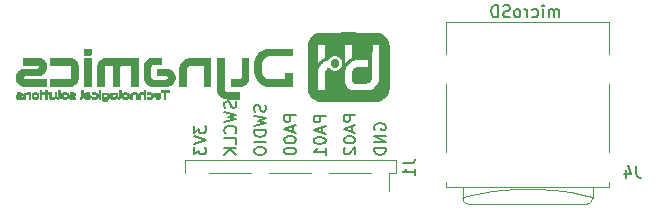
<source format=gbr>
%TF.GenerationSoftware,KiCad,Pcbnew,(5.1.6)-1*%
%TF.CreationDate,2020-12-02T12:11:42+01:00*%
%TF.ProjectId,LoRa_Dongle_Thin,4c6f5261-5f44-46f6-9e67-6c655f546869,rev?*%
%TF.SameCoordinates,Original*%
%TF.FileFunction,Legend,Bot*%
%TF.FilePolarity,Positive*%
%FSLAX46Y46*%
G04 Gerber Fmt 4.6, Leading zero omitted, Abs format (unit mm)*
G04 Created by KiCad (PCBNEW (5.1.6)-1) date 2020-12-02 12:11:42*
%MOMM*%
%LPD*%
G01*
G04 APERTURE LIST*
%ADD10C,0.150000*%
%ADD11C,0.120000*%
%ADD12C,0.010000*%
G04 APERTURE END LIST*
D10*
X59145133Y64165219D02*
X59145133Y64831885D01*
X59145133Y64736647D02*
X59097514Y64784266D01*
X59002276Y64831885D01*
X58859419Y64831885D01*
X58764180Y64784266D01*
X58716561Y64689028D01*
X58716561Y64165219D01*
X58716561Y64689028D02*
X58668942Y64784266D01*
X58573704Y64831885D01*
X58430847Y64831885D01*
X58335609Y64784266D01*
X58287990Y64689028D01*
X58287990Y64165219D01*
X57811800Y64165219D02*
X57811800Y64831885D01*
X57811800Y65165219D02*
X57859419Y65117600D01*
X57811800Y65069980D01*
X57764180Y65117600D01*
X57811800Y65165219D01*
X57811800Y65069980D01*
X56907038Y64212838D02*
X57002276Y64165219D01*
X57192752Y64165219D01*
X57287990Y64212838D01*
X57335609Y64260457D01*
X57383228Y64355695D01*
X57383228Y64641409D01*
X57335609Y64736647D01*
X57287990Y64784266D01*
X57192752Y64831885D01*
X57002276Y64831885D01*
X56907038Y64784266D01*
X56478466Y64165219D02*
X56478466Y64831885D01*
X56478466Y64641409D02*
X56430847Y64736647D01*
X56383228Y64784266D01*
X56287990Y64831885D01*
X56192752Y64831885D01*
X55716561Y64165219D02*
X55811800Y64212838D01*
X55859419Y64260457D01*
X55907038Y64355695D01*
X55907038Y64641409D01*
X55859419Y64736647D01*
X55811800Y64784266D01*
X55716561Y64831885D01*
X55573704Y64831885D01*
X55478466Y64784266D01*
X55430847Y64736647D01*
X55383228Y64641409D01*
X55383228Y64355695D01*
X55430847Y64260457D01*
X55478466Y64212838D01*
X55573704Y64165219D01*
X55716561Y64165219D01*
X55002276Y64212838D02*
X54859419Y64165219D01*
X54621323Y64165219D01*
X54526085Y64212838D01*
X54478466Y64260457D01*
X54430847Y64355695D01*
X54430847Y64450933D01*
X54478466Y64546171D01*
X54526085Y64593790D01*
X54621323Y64641409D01*
X54811800Y64689028D01*
X54907038Y64736647D01*
X54954657Y64784266D01*
X55002276Y64879504D01*
X55002276Y64974742D01*
X54954657Y65069980D01*
X54907038Y65117600D01*
X54811800Y65165219D01*
X54573704Y65165219D01*
X54430847Y65117600D01*
X54002276Y64165219D02*
X54002276Y65165219D01*
X53764180Y65165219D01*
X53621323Y65117600D01*
X53526085Y65022361D01*
X53478466Y64927123D01*
X53430847Y64736647D01*
X53430847Y64593790D01*
X53478466Y64403314D01*
X53526085Y64308076D01*
X53621323Y64212838D01*
X53764180Y64165219D01*
X54002276Y64165219D01*
X43569000Y54609904D02*
X43521380Y54705142D01*
X43521380Y54848000D01*
X43569000Y54990857D01*
X43664238Y55086095D01*
X43759476Y55133714D01*
X43949952Y55181333D01*
X44092809Y55181333D01*
X44283285Y55133714D01*
X44378523Y55086095D01*
X44473761Y54990857D01*
X44521380Y54848000D01*
X44521380Y54752761D01*
X44473761Y54609904D01*
X44426142Y54562285D01*
X44092809Y54562285D01*
X44092809Y54752761D01*
X44521380Y54133714D02*
X43521380Y54133714D01*
X44521380Y53562285D01*
X43521380Y53562285D01*
X44521380Y53086095D02*
X43521380Y53086095D01*
X43521380Y52848000D01*
X43569000Y52705142D01*
X43664238Y52609904D01*
X43759476Y52562285D01*
X43949952Y52514666D01*
X44092809Y52514666D01*
X44283285Y52562285D01*
X44378523Y52609904D01*
X44473761Y52705142D01*
X44521380Y52848000D01*
X44521380Y53086095D01*
X41930580Y55871857D02*
X40930580Y55871857D01*
X40930580Y55490904D01*
X40978200Y55395666D01*
X41025819Y55348047D01*
X41121057Y55300428D01*
X41263914Y55300428D01*
X41359152Y55348047D01*
X41406771Y55395666D01*
X41454390Y55490904D01*
X41454390Y55871857D01*
X41644866Y54919476D02*
X41644866Y54443285D01*
X41930580Y55014714D02*
X40930580Y54681380D01*
X41930580Y54348047D01*
X40930580Y53824238D02*
X40930580Y53729000D01*
X40978200Y53633761D01*
X41025819Y53586142D01*
X41121057Y53538523D01*
X41311533Y53490904D01*
X41549628Y53490904D01*
X41740104Y53538523D01*
X41835342Y53586142D01*
X41882961Y53633761D01*
X41930580Y53729000D01*
X41930580Y53824238D01*
X41882961Y53919476D01*
X41835342Y53967095D01*
X41740104Y54014714D01*
X41549628Y54062333D01*
X41311533Y54062333D01*
X41121057Y54014714D01*
X41025819Y53967095D01*
X40978200Y53919476D01*
X40930580Y53824238D01*
X41025819Y53109952D02*
X40978200Y53062333D01*
X40930580Y52967095D01*
X40930580Y52729000D01*
X40978200Y52633761D01*
X41025819Y52586142D01*
X41121057Y52538523D01*
X41216295Y52538523D01*
X41359152Y52586142D01*
X41930580Y53157571D01*
X41930580Y52538523D01*
X39415980Y55821057D02*
X38415980Y55821057D01*
X38415980Y55440104D01*
X38463600Y55344866D01*
X38511219Y55297247D01*
X38606457Y55249628D01*
X38749314Y55249628D01*
X38844552Y55297247D01*
X38892171Y55344866D01*
X38939790Y55440104D01*
X38939790Y55821057D01*
X39130266Y54868676D02*
X39130266Y54392485D01*
X39415980Y54963914D02*
X38415980Y54630580D01*
X39415980Y54297247D01*
X38415980Y53773438D02*
X38415980Y53678200D01*
X38463600Y53582961D01*
X38511219Y53535342D01*
X38606457Y53487723D01*
X38796933Y53440104D01*
X39035028Y53440104D01*
X39225504Y53487723D01*
X39320742Y53535342D01*
X39368361Y53582961D01*
X39415980Y53678200D01*
X39415980Y53773438D01*
X39368361Y53868676D01*
X39320742Y53916295D01*
X39225504Y53963914D01*
X39035028Y54011533D01*
X38796933Y54011533D01*
X38606457Y53963914D01*
X38511219Y53916295D01*
X38463600Y53868676D01*
X38415980Y53773438D01*
X39415980Y52487723D02*
X39415980Y53059152D01*
X39415980Y52773438D02*
X38415980Y52773438D01*
X38558838Y52868676D01*
X38654076Y52963914D01*
X38701695Y53059152D01*
X36901380Y55871857D02*
X35901380Y55871857D01*
X35901380Y55490904D01*
X35949000Y55395666D01*
X35996619Y55348047D01*
X36091857Y55300428D01*
X36234714Y55300428D01*
X36329952Y55348047D01*
X36377571Y55395666D01*
X36425190Y55490904D01*
X36425190Y55871857D01*
X36615666Y54919476D02*
X36615666Y54443285D01*
X36901380Y55014714D02*
X35901380Y54681380D01*
X36901380Y54348047D01*
X35901380Y53824238D02*
X35901380Y53729000D01*
X35949000Y53633761D01*
X35996619Y53586142D01*
X36091857Y53538523D01*
X36282333Y53490904D01*
X36520428Y53490904D01*
X36710904Y53538523D01*
X36806142Y53586142D01*
X36853761Y53633761D01*
X36901380Y53729000D01*
X36901380Y53824238D01*
X36853761Y53919476D01*
X36806142Y53967095D01*
X36710904Y54014714D01*
X36520428Y54062333D01*
X36282333Y54062333D01*
X36091857Y54014714D01*
X35996619Y53967095D01*
X35949000Y53919476D01*
X35901380Y53824238D01*
X35901380Y52871857D02*
X35901380Y52776619D01*
X35949000Y52681380D01*
X35996619Y52633761D01*
X36091857Y52586142D01*
X36282333Y52538523D01*
X36520428Y52538523D01*
X36710904Y52586142D01*
X36806142Y52633761D01*
X36853761Y52681380D01*
X36901380Y52776619D01*
X36901380Y52871857D01*
X36853761Y52967095D01*
X36806142Y53014714D01*
X36710904Y53062333D01*
X36520428Y53109952D01*
X36282333Y53109952D01*
X36091857Y53062333D01*
X35996619Y53014714D01*
X35949000Y52967095D01*
X35901380Y52871857D01*
X34313761Y56729047D02*
X34361380Y56586190D01*
X34361380Y56348095D01*
X34313761Y56252857D01*
X34266142Y56205238D01*
X34170904Y56157619D01*
X34075666Y56157619D01*
X33980428Y56205238D01*
X33932809Y56252857D01*
X33885190Y56348095D01*
X33837571Y56538571D01*
X33789952Y56633809D01*
X33742333Y56681428D01*
X33647095Y56729047D01*
X33551857Y56729047D01*
X33456619Y56681428D01*
X33409000Y56633809D01*
X33361380Y56538571D01*
X33361380Y56300476D01*
X33409000Y56157619D01*
X33361380Y55824285D02*
X34361380Y55586190D01*
X33647095Y55395714D01*
X34361380Y55205238D01*
X33361380Y54967142D01*
X34361380Y54586190D02*
X33361380Y54586190D01*
X33361380Y54348095D01*
X33409000Y54205238D01*
X33504238Y54110000D01*
X33599476Y54062380D01*
X33789952Y54014761D01*
X33932809Y54014761D01*
X34123285Y54062380D01*
X34218523Y54110000D01*
X34313761Y54205238D01*
X34361380Y54348095D01*
X34361380Y54586190D01*
X34361380Y53586190D02*
X33361380Y53586190D01*
X33361380Y52919523D02*
X33361380Y52729047D01*
X33409000Y52633809D01*
X33504238Y52538571D01*
X33694714Y52490952D01*
X34028047Y52490952D01*
X34218523Y52538571D01*
X34313761Y52633809D01*
X34361380Y52729047D01*
X34361380Y52919523D01*
X34313761Y53014761D01*
X34218523Y53110000D01*
X34028047Y53157619D01*
X33694714Y53157619D01*
X33504238Y53110000D01*
X33409000Y53014761D01*
X33361380Y52919523D01*
X31799161Y57049704D02*
X31846780Y56906847D01*
X31846780Y56668752D01*
X31799161Y56573514D01*
X31751542Y56525895D01*
X31656304Y56478276D01*
X31561066Y56478276D01*
X31465828Y56525895D01*
X31418209Y56573514D01*
X31370590Y56668752D01*
X31322971Y56859228D01*
X31275352Y56954466D01*
X31227733Y57002085D01*
X31132495Y57049704D01*
X31037257Y57049704D01*
X30942019Y57002085D01*
X30894400Y56954466D01*
X30846780Y56859228D01*
X30846780Y56621133D01*
X30894400Y56478276D01*
X30846780Y56144942D02*
X31846780Y55906847D01*
X31132495Y55716371D01*
X31846780Y55525895D01*
X30846780Y55287800D01*
X31751542Y54335419D02*
X31799161Y54383038D01*
X31846780Y54525895D01*
X31846780Y54621133D01*
X31799161Y54763990D01*
X31703923Y54859228D01*
X31608685Y54906847D01*
X31418209Y54954466D01*
X31275352Y54954466D01*
X31084876Y54906847D01*
X30989638Y54859228D01*
X30894400Y54763990D01*
X30846780Y54621133D01*
X30846780Y54525895D01*
X30894400Y54383038D01*
X30942019Y54335419D01*
X31846780Y53430657D02*
X31846780Y53906847D01*
X30846780Y53906847D01*
X31846780Y53097323D02*
X30846780Y53097323D01*
X31846780Y52525895D02*
X31275352Y52954466D01*
X30846780Y52525895D02*
X31418209Y53097323D01*
X28281380Y54959095D02*
X28281380Y54340047D01*
X28662333Y54673380D01*
X28662333Y54530523D01*
X28709952Y54435285D01*
X28757571Y54387666D01*
X28852809Y54340047D01*
X29090904Y54340047D01*
X29186142Y54387666D01*
X29233761Y54435285D01*
X29281380Y54530523D01*
X29281380Y54816238D01*
X29233761Y54911476D01*
X29186142Y54959095D01*
X28281380Y54054333D02*
X29281380Y53721000D01*
X28281380Y53387666D01*
X28281380Y53149571D02*
X28281380Y52530523D01*
X28662333Y52863857D01*
X28662333Y52721000D01*
X28709952Y52625761D01*
X28757571Y52578142D01*
X28852809Y52530523D01*
X29090904Y52530523D01*
X29186142Y52578142D01*
X29233761Y52625761D01*
X29281380Y52721000D01*
X29281380Y53006714D01*
X29233761Y53101952D01*
X29186142Y53149571D01*
D11*
%TO.C,J1*%
X45373600Y50968600D02*
X45373600Y52070000D01*
X27473600Y50968600D02*
X27473600Y52070000D01*
X45364400Y52070000D02*
X27482800Y52070000D01*
X44803600Y50968600D02*
X44803600Y49448600D01*
X45373600Y50968600D02*
X44803600Y50968600D01*
X43283600Y50968600D02*
X39723600Y50968600D01*
X38203600Y50968600D02*
X34643600Y50968600D01*
X33123600Y50968600D02*
X29563600Y50968600D01*
D12*
%TO.C,G\u002A\u002A\u002A*%
G36*
X40099200Y60587694D02*
G01*
X40067388Y60580403D01*
X40034520Y60568442D01*
X40009699Y60557163D01*
X39988728Y60546585D01*
X39972268Y60536846D01*
X39957604Y60526001D01*
X39942022Y60512107D01*
X39928847Y60499260D01*
X39894452Y60460523D01*
X39867862Y60420075D01*
X39848427Y60376615D01*
X39835497Y60328842D01*
X39831473Y60304463D01*
X39828937Y60254845D01*
X39834806Y60205211D01*
X39849100Y60155459D01*
X39868091Y60112606D01*
X39894268Y60070764D01*
X39927114Y60033201D01*
X39965548Y60000783D01*
X40008490Y59974378D01*
X40054861Y59954852D01*
X40070616Y59950097D01*
X40087035Y59946705D01*
X40107438Y59944093D01*
X40129936Y59942315D01*
X40152639Y59941425D01*
X40173659Y59941475D01*
X40191107Y59942520D01*
X40203093Y59944614D01*
X40206677Y59946234D01*
X40216993Y59950893D01*
X40226060Y59952332D01*
X40238118Y59954087D01*
X40255449Y59958614D01*
X40275650Y59965107D01*
X40296321Y59972760D01*
X40315061Y59980768D01*
X40323961Y59985183D01*
X40335400Y59992713D01*
X40350709Y60004775D01*
X40367942Y60019747D01*
X40385153Y60036008D01*
X40386240Y60037086D01*
X40404266Y60055475D01*
X40417629Y60070506D01*
X40428007Y60084428D01*
X40437080Y60099489D01*
X40446348Y60117566D01*
X40460424Y60148280D01*
X40470225Y60175085D01*
X40476438Y60200930D01*
X40479752Y60228767D01*
X40480853Y60261546D01*
X40480869Y60265733D01*
X40480536Y60292013D01*
X40479249Y60312617D01*
X40476702Y60330309D01*
X40472593Y60347854D01*
X40471361Y60352277D01*
X40452827Y60402522D01*
X40427413Y60448066D01*
X40395564Y60488441D01*
X40357722Y60523175D01*
X40314331Y60551802D01*
X40265835Y60573850D01*
X40260105Y60575889D01*
X40241266Y60581932D01*
X40224329Y60585997D01*
X40206303Y60588587D01*
X40184193Y60590206D01*
X40171719Y60590768D01*
X40132972Y60590940D01*
X40099200Y60587694D01*
G37*
X40099200Y60587694D02*
X40067388Y60580403D01*
X40034520Y60568442D01*
X40009699Y60557163D01*
X39988728Y60546585D01*
X39972268Y60536846D01*
X39957604Y60526001D01*
X39942022Y60512107D01*
X39928847Y60499260D01*
X39894452Y60460523D01*
X39867862Y60420075D01*
X39848427Y60376615D01*
X39835497Y60328842D01*
X39831473Y60304463D01*
X39828937Y60254845D01*
X39834806Y60205211D01*
X39849100Y60155459D01*
X39868091Y60112606D01*
X39894268Y60070764D01*
X39927114Y60033201D01*
X39965548Y60000783D01*
X40008490Y59974378D01*
X40054861Y59954852D01*
X40070616Y59950097D01*
X40087035Y59946705D01*
X40107438Y59944093D01*
X40129936Y59942315D01*
X40152639Y59941425D01*
X40173659Y59941475D01*
X40191107Y59942520D01*
X40203093Y59944614D01*
X40206677Y59946234D01*
X40216993Y59950893D01*
X40226060Y59952332D01*
X40238118Y59954087D01*
X40255449Y59958614D01*
X40275650Y59965107D01*
X40296321Y59972760D01*
X40315061Y59980768D01*
X40323961Y59985183D01*
X40335400Y59992713D01*
X40350709Y60004775D01*
X40367942Y60019747D01*
X40385153Y60036008D01*
X40386240Y60037086D01*
X40404266Y60055475D01*
X40417629Y60070506D01*
X40428007Y60084428D01*
X40437080Y60099489D01*
X40446348Y60117566D01*
X40460424Y60148280D01*
X40470225Y60175085D01*
X40476438Y60200930D01*
X40479752Y60228767D01*
X40480853Y60261546D01*
X40480869Y60265733D01*
X40480536Y60292013D01*
X40479249Y60312617D01*
X40476702Y60330309D01*
X40472593Y60347854D01*
X40471361Y60352277D01*
X40452827Y60402522D01*
X40427413Y60448066D01*
X40395564Y60488441D01*
X40357722Y60523175D01*
X40314331Y60551802D01*
X40265835Y60573850D01*
X40260105Y60575889D01*
X40241266Y60581932D01*
X40224329Y60585997D01*
X40206303Y60588587D01*
X40184193Y60590206D01*
X40171719Y60590768D01*
X40132972Y60590940D01*
X40099200Y60587694D01*
G36*
X19191450Y61499743D02*
G01*
X19154291Y61499699D01*
X19123978Y61499578D01*
X19099702Y61499342D01*
X19080652Y61498954D01*
X19066018Y61498376D01*
X19054989Y61497569D01*
X19046757Y61496495D01*
X19040511Y61495116D01*
X19035440Y61493395D01*
X19030734Y61491293D01*
X19028017Y61489964D01*
X19001388Y61472508D01*
X18978497Y61449003D01*
X18961740Y61422091D01*
X18950516Y61398150D01*
X18950516Y61034083D01*
X18961726Y61010173D01*
X18979449Y60981639D01*
X19003016Y60958021D01*
X19027043Y60942740D01*
X19047883Y60932483D01*
X19232033Y60931657D01*
X19278458Y60931497D01*
X19317149Y60931483D01*
X19348836Y60931634D01*
X19374251Y60931969D01*
X19394124Y60932504D01*
X19409188Y60933260D01*
X19420171Y60934255D01*
X19427807Y60935507D01*
X19432004Y60936708D01*
X19457995Y60949887D01*
X19481436Y60968343D01*
X19498413Y60988361D01*
X19504547Y60997888D01*
X19509636Y61006852D01*
X19513771Y61016122D01*
X19517041Y61026565D01*
X19519539Y61039047D01*
X19521355Y61054437D01*
X19522580Y61073601D01*
X19523306Y61097406D01*
X19523622Y61126721D01*
X19523621Y61162412D01*
X19523392Y61205346D01*
X19523254Y61225227D01*
X19522016Y61398150D01*
X19510792Y61422091D01*
X19493455Y61449763D01*
X19470019Y61473390D01*
X19444700Y61489786D01*
X19424649Y61499750D01*
X19236266Y61499750D01*
X19191450Y61499743D01*
G37*
X19191450Y61499743D02*
X19154291Y61499699D01*
X19123978Y61499578D01*
X19099702Y61499342D01*
X19080652Y61498954D01*
X19066018Y61498376D01*
X19054989Y61497569D01*
X19046757Y61496495D01*
X19040511Y61495116D01*
X19035440Y61493395D01*
X19030734Y61491293D01*
X19028017Y61489964D01*
X19001388Y61472508D01*
X18978497Y61449003D01*
X18961740Y61422091D01*
X18950516Y61398150D01*
X18950516Y61034083D01*
X18961726Y61010173D01*
X18979449Y60981639D01*
X19003016Y60958021D01*
X19027043Y60942740D01*
X19047883Y60932483D01*
X19232033Y60931657D01*
X19278458Y60931497D01*
X19317149Y60931483D01*
X19348836Y60931634D01*
X19374251Y60931969D01*
X19394124Y60932504D01*
X19409188Y60933260D01*
X19420171Y60934255D01*
X19427807Y60935507D01*
X19432004Y60936708D01*
X19457995Y60949887D01*
X19481436Y60968343D01*
X19498413Y60988361D01*
X19504547Y60997888D01*
X19509636Y61006852D01*
X19513771Y61016122D01*
X19517041Y61026565D01*
X19519539Y61039047D01*
X19521355Y61054437D01*
X19522580Y61073601D01*
X19523306Y61097406D01*
X19523622Y61126721D01*
X19523621Y61162412D01*
X19523392Y61205346D01*
X19523254Y61225227D01*
X19522016Y61398150D01*
X19510792Y61422091D01*
X19493455Y61449763D01*
X19470019Y61473390D01*
X19444700Y61489786D01*
X19424649Y61499750D01*
X19236266Y61499750D01*
X19191450Y61499743D01*
G36*
X13749866Y60147200D02*
G01*
X14347825Y60147175D01*
X14429379Y60147143D01*
X14506604Y60147055D01*
X14579153Y60146913D01*
X14646676Y60146720D01*
X14708826Y60146478D01*
X14765254Y60146189D01*
X14815612Y60145856D01*
X14859551Y60145480D01*
X14896723Y60145065D01*
X14926780Y60144611D01*
X14949374Y60144122D01*
X14964155Y60143600D01*
X14970424Y60143115D01*
X15005676Y60133480D01*
X15037331Y60117287D01*
X15064649Y60095522D01*
X15086892Y60069173D01*
X15103320Y60039225D01*
X15113193Y60006666D01*
X15115771Y59972481D01*
X15113602Y59952116D01*
X15102993Y59914701D01*
X15085342Y59881765D01*
X15061052Y59853839D01*
X15030525Y59831454D01*
X15016652Y59824167D01*
X14988116Y59810650D01*
X14408150Y59808360D01*
X14324631Y59808034D01*
X14249118Y59807737D01*
X14181149Y59807451D01*
X14120263Y59807157D01*
X14066000Y59806837D01*
X14017896Y59806472D01*
X13975492Y59806046D01*
X13938327Y59805538D01*
X13905939Y59804932D01*
X13877866Y59804208D01*
X13853649Y59803349D01*
X13832825Y59802336D01*
X13814933Y59801152D01*
X13799513Y59799777D01*
X13786103Y59798194D01*
X13774242Y59796384D01*
X13763469Y59794329D01*
X13753322Y59792011D01*
X13743341Y59789412D01*
X13733064Y59786513D01*
X13722030Y59783296D01*
X13713757Y59780888D01*
X13638731Y59754893D01*
X13567726Y59721633D01*
X13501155Y59681502D01*
X13439434Y59634894D01*
X13382975Y59582205D01*
X13332194Y59523829D01*
X13287504Y59460160D01*
X13249321Y59391595D01*
X13218057Y59318526D01*
X13212722Y59303552D01*
X13190626Y59227021D01*
X13176483Y59149128D01*
X13170325Y59070673D01*
X13172182Y58992455D01*
X13182085Y58915276D01*
X13195367Y58856493D01*
X13218265Y58787034D01*
X13248464Y58719930D01*
X13285295Y58656238D01*
X13328092Y58597016D01*
X13376186Y58543323D01*
X13416237Y58506557D01*
X13480361Y58458052D01*
X13547960Y58417263D01*
X13619055Y58384181D01*
X13693664Y58358797D01*
X13771810Y58341104D01*
X13851466Y58331246D01*
X13863060Y58330700D01*
X13882994Y58330188D01*
X13911141Y58329710D01*
X13947373Y58329267D01*
X13991563Y58328860D01*
X14043585Y58328489D01*
X14103310Y58328156D01*
X14170614Y58327859D01*
X14245367Y58327600D01*
X14327444Y58327380D01*
X14416717Y58327199D01*
X14513059Y58327058D01*
X14616342Y58326956D01*
X14726441Y58326896D01*
X14834658Y58326877D01*
X15760700Y58326866D01*
X15760700Y58889900D01*
X14859208Y58889900D01*
X14745644Y58889915D01*
X14640368Y58889961D01*
X14543202Y58890039D01*
X14453967Y58890149D01*
X14372486Y58890293D01*
X14298579Y58890472D01*
X14232068Y58890686D01*
X14172776Y58890936D01*
X14120523Y58891224D01*
X14075131Y58891549D01*
X14036422Y58891914D01*
X14004217Y58892319D01*
X13978339Y58892764D01*
X13958608Y58893251D01*
X13944846Y58893781D01*
X13936876Y58894355D01*
X13935283Y58894593D01*
X13904565Y58904792D01*
X13874436Y58921643D01*
X13846858Y58943581D01*
X13823796Y58969043D01*
X13807215Y58996465D01*
X13807127Y58996659D01*
X13794482Y59033906D01*
X13789928Y59070848D01*
X13793104Y59106631D01*
X13803653Y59140400D01*
X13821216Y59171302D01*
X13845433Y59198482D01*
X13875946Y59221087D01*
X13907942Y59236603D01*
X13911071Y59237562D01*
X13915517Y59238435D01*
X13921696Y59239228D01*
X13930030Y59239946D01*
X13940935Y59240597D01*
X13954832Y59241187D01*
X13972138Y59241721D01*
X13993272Y59242207D01*
X14018654Y59242651D01*
X14048702Y59243058D01*
X14083834Y59243437D01*
X14124470Y59243792D01*
X14171027Y59244130D01*
X14223926Y59244458D01*
X14283584Y59244782D01*
X14350420Y59245109D01*
X14424853Y59245444D01*
X14507302Y59245794D01*
X14513983Y59245822D01*
X14597337Y59246161D01*
X14672689Y59246464D01*
X14740502Y59246750D01*
X14801241Y59247037D01*
X14855369Y59247344D01*
X14903351Y59247687D01*
X14945651Y59248087D01*
X14982733Y59248560D01*
X15015060Y59249124D01*
X15043097Y59249800D01*
X15067308Y59250603D01*
X15088157Y59251553D01*
X15106108Y59252668D01*
X15121624Y59253966D01*
X15135171Y59255465D01*
X15147211Y59257183D01*
X15158210Y59259139D01*
X15168631Y59261350D01*
X15178937Y59263836D01*
X15189594Y59266614D01*
X15201065Y59269702D01*
X15213814Y59273119D01*
X15214501Y59273301D01*
X15286865Y59296740D01*
X15356393Y59327789D01*
X15422422Y59365905D01*
X15484288Y59410546D01*
X15541330Y59461167D01*
X15592885Y59517227D01*
X15638289Y59578182D01*
X15676881Y59643490D01*
X15684324Y59658250D01*
X15715341Y59730971D01*
X15738204Y59805200D01*
X15752979Y59880419D01*
X15759733Y59956107D01*
X15758530Y60031747D01*
X15749439Y60106819D01*
X15732525Y60180806D01*
X15707854Y60253187D01*
X15675492Y60323445D01*
X15635506Y60391061D01*
X15587963Y60455515D01*
X15581490Y60463325D01*
X15529254Y60519049D01*
X15471337Y60568784D01*
X15408326Y60612233D01*
X15340808Y60649101D01*
X15269371Y60679090D01*
X15194602Y60701905D01*
X15117087Y60717247D01*
X15067782Y60722887D01*
X15056902Y60723430D01*
X15037941Y60723945D01*
X15011287Y60724430D01*
X14977326Y60724882D01*
X14936444Y60725300D01*
X14889027Y60725680D01*
X14835462Y60726020D01*
X14776136Y60726319D01*
X14711435Y60726572D01*
X14641746Y60726779D01*
X14567454Y60726937D01*
X14488947Y60727043D01*
X14406610Y60727095D01*
X14383808Y60727099D01*
X13749866Y60727166D01*
X13749866Y60147200D01*
G37*
X13749866Y60147200D02*
X14347825Y60147175D01*
X14429379Y60147143D01*
X14506604Y60147055D01*
X14579153Y60146913D01*
X14646676Y60146720D01*
X14708826Y60146478D01*
X14765254Y60146189D01*
X14815612Y60145856D01*
X14859551Y60145480D01*
X14896723Y60145065D01*
X14926780Y60144611D01*
X14949374Y60144122D01*
X14964155Y60143600D01*
X14970424Y60143115D01*
X15005676Y60133480D01*
X15037331Y60117287D01*
X15064649Y60095522D01*
X15086892Y60069173D01*
X15103320Y60039225D01*
X15113193Y60006666D01*
X15115771Y59972481D01*
X15113602Y59952116D01*
X15102993Y59914701D01*
X15085342Y59881765D01*
X15061052Y59853839D01*
X15030525Y59831454D01*
X15016652Y59824167D01*
X14988116Y59810650D01*
X14408150Y59808360D01*
X14324631Y59808034D01*
X14249118Y59807737D01*
X14181149Y59807451D01*
X14120263Y59807157D01*
X14066000Y59806837D01*
X14017896Y59806472D01*
X13975492Y59806046D01*
X13938327Y59805538D01*
X13905939Y59804932D01*
X13877866Y59804208D01*
X13853649Y59803349D01*
X13832825Y59802336D01*
X13814933Y59801152D01*
X13799513Y59799777D01*
X13786103Y59798194D01*
X13774242Y59796384D01*
X13763469Y59794329D01*
X13753322Y59792011D01*
X13743341Y59789412D01*
X13733064Y59786513D01*
X13722030Y59783296D01*
X13713757Y59780888D01*
X13638731Y59754893D01*
X13567726Y59721633D01*
X13501155Y59681502D01*
X13439434Y59634894D01*
X13382975Y59582205D01*
X13332194Y59523829D01*
X13287504Y59460160D01*
X13249321Y59391595D01*
X13218057Y59318526D01*
X13212722Y59303552D01*
X13190626Y59227021D01*
X13176483Y59149128D01*
X13170325Y59070673D01*
X13172182Y58992455D01*
X13182085Y58915276D01*
X13195367Y58856493D01*
X13218265Y58787034D01*
X13248464Y58719930D01*
X13285295Y58656238D01*
X13328092Y58597016D01*
X13376186Y58543323D01*
X13416237Y58506557D01*
X13480361Y58458052D01*
X13547960Y58417263D01*
X13619055Y58384181D01*
X13693664Y58358797D01*
X13771810Y58341104D01*
X13851466Y58331246D01*
X13863060Y58330700D01*
X13882994Y58330188D01*
X13911141Y58329710D01*
X13947373Y58329267D01*
X13991563Y58328860D01*
X14043585Y58328489D01*
X14103310Y58328156D01*
X14170614Y58327859D01*
X14245367Y58327600D01*
X14327444Y58327380D01*
X14416717Y58327199D01*
X14513059Y58327058D01*
X14616342Y58326956D01*
X14726441Y58326896D01*
X14834658Y58326877D01*
X15760700Y58326866D01*
X15760700Y58889900D01*
X14859208Y58889900D01*
X14745644Y58889915D01*
X14640368Y58889961D01*
X14543202Y58890039D01*
X14453967Y58890149D01*
X14372486Y58890293D01*
X14298579Y58890472D01*
X14232068Y58890686D01*
X14172776Y58890936D01*
X14120523Y58891224D01*
X14075131Y58891549D01*
X14036422Y58891914D01*
X14004217Y58892319D01*
X13978339Y58892764D01*
X13958608Y58893251D01*
X13944846Y58893781D01*
X13936876Y58894355D01*
X13935283Y58894593D01*
X13904565Y58904792D01*
X13874436Y58921643D01*
X13846858Y58943581D01*
X13823796Y58969043D01*
X13807215Y58996465D01*
X13807127Y58996659D01*
X13794482Y59033906D01*
X13789928Y59070848D01*
X13793104Y59106631D01*
X13803653Y59140400D01*
X13821216Y59171302D01*
X13845433Y59198482D01*
X13875946Y59221087D01*
X13907942Y59236603D01*
X13911071Y59237562D01*
X13915517Y59238435D01*
X13921696Y59239228D01*
X13930030Y59239946D01*
X13940935Y59240597D01*
X13954832Y59241187D01*
X13972138Y59241721D01*
X13993272Y59242207D01*
X14018654Y59242651D01*
X14048702Y59243058D01*
X14083834Y59243437D01*
X14124470Y59243792D01*
X14171027Y59244130D01*
X14223926Y59244458D01*
X14283584Y59244782D01*
X14350420Y59245109D01*
X14424853Y59245444D01*
X14507302Y59245794D01*
X14513983Y59245822D01*
X14597337Y59246161D01*
X14672689Y59246464D01*
X14740502Y59246750D01*
X14801241Y59247037D01*
X14855369Y59247344D01*
X14903351Y59247687D01*
X14945651Y59248087D01*
X14982733Y59248560D01*
X15015060Y59249124D01*
X15043097Y59249800D01*
X15067308Y59250603D01*
X15088157Y59251553D01*
X15106108Y59252668D01*
X15121624Y59253966D01*
X15135171Y59255465D01*
X15147211Y59257183D01*
X15158210Y59259139D01*
X15168631Y59261350D01*
X15178937Y59263836D01*
X15189594Y59266614D01*
X15201065Y59269702D01*
X15213814Y59273119D01*
X15214501Y59273301D01*
X15286865Y59296740D01*
X15356393Y59327789D01*
X15422422Y59365905D01*
X15484288Y59410546D01*
X15541330Y59461167D01*
X15592885Y59517227D01*
X15638289Y59578182D01*
X15676881Y59643490D01*
X15684324Y59658250D01*
X15715341Y59730971D01*
X15738204Y59805200D01*
X15752979Y59880419D01*
X15759733Y59956107D01*
X15758530Y60031747D01*
X15749439Y60106819D01*
X15732525Y60180806D01*
X15707854Y60253187D01*
X15675492Y60323445D01*
X15635506Y60391061D01*
X15587963Y60455515D01*
X15581490Y60463325D01*
X15529254Y60519049D01*
X15471337Y60568784D01*
X15408326Y60612233D01*
X15340808Y60649101D01*
X15269371Y60679090D01*
X15194602Y60701905D01*
X15117087Y60717247D01*
X15067782Y60722887D01*
X15056902Y60723430D01*
X15037941Y60723945D01*
X15011287Y60724430D01*
X14977326Y60724882D01*
X14936444Y60725300D01*
X14889027Y60725680D01*
X14835462Y60726020D01*
X14776136Y60726319D01*
X14711435Y60726572D01*
X14641746Y60726779D01*
X14567454Y60726937D01*
X14488947Y60727043D01*
X14406610Y60727095D01*
X14383808Y60727099D01*
X13749866Y60727166D01*
X13749866Y60147200D01*
G36*
X16061266Y60147388D02*
G01*
X16873008Y60146103D01*
X16970777Y60145944D01*
X17060442Y60145790D01*
X17142366Y60145635D01*
X17216913Y60145476D01*
X17284445Y60145309D01*
X17345325Y60145131D01*
X17399917Y60144938D01*
X17448583Y60144726D01*
X17491686Y60144492D01*
X17529589Y60144231D01*
X17562656Y60143939D01*
X17591248Y60143614D01*
X17615731Y60143252D01*
X17636465Y60142847D01*
X17653814Y60142398D01*
X17668142Y60141900D01*
X17679810Y60141349D01*
X17689183Y60140742D01*
X17696623Y60140074D01*
X17702494Y60139343D01*
X17707157Y60138544D01*
X17710976Y60137673D01*
X17711872Y60137436D01*
X17751825Y60122938D01*
X17785410Y60102871D01*
X17812728Y60077129D01*
X17833879Y60045606D01*
X17848962Y60008199D01*
X17854155Y59987750D01*
X17855256Y59978215D01*
X17856260Y59960923D01*
X17857167Y59936587D01*
X17857978Y59905918D01*
X17858693Y59869625D01*
X17859311Y59828420D01*
X17859833Y59783013D01*
X17860259Y59734116D01*
X17860588Y59682438D01*
X17860820Y59628692D01*
X17860956Y59573586D01*
X17860996Y59517833D01*
X17860939Y59462143D01*
X17860786Y59407227D01*
X17860536Y59353795D01*
X17860190Y59302559D01*
X17859748Y59254228D01*
X17859209Y59209515D01*
X17858574Y59169129D01*
X17857842Y59133781D01*
X17857013Y59104182D01*
X17856089Y59081043D01*
X17855068Y59065075D01*
X17854155Y59057816D01*
X17842212Y59016897D01*
X17824812Y58982223D01*
X17801491Y58953269D01*
X17771788Y58929512D01*
X17735241Y58910429D01*
X17718156Y58903829D01*
X17684750Y58892017D01*
X16873008Y58890874D01*
X16061266Y58889732D01*
X16061266Y58326866D01*
X16860308Y58327463D01*
X16942664Y58327543D01*
X17023168Y58327658D01*
X17101375Y58327804D01*
X17176841Y58327981D01*
X17249120Y58328186D01*
X17317766Y58328417D01*
X17382335Y58328671D01*
X17442381Y58328946D01*
X17497460Y58329241D01*
X17547125Y58329553D01*
X17590933Y58329879D01*
X17628437Y58330218D01*
X17659192Y58330568D01*
X17682754Y58330926D01*
X17698676Y58331290D01*
X17705916Y58331606D01*
X17769480Y58339038D01*
X17835020Y58351474D01*
X17899193Y58368165D01*
X17957810Y58388036D01*
X18031177Y58420483D01*
X18098844Y58459056D01*
X18161027Y58503942D01*
X18217940Y58555327D01*
X18269797Y58613398D01*
X18316814Y58678341D01*
X18344941Y58724435D01*
X18371144Y58774836D01*
X18392791Y58826730D01*
X18410615Y58882175D01*
X18425348Y58943226D01*
X18428662Y58959750D01*
X18430052Y58967127D01*
X18431294Y58974397D01*
X18432398Y58982066D01*
X18433373Y58990640D01*
X18434230Y59000625D01*
X18434979Y59012528D01*
X18435631Y59026853D01*
X18436195Y59044107D01*
X18436682Y59064797D01*
X18437102Y59089427D01*
X18437465Y59118505D01*
X18437781Y59152535D01*
X18438062Y59192025D01*
X18438316Y59237479D01*
X18438554Y59289405D01*
X18438786Y59348307D01*
X18439023Y59414693D01*
X18439260Y59484683D01*
X18439500Y59559933D01*
X18439687Y59627223D01*
X18439816Y59687062D01*
X18439882Y59739956D01*
X18439879Y59786415D01*
X18439804Y59826944D01*
X18439650Y59862051D01*
X18439414Y59892244D01*
X18439089Y59918031D01*
X18438671Y59939918D01*
X18438156Y59958414D01*
X18437537Y59974025D01*
X18436811Y59987260D01*
X18435972Y59998625D01*
X18435015Y60008629D01*
X18434053Y60016853D01*
X18419078Y60102062D01*
X18396094Y60184725D01*
X18365243Y60264462D01*
X18326666Y60340893D01*
X18292427Y60396300D01*
X18245854Y60458347D01*
X18193473Y60514374D01*
X18135603Y60564206D01*
X18072560Y60607668D01*
X18004663Y60644586D01*
X17932230Y60674783D01*
X17855577Y60698086D01*
X17775023Y60714320D01*
X17699566Y60722732D01*
X17687069Y60723303D01*
X17666311Y60723839D01*
X17637496Y60724338D01*
X17600832Y60724800D01*
X17556522Y60725223D01*
X17504774Y60725606D01*
X17445791Y60725950D01*
X17379779Y60726251D01*
X17306944Y60726510D01*
X17227491Y60726724D01*
X17141626Y60726894D01*
X17049554Y60727019D01*
X16951480Y60727096D01*
X16849725Y60727125D01*
X16061266Y60727166D01*
X16061266Y60147388D01*
G37*
X16061266Y60147388D02*
X16873008Y60146103D01*
X16970777Y60145944D01*
X17060442Y60145790D01*
X17142366Y60145635D01*
X17216913Y60145476D01*
X17284445Y60145309D01*
X17345325Y60145131D01*
X17399917Y60144938D01*
X17448583Y60144726D01*
X17491686Y60144492D01*
X17529589Y60144231D01*
X17562656Y60143939D01*
X17591248Y60143614D01*
X17615731Y60143252D01*
X17636465Y60142847D01*
X17653814Y60142398D01*
X17668142Y60141900D01*
X17679810Y60141349D01*
X17689183Y60140742D01*
X17696623Y60140074D01*
X17702494Y60139343D01*
X17707157Y60138544D01*
X17710976Y60137673D01*
X17711872Y60137436D01*
X17751825Y60122938D01*
X17785410Y60102871D01*
X17812728Y60077129D01*
X17833879Y60045606D01*
X17848962Y60008199D01*
X17854155Y59987750D01*
X17855256Y59978215D01*
X17856260Y59960923D01*
X17857167Y59936587D01*
X17857978Y59905918D01*
X17858693Y59869625D01*
X17859311Y59828420D01*
X17859833Y59783013D01*
X17860259Y59734116D01*
X17860588Y59682438D01*
X17860820Y59628692D01*
X17860956Y59573586D01*
X17860996Y59517833D01*
X17860939Y59462143D01*
X17860786Y59407227D01*
X17860536Y59353795D01*
X17860190Y59302559D01*
X17859748Y59254228D01*
X17859209Y59209515D01*
X17858574Y59169129D01*
X17857842Y59133781D01*
X17857013Y59104182D01*
X17856089Y59081043D01*
X17855068Y59065075D01*
X17854155Y59057816D01*
X17842212Y59016897D01*
X17824812Y58982223D01*
X17801491Y58953269D01*
X17771788Y58929512D01*
X17735241Y58910429D01*
X17718156Y58903829D01*
X17684750Y58892017D01*
X16873008Y58890874D01*
X16061266Y58889732D01*
X16061266Y58326866D01*
X16860308Y58327463D01*
X16942664Y58327543D01*
X17023168Y58327658D01*
X17101375Y58327804D01*
X17176841Y58327981D01*
X17249120Y58328186D01*
X17317766Y58328417D01*
X17382335Y58328671D01*
X17442381Y58328946D01*
X17497460Y58329241D01*
X17547125Y58329553D01*
X17590933Y58329879D01*
X17628437Y58330218D01*
X17659192Y58330568D01*
X17682754Y58330926D01*
X17698676Y58331290D01*
X17705916Y58331606D01*
X17769480Y58339038D01*
X17835020Y58351474D01*
X17899193Y58368165D01*
X17957810Y58388036D01*
X18031177Y58420483D01*
X18098844Y58459056D01*
X18161027Y58503942D01*
X18217940Y58555327D01*
X18269797Y58613398D01*
X18316814Y58678341D01*
X18344941Y58724435D01*
X18371144Y58774836D01*
X18392791Y58826730D01*
X18410615Y58882175D01*
X18425348Y58943226D01*
X18428662Y58959750D01*
X18430052Y58967127D01*
X18431294Y58974397D01*
X18432398Y58982066D01*
X18433373Y58990640D01*
X18434230Y59000625D01*
X18434979Y59012528D01*
X18435631Y59026853D01*
X18436195Y59044107D01*
X18436682Y59064797D01*
X18437102Y59089427D01*
X18437465Y59118505D01*
X18437781Y59152535D01*
X18438062Y59192025D01*
X18438316Y59237479D01*
X18438554Y59289405D01*
X18438786Y59348307D01*
X18439023Y59414693D01*
X18439260Y59484683D01*
X18439500Y59559933D01*
X18439687Y59627223D01*
X18439816Y59687062D01*
X18439882Y59739956D01*
X18439879Y59786415D01*
X18439804Y59826944D01*
X18439650Y59862051D01*
X18439414Y59892244D01*
X18439089Y59918031D01*
X18438671Y59939918D01*
X18438156Y59958414D01*
X18437537Y59974025D01*
X18436811Y59987260D01*
X18435972Y59998625D01*
X18435015Y60008629D01*
X18434053Y60016853D01*
X18419078Y60102062D01*
X18396094Y60184725D01*
X18365243Y60264462D01*
X18326666Y60340893D01*
X18292427Y60396300D01*
X18245854Y60458347D01*
X18193473Y60514374D01*
X18135603Y60564206D01*
X18072560Y60607668D01*
X18004663Y60644586D01*
X17932230Y60674783D01*
X17855577Y60698086D01*
X17775023Y60714320D01*
X17699566Y60722732D01*
X17687069Y60723303D01*
X17666311Y60723839D01*
X17637496Y60724338D01*
X17600832Y60724800D01*
X17556522Y60725223D01*
X17504774Y60725606D01*
X17445791Y60725950D01*
X17379779Y60726251D01*
X17306944Y60726510D01*
X17227491Y60726724D01*
X17141626Y60726894D01*
X17049554Y60727019D01*
X16951480Y60727096D01*
X16849725Y60727125D01*
X16061266Y60727166D01*
X16061266Y60147388D01*
G36*
X18956866Y58326866D02*
G01*
X19515666Y58326866D01*
X19515666Y60727166D01*
X18956866Y60727166D01*
X18956866Y58326866D01*
G37*
X18956866Y58326866D02*
X19515666Y58326866D01*
X19515666Y60727166D01*
X18956866Y60727166D01*
X18956866Y58326866D01*
G36*
X22164674Y60726029D02*
G01*
X22037320Y60725905D01*
X21918150Y60725784D01*
X21806884Y60725666D01*
X21703240Y60725547D01*
X21606936Y60725426D01*
X21517692Y60725302D01*
X21435224Y60725172D01*
X21359253Y60725035D01*
X21289497Y60724890D01*
X21225673Y60724733D01*
X21167500Y60724563D01*
X21114698Y60724379D01*
X21066983Y60724179D01*
X21024076Y60723961D01*
X20985693Y60723723D01*
X20951555Y60723464D01*
X20921378Y60723180D01*
X20894882Y60722872D01*
X20871785Y60722537D01*
X20851806Y60722172D01*
X20834663Y60721778D01*
X20820074Y60721350D01*
X20807758Y60720889D01*
X20797434Y60720391D01*
X20788819Y60719856D01*
X20781633Y60719280D01*
X20775594Y60718664D01*
X20770420Y60718004D01*
X20765830Y60717299D01*
X20764499Y60717074D01*
X20679992Y60699011D01*
X20599202Y60674683D01*
X20522685Y60644377D01*
X20450996Y60608381D01*
X20384690Y60566980D01*
X20324324Y60520462D01*
X20270452Y60469113D01*
X20257999Y60455482D01*
X20211512Y60396833D01*
X20170967Y60332536D01*
X20136627Y60263219D01*
X20108753Y60189508D01*
X20087604Y60112033D01*
X20073443Y60031422D01*
X20070312Y60003876D01*
X20069744Y59993704D01*
X20069213Y59975210D01*
X20068719Y59948540D01*
X20068265Y59913837D01*
X20067849Y59871248D01*
X20067474Y59820918D01*
X20067139Y59762991D01*
X20066846Y59697612D01*
X20066595Y59624926D01*
X20066388Y59545078D01*
X20066223Y59458214D01*
X20066103Y59364478D01*
X20066029Y59264015D01*
X20066000Y59156970D01*
X20065999Y59143451D01*
X20065999Y58326866D01*
X20645966Y58326866D01*
X20646114Y59136492D01*
X20646141Y59236481D01*
X20646184Y59328345D01*
X20646247Y59412424D01*
X20646332Y59489061D01*
X20646441Y59558597D01*
X20646577Y59621372D01*
X20646742Y59677727D01*
X20646939Y59728005D01*
X20647169Y59772547D01*
X20647436Y59811693D01*
X20647742Y59845785D01*
X20648090Y59875164D01*
X20648481Y59900172D01*
X20648918Y59921149D01*
X20649404Y59938438D01*
X20649942Y59952379D01*
X20650532Y59963313D01*
X20651179Y59971582D01*
X20651884Y59977527D01*
X20652138Y59979082D01*
X20663139Y60020709D01*
X20680251Y60056480D01*
X20703467Y60086384D01*
X20732776Y60110413D01*
X20768172Y60128556D01*
X20795110Y60137369D01*
X20801383Y60138812D01*
X20808984Y60140062D01*
X20818569Y60141138D01*
X20830794Y60142059D01*
X20846313Y60142843D01*
X20865782Y60143511D01*
X20889855Y60144080D01*
X20919190Y60144571D01*
X20954440Y60145001D01*
X20996260Y60145390D01*
X21045307Y60145757D01*
X21095758Y60146082D01*
X21369866Y60147753D01*
X21369866Y58326866D01*
X21949607Y58326866D01*
X21950841Y59149192D01*
X21950992Y59247521D01*
X21951139Y59337744D01*
X21951286Y59420221D01*
X21951436Y59495313D01*
X21951594Y59563379D01*
X21951763Y59624781D01*
X21951947Y59679877D01*
X21952149Y59729030D01*
X21952374Y59772598D01*
X21952625Y59810943D01*
X21952905Y59844424D01*
X21953219Y59873403D01*
X21953570Y59898239D01*
X21953962Y59919293D01*
X21954398Y59936925D01*
X21954883Y59951495D01*
X21955420Y59963364D01*
X21956012Y59972892D01*
X21956664Y59980440D01*
X21957380Y59986367D01*
X21958162Y59991034D01*
X21959015Y59994802D01*
X21959602Y59996916D01*
X21975111Y60036952D01*
X21996100Y60070566D01*
X22022771Y60097956D01*
X22055325Y60119318D01*
X22093960Y60134848D01*
X22102627Y60137323D01*
X22107778Y60138550D01*
X22113892Y60139637D01*
X22121496Y60140597D01*
X22131120Y60141439D01*
X22143293Y60142175D01*
X22158544Y60142815D01*
X22177400Y60143371D01*
X22200393Y60143852D01*
X22228050Y60144270D01*
X22260900Y60144635D01*
X22299472Y60144957D01*
X22344295Y60145249D01*
X22395898Y60145520D01*
X22454811Y60145781D01*
X22521561Y60146043D01*
X22535091Y60146093D01*
X22940433Y60147594D01*
X22940433Y58326866D01*
X23520399Y58326866D01*
X23520399Y60727331D01*
X22164674Y60726029D01*
G37*
X22164674Y60726029D02*
X22037320Y60725905D01*
X21918150Y60725784D01*
X21806884Y60725666D01*
X21703240Y60725547D01*
X21606936Y60725426D01*
X21517692Y60725302D01*
X21435224Y60725172D01*
X21359253Y60725035D01*
X21289497Y60724890D01*
X21225673Y60724733D01*
X21167500Y60724563D01*
X21114698Y60724379D01*
X21066983Y60724179D01*
X21024076Y60723961D01*
X20985693Y60723723D01*
X20951555Y60723464D01*
X20921378Y60723180D01*
X20894882Y60722872D01*
X20871785Y60722537D01*
X20851806Y60722172D01*
X20834663Y60721778D01*
X20820074Y60721350D01*
X20807758Y60720889D01*
X20797434Y60720391D01*
X20788819Y60719856D01*
X20781633Y60719280D01*
X20775594Y60718664D01*
X20770420Y60718004D01*
X20765830Y60717299D01*
X20764499Y60717074D01*
X20679992Y60699011D01*
X20599202Y60674683D01*
X20522685Y60644377D01*
X20450996Y60608381D01*
X20384690Y60566980D01*
X20324324Y60520462D01*
X20270452Y60469113D01*
X20257999Y60455482D01*
X20211512Y60396833D01*
X20170967Y60332536D01*
X20136627Y60263219D01*
X20108753Y60189508D01*
X20087604Y60112033D01*
X20073443Y60031422D01*
X20070312Y60003876D01*
X20069744Y59993704D01*
X20069213Y59975210D01*
X20068719Y59948540D01*
X20068265Y59913837D01*
X20067849Y59871248D01*
X20067474Y59820918D01*
X20067139Y59762991D01*
X20066846Y59697612D01*
X20066595Y59624926D01*
X20066388Y59545078D01*
X20066223Y59458214D01*
X20066103Y59364478D01*
X20066029Y59264015D01*
X20066000Y59156970D01*
X20065999Y59143451D01*
X20065999Y58326866D01*
X20645966Y58326866D01*
X20646114Y59136492D01*
X20646141Y59236481D01*
X20646184Y59328345D01*
X20646247Y59412424D01*
X20646332Y59489061D01*
X20646441Y59558597D01*
X20646577Y59621372D01*
X20646742Y59677727D01*
X20646939Y59728005D01*
X20647169Y59772547D01*
X20647436Y59811693D01*
X20647742Y59845785D01*
X20648090Y59875164D01*
X20648481Y59900172D01*
X20648918Y59921149D01*
X20649404Y59938438D01*
X20649942Y59952379D01*
X20650532Y59963313D01*
X20651179Y59971582D01*
X20651884Y59977527D01*
X20652138Y59979082D01*
X20663139Y60020709D01*
X20680251Y60056480D01*
X20703467Y60086384D01*
X20732776Y60110413D01*
X20768172Y60128556D01*
X20795110Y60137369D01*
X20801383Y60138812D01*
X20808984Y60140062D01*
X20818569Y60141138D01*
X20830794Y60142059D01*
X20846313Y60142843D01*
X20865782Y60143511D01*
X20889855Y60144080D01*
X20919190Y60144571D01*
X20954440Y60145001D01*
X20996260Y60145390D01*
X21045307Y60145757D01*
X21095758Y60146082D01*
X21369866Y60147753D01*
X21369866Y58326866D01*
X21949607Y58326866D01*
X21950841Y59149192D01*
X21950992Y59247521D01*
X21951139Y59337744D01*
X21951286Y59420221D01*
X21951436Y59495313D01*
X21951594Y59563379D01*
X21951763Y59624781D01*
X21951947Y59679877D01*
X21952149Y59729030D01*
X21952374Y59772598D01*
X21952625Y59810943D01*
X21952905Y59844424D01*
X21953219Y59873403D01*
X21953570Y59898239D01*
X21953962Y59919293D01*
X21954398Y59936925D01*
X21954883Y59951495D01*
X21955420Y59963364D01*
X21956012Y59972892D01*
X21956664Y59980440D01*
X21957380Y59986367D01*
X21958162Y59991034D01*
X21959015Y59994802D01*
X21959602Y59996916D01*
X21975111Y60036952D01*
X21996100Y60070566D01*
X22022771Y60097956D01*
X22055325Y60119318D01*
X22093960Y60134848D01*
X22102627Y60137323D01*
X22107778Y60138550D01*
X22113892Y60139637D01*
X22121496Y60140597D01*
X22131120Y60141439D01*
X22143293Y60142175D01*
X22158544Y60142815D01*
X22177400Y60143371D01*
X22200393Y60143852D01*
X22228050Y60144270D01*
X22260900Y60144635D01*
X22299472Y60144957D01*
X22344295Y60145249D01*
X22395898Y60145520D01*
X22454811Y60145781D01*
X22521561Y60146043D01*
X22535091Y60146093D01*
X22940433Y60147594D01*
X22940433Y58326866D01*
X23520399Y58326866D01*
X23520399Y60727331D01*
X22164674Y60726029D01*
G36*
X28821591Y60726046D02*
G01*
X28722622Y60725878D01*
X28631747Y60725718D01*
X28548596Y60725564D01*
X28472797Y60725410D01*
X28403978Y60725253D01*
X28341768Y60725087D01*
X28285795Y60724909D01*
X28235687Y60724714D01*
X28191073Y60724498D01*
X28151581Y60724257D01*
X28116840Y60723985D01*
X28086478Y60723680D01*
X28060123Y60723336D01*
X28037404Y60722949D01*
X28017949Y60722515D01*
X28001387Y60722029D01*
X27987346Y60721488D01*
X27975454Y60720886D01*
X27965339Y60720220D01*
X27956631Y60719484D01*
X27948958Y60718676D01*
X27941947Y60717789D01*
X27935228Y60716821D01*
X27928429Y60715767D01*
X27927299Y60715588D01*
X27859135Y60703614D01*
X27797355Y60690056D01*
X27739930Y60674282D01*
X27684832Y60655659D01*
X27630033Y60633552D01*
X27573502Y60607330D01*
X27561678Y60601470D01*
X27509572Y60574044D01*
X27462223Y60546022D01*
X27416075Y60515202D01*
X27381199Y60489746D01*
X27314302Y60434151D01*
X27253252Y60372622D01*
X27198251Y60305537D01*
X27149503Y60233271D01*
X27107210Y60156203D01*
X27071575Y60074709D01*
X27042801Y59989167D01*
X27021091Y59899953D01*
X27006646Y59807444D01*
X27004768Y59789806D01*
X27004072Y59778426D01*
X27003435Y59758937D01*
X27002855Y59731307D01*
X27002333Y59695507D01*
X27001869Y59651506D01*
X27001462Y59599273D01*
X27001112Y59538778D01*
X27000819Y59469990D01*
X27000583Y59392879D01*
X27000403Y59307414D01*
X27000280Y59213565D01*
X27000213Y59111302D01*
X27000199Y59035215D01*
X27000199Y58326866D01*
X27580166Y58326866D01*
X27580166Y59022695D01*
X27580174Y59114083D01*
X27580199Y59197394D01*
X27580245Y59273019D01*
X27580316Y59341348D01*
X27580414Y59402772D01*
X27580544Y59457681D01*
X27580709Y59506465D01*
X27580911Y59549515D01*
X27581156Y59587221D01*
X27581445Y59619973D01*
X27581783Y59648161D01*
X27582173Y59672177D01*
X27582618Y59692409D01*
X27583122Y59709249D01*
X27583688Y59723087D01*
X27584320Y59734313D01*
X27585021Y59743317D01*
X27585795Y59750491D01*
X27586627Y59756120D01*
X27600835Y59815581D01*
X27622301Y59872315D01*
X27650486Y59925413D01*
X27684848Y59973969D01*
X27724849Y60017075D01*
X27758915Y60045803D01*
X27809258Y60078936D01*
X27864079Y60105688D01*
X27924135Y60126393D01*
X27961166Y60135655D01*
X27967204Y60136943D01*
X27973264Y60138100D01*
X27979814Y60139137D01*
X27987320Y60140060D01*
X27996249Y60140878D01*
X28007066Y60141600D01*
X28020239Y60142234D01*
X28036234Y60142788D01*
X28055518Y60143270D01*
X28078556Y60143690D01*
X28105816Y60144054D01*
X28137764Y60144373D01*
X28174867Y60144653D01*
X28217590Y60144904D01*
X28266401Y60145134D01*
X28321766Y60145351D01*
X28384152Y60145563D01*
X28454025Y60145780D01*
X28531851Y60146008D01*
X28540075Y60146032D01*
X29078766Y60147590D01*
X29078766Y58326866D01*
X29658733Y58326866D01*
X29658733Y60727465D01*
X28821591Y60726046D01*
G37*
X28821591Y60726046D02*
X28722622Y60725878D01*
X28631747Y60725718D01*
X28548596Y60725564D01*
X28472797Y60725410D01*
X28403978Y60725253D01*
X28341768Y60725087D01*
X28285795Y60724909D01*
X28235687Y60724714D01*
X28191073Y60724498D01*
X28151581Y60724257D01*
X28116840Y60723985D01*
X28086478Y60723680D01*
X28060123Y60723336D01*
X28037404Y60722949D01*
X28017949Y60722515D01*
X28001387Y60722029D01*
X27987346Y60721488D01*
X27975454Y60720886D01*
X27965339Y60720220D01*
X27956631Y60719484D01*
X27948958Y60718676D01*
X27941947Y60717789D01*
X27935228Y60716821D01*
X27928429Y60715767D01*
X27927299Y60715588D01*
X27859135Y60703614D01*
X27797355Y60690056D01*
X27739930Y60674282D01*
X27684832Y60655659D01*
X27630033Y60633552D01*
X27573502Y60607330D01*
X27561678Y60601470D01*
X27509572Y60574044D01*
X27462223Y60546022D01*
X27416075Y60515202D01*
X27381199Y60489746D01*
X27314302Y60434151D01*
X27253252Y60372622D01*
X27198251Y60305537D01*
X27149503Y60233271D01*
X27107210Y60156203D01*
X27071575Y60074709D01*
X27042801Y59989167D01*
X27021091Y59899953D01*
X27006646Y59807444D01*
X27004768Y59789806D01*
X27004072Y59778426D01*
X27003435Y59758937D01*
X27002855Y59731307D01*
X27002333Y59695507D01*
X27001869Y59651506D01*
X27001462Y59599273D01*
X27001112Y59538778D01*
X27000819Y59469990D01*
X27000583Y59392879D01*
X27000403Y59307414D01*
X27000280Y59213565D01*
X27000213Y59111302D01*
X27000199Y59035215D01*
X27000199Y58326866D01*
X27580166Y58326866D01*
X27580166Y59022695D01*
X27580174Y59114083D01*
X27580199Y59197394D01*
X27580245Y59273019D01*
X27580316Y59341348D01*
X27580414Y59402772D01*
X27580544Y59457681D01*
X27580709Y59506465D01*
X27580911Y59549515D01*
X27581156Y59587221D01*
X27581445Y59619973D01*
X27581783Y59648161D01*
X27582173Y59672177D01*
X27582618Y59692409D01*
X27583122Y59709249D01*
X27583688Y59723087D01*
X27584320Y59734313D01*
X27585021Y59743317D01*
X27585795Y59750491D01*
X27586627Y59756120D01*
X27600835Y59815581D01*
X27622301Y59872315D01*
X27650486Y59925413D01*
X27684848Y59973969D01*
X27724849Y60017075D01*
X27758915Y60045803D01*
X27809258Y60078936D01*
X27864079Y60105688D01*
X27924135Y60126393D01*
X27961166Y60135655D01*
X27967204Y60136943D01*
X27973264Y60138100D01*
X27979814Y60139137D01*
X27987320Y60140060D01*
X27996249Y60140878D01*
X28007066Y60141600D01*
X28020239Y60142234D01*
X28036234Y60142788D01*
X28055518Y60143270D01*
X28078556Y60143690D01*
X28105816Y60144054D01*
X28137764Y60144373D01*
X28174867Y60144653D01*
X28217590Y60144904D01*
X28266401Y60145134D01*
X28321766Y60145351D01*
X28384152Y60145563D01*
X28454025Y60145780D01*
X28531851Y60146008D01*
X28540075Y60146032D01*
X29078766Y60147590D01*
X29078766Y58326866D01*
X29658733Y58326866D01*
X29658733Y60727465D01*
X28821591Y60726046D01*
G36*
X32307711Y59902725D02*
G01*
X32307559Y59804325D01*
X32307411Y59714031D01*
X32307264Y59631484D01*
X32307113Y59556322D01*
X32306956Y59488186D01*
X32306789Y59426715D01*
X32306606Y59371550D01*
X32306406Y59322329D01*
X32306184Y59278693D01*
X32305936Y59240281D01*
X32305659Y59206733D01*
X32305348Y59177689D01*
X32305000Y59152788D01*
X32304612Y59131671D01*
X32304179Y59113976D01*
X32303697Y59099345D01*
X32303163Y59087416D01*
X32302574Y59077829D01*
X32301924Y59070224D01*
X32301211Y59064240D01*
X32300431Y59059518D01*
X32299580Y59055698D01*
X32298795Y59052883D01*
X32282904Y59012315D01*
X32261553Y58977159D01*
X32235262Y58948077D01*
X32204552Y58925729D01*
X32194499Y58920409D01*
X32184856Y58915666D01*
X32176244Y58911489D01*
X32168089Y58907839D01*
X32159816Y58904680D01*
X32150849Y58901972D01*
X32140613Y58899680D01*
X32128533Y58897764D01*
X32114034Y58896188D01*
X32096541Y58894913D01*
X32075478Y58893901D01*
X32050271Y58893116D01*
X32020344Y58892519D01*
X31985121Y58892073D01*
X31944029Y58891740D01*
X31896490Y58891482D01*
X31841932Y58891261D01*
X31779777Y58891040D01*
X31744708Y58890914D01*
X31373233Y58889553D01*
X31373233Y58326866D01*
X31732008Y58327479D01*
X31787581Y58327611D01*
X31841577Y58327811D01*
X31893274Y58328071D01*
X31941950Y58328386D01*
X31986884Y58328748D01*
X32027355Y58329150D01*
X32062640Y58329586D01*
X32092019Y58330048D01*
X32114769Y58330530D01*
X32130170Y58331025D01*
X32135233Y58331300D01*
X32216313Y58340802D01*
X32295008Y58357263D01*
X32370666Y58380380D01*
X32442633Y58409848D01*
X32510255Y58445364D01*
X32572879Y58486624D01*
X32629852Y58533325D01*
X32679758Y58584290D01*
X32726031Y58642681D01*
X32766457Y58704976D01*
X32800435Y58769995D01*
X32827366Y58836556D01*
X32846649Y58903479D01*
X32850129Y58919748D01*
X32852329Y58930758D01*
X32854353Y58941000D01*
X32856208Y58950852D01*
X32857901Y58960692D01*
X32859441Y58970898D01*
X32860837Y58981846D01*
X32862096Y58993916D01*
X32863226Y59007484D01*
X32864235Y59022929D01*
X32865131Y59040628D01*
X32865923Y59060958D01*
X32866619Y59084298D01*
X32867226Y59111026D01*
X32867753Y59141518D01*
X32868207Y59176153D01*
X32868598Y59215309D01*
X32868932Y59259362D01*
X32869218Y59308692D01*
X32869464Y59363675D01*
X32869678Y59424689D01*
X32869869Y59492113D01*
X32870043Y59566323D01*
X32870210Y59647698D01*
X32870377Y59736614D01*
X32870553Y59833451D01*
X32870637Y59879441D01*
X32872182Y60727166D01*
X32308965Y60727166D01*
X32307711Y59902725D01*
G37*
X32307711Y59902725D02*
X32307559Y59804325D01*
X32307411Y59714031D01*
X32307264Y59631484D01*
X32307113Y59556322D01*
X32306956Y59488186D01*
X32306789Y59426715D01*
X32306606Y59371550D01*
X32306406Y59322329D01*
X32306184Y59278693D01*
X32305936Y59240281D01*
X32305659Y59206733D01*
X32305348Y59177689D01*
X32305000Y59152788D01*
X32304612Y59131671D01*
X32304179Y59113976D01*
X32303697Y59099345D01*
X32303163Y59087416D01*
X32302574Y59077829D01*
X32301924Y59070224D01*
X32301211Y59064240D01*
X32300431Y59059518D01*
X32299580Y59055698D01*
X32298795Y59052883D01*
X32282904Y59012315D01*
X32261553Y58977159D01*
X32235262Y58948077D01*
X32204552Y58925729D01*
X32194499Y58920409D01*
X32184856Y58915666D01*
X32176244Y58911489D01*
X32168089Y58907839D01*
X32159816Y58904680D01*
X32150849Y58901972D01*
X32140613Y58899680D01*
X32128533Y58897764D01*
X32114034Y58896188D01*
X32096541Y58894913D01*
X32075478Y58893901D01*
X32050271Y58893116D01*
X32020344Y58892519D01*
X31985121Y58892073D01*
X31944029Y58891740D01*
X31896490Y58891482D01*
X31841932Y58891261D01*
X31779777Y58891040D01*
X31744708Y58890914D01*
X31373233Y58889553D01*
X31373233Y58326866D01*
X31732008Y58327479D01*
X31787581Y58327611D01*
X31841577Y58327811D01*
X31893274Y58328071D01*
X31941950Y58328386D01*
X31986884Y58328748D01*
X32027355Y58329150D01*
X32062640Y58329586D01*
X32092019Y58330048D01*
X32114769Y58330530D01*
X32130170Y58331025D01*
X32135233Y58331300D01*
X32216313Y58340802D01*
X32295008Y58357263D01*
X32370666Y58380380D01*
X32442633Y58409848D01*
X32510255Y58445364D01*
X32572879Y58486624D01*
X32629852Y58533325D01*
X32679758Y58584290D01*
X32726031Y58642681D01*
X32766457Y58704976D01*
X32800435Y58769995D01*
X32827366Y58836556D01*
X32846649Y58903479D01*
X32850129Y58919748D01*
X32852329Y58930758D01*
X32854353Y58941000D01*
X32856208Y58950852D01*
X32857901Y58960692D01*
X32859441Y58970898D01*
X32860837Y58981846D01*
X32862096Y58993916D01*
X32863226Y59007484D01*
X32864235Y59022929D01*
X32865131Y59040628D01*
X32865923Y59060958D01*
X32866619Y59084298D01*
X32867226Y59111026D01*
X32867753Y59141518D01*
X32868207Y59176153D01*
X32868598Y59215309D01*
X32868932Y59259362D01*
X32869218Y59308692D01*
X32869464Y59363675D01*
X32869678Y59424689D01*
X32869869Y59492113D01*
X32870043Y59566323D01*
X32870210Y59647698D01*
X32870377Y59736614D01*
X32870553Y59833451D01*
X32870637Y59879441D01*
X32872182Y60727166D01*
X32308965Y60727166D01*
X32307711Y59902725D01*
G36*
X35561058Y61500682D02*
G01*
X35451275Y61500529D01*
X35349610Y61500392D01*
X35255714Y61500262D01*
X35169241Y61500132D01*
X35089840Y61499994D01*
X35017164Y61499838D01*
X34950864Y61499658D01*
X34890591Y61499445D01*
X34835998Y61499190D01*
X34786736Y61498887D01*
X34742456Y61498526D01*
X34702811Y61498100D01*
X34667451Y61497601D01*
X34636028Y61497020D01*
X34608194Y61496350D01*
X34583601Y61495582D01*
X34561899Y61494708D01*
X34542742Y61493721D01*
X34525779Y61492611D01*
X34510663Y61491372D01*
X34497045Y61489994D01*
X34484578Y61488470D01*
X34472912Y61486792D01*
X34461699Y61484951D01*
X34450590Y61482940D01*
X34439238Y61480750D01*
X34427294Y61478374D01*
X34414409Y61475803D01*
X34404299Y61473816D01*
X34306347Y61450562D01*
X34209526Y61419311D01*
X34114887Y61380534D01*
X34023482Y61334700D01*
X33936360Y61282278D01*
X33868144Y61234169D01*
X33792199Y61171398D01*
X33721409Y61102211D01*
X33656111Y61027153D01*
X33596642Y60946769D01*
X33543339Y60861606D01*
X33496539Y60772208D01*
X33456579Y60679122D01*
X33423795Y60582893D01*
X33398526Y60484067D01*
X33395344Y60468752D01*
X33391105Y60447613D01*
X33387352Y60428368D01*
X33384055Y60410386D01*
X33381185Y60393033D01*
X33378712Y60375676D01*
X33376607Y60357682D01*
X33374840Y60338417D01*
X33373381Y60317249D01*
X33372201Y60293544D01*
X33371270Y60266669D01*
X33370559Y60235992D01*
X33370038Y60200878D01*
X33369677Y60160695D01*
X33369448Y60114810D01*
X33369320Y60062589D01*
X33369264Y60003400D01*
X33369250Y59936609D01*
X33369249Y59910133D01*
X33369252Y59841147D01*
X33369277Y59779994D01*
X33369357Y59726038D01*
X33369520Y59678645D01*
X33369795Y59637182D01*
X33370214Y59601013D01*
X33370804Y59569504D01*
X33371597Y59542020D01*
X33372621Y59517928D01*
X33373907Y59496592D01*
X33375484Y59477379D01*
X33377381Y59459653D01*
X33379629Y59442781D01*
X33382257Y59426128D01*
X33385294Y59409060D01*
X33388771Y59390941D01*
X33392718Y59371138D01*
X33394998Y59359800D01*
X33419309Y59260020D01*
X33451677Y59161682D01*
X33491711Y59065648D01*
X33539021Y58972778D01*
X33593218Y58883936D01*
X33640735Y58817046D01*
X33661025Y58792006D01*
X33686438Y58763290D01*
X33715483Y58732376D01*
X33746672Y58700742D01*
X33778514Y58669868D01*
X33809520Y58641230D01*
X33838199Y58616309D01*
X33862433Y58597049D01*
X33950311Y58536718D01*
X34041711Y58483815D01*
X34136200Y58438529D01*
X34233350Y58401047D01*
X34332731Y58371559D01*
X34421306Y58352439D01*
X34434817Y58350002D01*
X34447276Y58347745D01*
X34459031Y58345662D01*
X34470434Y58343744D01*
X34481835Y58341985D01*
X34493583Y58340376D01*
X34506029Y58338911D01*
X34519523Y58337582D01*
X34534415Y58336382D01*
X34551056Y58335302D01*
X34569796Y58334337D01*
X34590985Y58333477D01*
X34614972Y58332717D01*
X34642110Y58332048D01*
X34672746Y58331463D01*
X34707233Y58330955D01*
X34745919Y58330516D01*
X34789156Y58330138D01*
X34837293Y58329815D01*
X34890681Y58329539D01*
X34949669Y58329303D01*
X35014609Y58329098D01*
X35085849Y58328918D01*
X35163741Y58328755D01*
X35248635Y58328603D01*
X35340881Y58328452D01*
X35440828Y58328296D01*
X35548828Y58328128D01*
X35569524Y58328096D01*
X36554833Y58326531D01*
X36554833Y59402133D01*
X35974866Y59402133D01*
X35974866Y58889585D01*
X34609616Y58892575D01*
X34560933Y58901897D01*
X34486204Y58918624D01*
X34418265Y58939102D01*
X34356077Y58963849D01*
X34298603Y58993387D01*
X34244807Y59028234D01*
X34193652Y59068911D01*
X34154191Y59105740D01*
X34103704Y59161630D01*
X34060322Y59221845D01*
X34023978Y59286532D01*
X33994604Y59355839D01*
X33972133Y59429912D01*
X33956497Y59508898D01*
X33951577Y59546958D01*
X33950751Y59559016D01*
X33950008Y59578679D01*
X33949350Y59605112D01*
X33948777Y59637477D01*
X33948289Y59674936D01*
X33947885Y59716652D01*
X33947567Y59761789D01*
X33947334Y59809509D01*
X33947187Y59858974D01*
X33947125Y59909347D01*
X33947149Y59959792D01*
X33947259Y60009471D01*
X33947455Y60057547D01*
X33947738Y60103182D01*
X33948107Y60145539D01*
X33948563Y60183782D01*
X33949106Y60217072D01*
X33949736Y60244573D01*
X33950453Y60265447D01*
X33951257Y60278858D01*
X33951426Y60280550D01*
X33962010Y60351112D01*
X33977727Y60416874D01*
X33999254Y60480235D01*
X34023292Y60535392D01*
X34042133Y60572974D01*
X34060381Y60605150D01*
X34079782Y60634654D01*
X34102080Y60664220D01*
X34117470Y60683003D01*
X34167664Y60736306D01*
X34223928Y60784064D01*
X34285695Y60825988D01*
X34352400Y60861793D01*
X34423475Y60891190D01*
X34498355Y60913891D01*
X34576472Y60929610D01*
X34612624Y60934339D01*
X34622059Y60934923D01*
X34639329Y60935465D01*
X34664479Y60935966D01*
X34697555Y60936426D01*
X34738601Y60936846D01*
X34787663Y60937224D01*
X34844784Y60937562D01*
X34910011Y60937860D01*
X34983387Y60938117D01*
X35064958Y60938335D01*
X35154769Y60938513D01*
X35252865Y60938652D01*
X35359290Y60938751D01*
X35474089Y60938812D01*
X35597307Y60938833D01*
X36554833Y60938833D01*
X36554833Y61502104D01*
X35561058Y61500682D01*
G37*
X35561058Y61500682D02*
X35451275Y61500529D01*
X35349610Y61500392D01*
X35255714Y61500262D01*
X35169241Y61500132D01*
X35089840Y61499994D01*
X35017164Y61499838D01*
X34950864Y61499658D01*
X34890591Y61499445D01*
X34835998Y61499190D01*
X34786736Y61498887D01*
X34742456Y61498526D01*
X34702811Y61498100D01*
X34667451Y61497601D01*
X34636028Y61497020D01*
X34608194Y61496350D01*
X34583601Y61495582D01*
X34561899Y61494708D01*
X34542742Y61493721D01*
X34525779Y61492611D01*
X34510663Y61491372D01*
X34497045Y61489994D01*
X34484578Y61488470D01*
X34472912Y61486792D01*
X34461699Y61484951D01*
X34450590Y61482940D01*
X34439238Y61480750D01*
X34427294Y61478374D01*
X34414409Y61475803D01*
X34404299Y61473816D01*
X34306347Y61450562D01*
X34209526Y61419311D01*
X34114887Y61380534D01*
X34023482Y61334700D01*
X33936360Y61282278D01*
X33868144Y61234169D01*
X33792199Y61171398D01*
X33721409Y61102211D01*
X33656111Y61027153D01*
X33596642Y60946769D01*
X33543339Y60861606D01*
X33496539Y60772208D01*
X33456579Y60679122D01*
X33423795Y60582893D01*
X33398526Y60484067D01*
X33395344Y60468752D01*
X33391105Y60447613D01*
X33387352Y60428368D01*
X33384055Y60410386D01*
X33381185Y60393033D01*
X33378712Y60375676D01*
X33376607Y60357682D01*
X33374840Y60338417D01*
X33373381Y60317249D01*
X33372201Y60293544D01*
X33371270Y60266669D01*
X33370559Y60235992D01*
X33370038Y60200878D01*
X33369677Y60160695D01*
X33369448Y60114810D01*
X33369320Y60062589D01*
X33369264Y60003400D01*
X33369250Y59936609D01*
X33369249Y59910133D01*
X33369252Y59841147D01*
X33369277Y59779994D01*
X33369357Y59726038D01*
X33369520Y59678645D01*
X33369795Y59637182D01*
X33370214Y59601013D01*
X33370804Y59569504D01*
X33371597Y59542020D01*
X33372621Y59517928D01*
X33373907Y59496592D01*
X33375484Y59477379D01*
X33377381Y59459653D01*
X33379629Y59442781D01*
X33382257Y59426128D01*
X33385294Y59409060D01*
X33388771Y59390941D01*
X33392718Y59371138D01*
X33394998Y59359800D01*
X33419309Y59260020D01*
X33451677Y59161682D01*
X33491711Y59065648D01*
X33539021Y58972778D01*
X33593218Y58883936D01*
X33640735Y58817046D01*
X33661025Y58792006D01*
X33686438Y58763290D01*
X33715483Y58732376D01*
X33746672Y58700742D01*
X33778514Y58669868D01*
X33809520Y58641230D01*
X33838199Y58616309D01*
X33862433Y58597049D01*
X33950311Y58536718D01*
X34041711Y58483815D01*
X34136200Y58438529D01*
X34233350Y58401047D01*
X34332731Y58371559D01*
X34421306Y58352439D01*
X34434817Y58350002D01*
X34447276Y58347745D01*
X34459031Y58345662D01*
X34470434Y58343744D01*
X34481835Y58341985D01*
X34493583Y58340376D01*
X34506029Y58338911D01*
X34519523Y58337582D01*
X34534415Y58336382D01*
X34551056Y58335302D01*
X34569796Y58334337D01*
X34590985Y58333477D01*
X34614972Y58332717D01*
X34642110Y58332048D01*
X34672746Y58331463D01*
X34707233Y58330955D01*
X34745919Y58330516D01*
X34789156Y58330138D01*
X34837293Y58329815D01*
X34890681Y58329539D01*
X34949669Y58329303D01*
X35014609Y58329098D01*
X35085849Y58328918D01*
X35163741Y58328755D01*
X35248635Y58328603D01*
X35340881Y58328452D01*
X35440828Y58328296D01*
X35548828Y58328128D01*
X35569524Y58328096D01*
X36554833Y58326531D01*
X36554833Y59402133D01*
X35974866Y59402133D01*
X35974866Y58889585D01*
X34609616Y58892575D01*
X34560933Y58901897D01*
X34486204Y58918624D01*
X34418265Y58939102D01*
X34356077Y58963849D01*
X34298603Y58993387D01*
X34244807Y59028234D01*
X34193652Y59068911D01*
X34154191Y59105740D01*
X34103704Y59161630D01*
X34060322Y59221845D01*
X34023978Y59286532D01*
X33994604Y59355839D01*
X33972133Y59429912D01*
X33956497Y59508898D01*
X33951577Y59546958D01*
X33950751Y59559016D01*
X33950008Y59578679D01*
X33949350Y59605112D01*
X33948777Y59637477D01*
X33948289Y59674936D01*
X33947885Y59716652D01*
X33947567Y59761789D01*
X33947334Y59809509D01*
X33947187Y59858974D01*
X33947125Y59909347D01*
X33947149Y59959792D01*
X33947259Y60009471D01*
X33947455Y60057547D01*
X33947738Y60103182D01*
X33948107Y60145539D01*
X33948563Y60183782D01*
X33949106Y60217072D01*
X33949736Y60244573D01*
X33950453Y60265447D01*
X33951257Y60278858D01*
X33951426Y60280550D01*
X33962010Y60351112D01*
X33977727Y60416874D01*
X33999254Y60480235D01*
X34023292Y60535392D01*
X34042133Y60572974D01*
X34060381Y60605150D01*
X34079782Y60634654D01*
X34102080Y60664220D01*
X34117470Y60683003D01*
X34167664Y60736306D01*
X34223928Y60784064D01*
X34285695Y60825988D01*
X34352400Y60861793D01*
X34423475Y60891190D01*
X34498355Y60913891D01*
X34576472Y60929610D01*
X34612624Y60934339D01*
X34622059Y60934923D01*
X34639329Y60935465D01*
X34664479Y60935966D01*
X34697555Y60936426D01*
X34738601Y60936846D01*
X34787663Y60937224D01*
X34844784Y60937562D01*
X34910011Y60937860D01*
X34983387Y60938117D01*
X35064958Y60938335D01*
X35154769Y60938513D01*
X35252865Y60938652D01*
X35359290Y60938751D01*
X35474089Y60938812D01*
X35597307Y60938833D01*
X36554833Y60938833D01*
X36554833Y61502104D01*
X35561058Y61500682D01*
G36*
X25149174Y60727123D02*
G01*
X25088239Y60727060D01*
X25030285Y60726891D01*
X24975936Y60726624D01*
X24925813Y60726264D01*
X24880538Y60725819D01*
X24840734Y60725297D01*
X24807022Y60724702D01*
X24780025Y60724044D01*
X24760364Y60723328D01*
X24750183Y60722705D01*
X24686934Y60714744D01*
X24621975Y60701903D01*
X24557763Y60684835D01*
X24496760Y60664197D01*
X24441424Y60640642D01*
X24440700Y60640294D01*
X24370262Y60601896D01*
X24304756Y60557108D01*
X24244580Y60506437D01*
X24190130Y60450388D01*
X24141802Y60389469D01*
X24099994Y60324186D01*
X24065103Y60255045D01*
X24037525Y60182553D01*
X24017656Y60107216D01*
X24015801Y60097968D01*
X24013112Y60083533D01*
X24010710Y60069162D01*
X24008584Y60054326D01*
X24006719Y60038496D01*
X24005100Y60021140D01*
X24003715Y60001728D01*
X24002548Y59979732D01*
X24001587Y59954621D01*
X24000817Y59925864D01*
X24000224Y59892932D01*
X23999794Y59855294D01*
X23999514Y59812421D01*
X23999369Y59763783D01*
X23999345Y59708850D01*
X23999429Y59647090D01*
X23999607Y59577976D01*
X23999864Y59500976D01*
X23999893Y59493150D01*
X24000149Y59420935D01*
X24000377Y59356630D01*
X24000605Y59299678D01*
X24000858Y59249520D01*
X24001162Y59205601D01*
X24001545Y59167363D01*
X24002032Y59134249D01*
X24002651Y59105702D01*
X24003426Y59081165D01*
X24004386Y59060081D01*
X24005555Y59041892D01*
X24006960Y59026043D01*
X24008629Y59011974D01*
X24010587Y58999131D01*
X24012860Y58986954D01*
X24015475Y58974888D01*
X24018458Y58962376D01*
X24021836Y58948860D01*
X24025635Y58933782D01*
X24026551Y58930117D01*
X24046031Y58861137D01*
X24068808Y58798438D01*
X24095753Y58740189D01*
X24127737Y58684559D01*
X24165631Y58629718D01*
X24175901Y58616212D01*
X24225247Y58558846D01*
X24280165Y58506783D01*
X24339793Y58460598D01*
X24403270Y58420863D01*
X24469735Y58388154D01*
X24538327Y58363043D01*
X24568149Y58354753D01*
X24585124Y58350542D01*
X24600891Y58346835D01*
X24616096Y58343599D01*
X24631386Y58340797D01*
X24647406Y58338396D01*
X24664802Y58336360D01*
X24684220Y58334654D01*
X24706306Y58333243D01*
X24731706Y58332092D01*
X24761066Y58331167D01*
X24795031Y58330431D01*
X24834247Y58329851D01*
X24879362Y58329391D01*
X24931019Y58329017D01*
X24989865Y58328693D01*
X25054983Y58328391D01*
X25156820Y58327943D01*
X25250539Y58327537D01*
X25336487Y58327172D01*
X25415013Y58326849D01*
X25486464Y58326567D01*
X25551188Y58326326D01*
X25609533Y58326126D01*
X25661847Y58325966D01*
X25708478Y58325848D01*
X25749775Y58325769D01*
X25786084Y58325731D01*
X25817755Y58325734D01*
X25845134Y58325776D01*
X25868571Y58325858D01*
X25888412Y58325980D01*
X25905006Y58326141D01*
X25918700Y58326342D01*
X25929844Y58326583D01*
X25938784Y58326862D01*
X25945869Y58327180D01*
X25951446Y58327538D01*
X25955864Y58327933D01*
X25956532Y58328005D01*
X26019060Y58338037D01*
X26084340Y58354263D01*
X26150314Y58375913D01*
X26214923Y58402214D01*
X26276109Y58432394D01*
X26331813Y58465682D01*
X26341926Y58472514D01*
X26391731Y58511019D01*
X26439297Y58555817D01*
X26483581Y58605538D01*
X26523539Y58658815D01*
X26558128Y58714278D01*
X26586303Y58770559D01*
X26603711Y58815817D01*
X26622902Y58887248D01*
X26634557Y58961397D01*
X26638748Y59037270D01*
X26635548Y59113872D01*
X26625031Y59190206D01*
X26607267Y59265279D01*
X26582331Y59338096D01*
X26562204Y59383969D01*
X26525749Y59450299D01*
X26482462Y59512047D01*
X26432834Y59568889D01*
X26377350Y59620500D01*
X26316499Y59666554D01*
X26250770Y59706726D01*
X26180651Y59740692D01*
X26106629Y59768126D01*
X26029193Y59788702D01*
X25948831Y59802097D01*
X25931606Y59803969D01*
X25918184Y59804840D01*
X25896607Y59805628D01*
X25867186Y59806329D01*
X25830231Y59806939D01*
X25786055Y59807456D01*
X25734967Y59807876D01*
X25677279Y59808195D01*
X25613303Y59808411D01*
X25543348Y59808520D01*
X25507214Y59808533D01*
X25129066Y59808533D01*
X25129066Y59245500D01*
X25509008Y59245412D01*
X25577428Y59245392D01*
X25637920Y59245346D01*
X25691025Y59245245D01*
X25737282Y59245059D01*
X25777230Y59244758D01*
X25811409Y59244314D01*
X25840358Y59243696D01*
X25864617Y59242875D01*
X25884725Y59241821D01*
X25901222Y59240504D01*
X25914647Y59238897D01*
X25925540Y59236967D01*
X25934440Y59234687D01*
X25941887Y59232026D01*
X25948421Y59228956D01*
X25954579Y59225445D01*
X25960904Y59221466D01*
X25962282Y59220581D01*
X25982220Y59205465D01*
X26002607Y59186086D01*
X26021153Y59164922D01*
X26035567Y59144448D01*
X26039744Y59136841D01*
X26043813Y59127858D01*
X26046617Y59119101D01*
X26048388Y59108738D01*
X26049356Y59094939D01*
X26049754Y59075873D01*
X26049816Y59057117D01*
X26049671Y59032599D01*
X26049089Y59014704D01*
X26047855Y59001590D01*
X26045751Y58991416D01*
X26042558Y58982341D01*
X26040424Y58977503D01*
X26028494Y58958325D01*
X26010866Y58938310D01*
X25989776Y58919572D01*
X25967462Y58904224D01*
X25957059Y58898723D01*
X25949462Y58895093D01*
X25942587Y58891821D01*
X25935980Y58888888D01*
X25929187Y58886275D01*
X25921755Y58883963D01*
X25913229Y58881936D01*
X25903156Y58880173D01*
X25891083Y58878656D01*
X25876555Y58877368D01*
X25859119Y58876289D01*
X25838321Y58875401D01*
X25813708Y58874686D01*
X25784825Y58874125D01*
X25751220Y58873699D01*
X25712437Y58873391D01*
X25668024Y58873181D01*
X25617527Y58873051D01*
X25560492Y58872984D01*
X25496466Y58872959D01*
X25424994Y58872959D01*
X25345623Y58872966D01*
X25324409Y58872967D01*
X25242017Y58872963D01*
X25167643Y58872964D01*
X25100839Y58872991D01*
X25041155Y58873063D01*
X24988143Y58873200D01*
X24941355Y58873421D01*
X24900341Y58873747D01*
X24864654Y58874197D01*
X24833844Y58874790D01*
X24807464Y58875547D01*
X24785063Y58876487D01*
X24766194Y58877631D01*
X24750408Y58878997D01*
X24737256Y58880606D01*
X24726290Y58882477D01*
X24717061Y58884630D01*
X24709120Y58887085D01*
X24702020Y58889861D01*
X24695310Y58892979D01*
X24688543Y58896458D01*
X24681269Y58900318D01*
X24679264Y58901374D01*
X24647749Y58922424D01*
X24619658Y58950142D01*
X24596106Y58983048D01*
X24578211Y59019663D01*
X24569691Y59046533D01*
X24568750Y59051674D01*
X24567912Y59059380D01*
X24567171Y59070098D01*
X24566522Y59084277D01*
X24565960Y59102364D01*
X24565480Y59124807D01*
X24565075Y59152054D01*
X24564740Y59184551D01*
X24564471Y59222748D01*
X24564262Y59267091D01*
X24564107Y59318029D01*
X24564002Y59376008D01*
X24563940Y59441477D01*
X24563917Y59514884D01*
X24563916Y59529133D01*
X24563916Y59988450D01*
X24574903Y60020613D01*
X24593056Y60061710D01*
X24617485Y60097130D01*
X24648162Y60126840D01*
X24685059Y60150809D01*
X24690916Y60153802D01*
X24700215Y60158387D01*
X24708823Y60162424D01*
X24717317Y60165947D01*
X24726274Y60168992D01*
X24736271Y60171594D01*
X24747884Y60173787D01*
X24761690Y60175608D01*
X24778267Y60177090D01*
X24798189Y60178269D01*
X24822035Y60179180D01*
X24850381Y60179858D01*
X24883803Y60180339D01*
X24922879Y60180656D01*
X24968185Y60180845D01*
X25020297Y60180941D01*
X25079793Y60180979D01*
X25138591Y60180993D01*
X25497366Y60181066D01*
X25497366Y60727166D01*
X25149174Y60727123D01*
G37*
X25149174Y60727123D02*
X25088239Y60727060D01*
X25030285Y60726891D01*
X24975936Y60726624D01*
X24925813Y60726264D01*
X24880538Y60725819D01*
X24840734Y60725297D01*
X24807022Y60724702D01*
X24780025Y60724044D01*
X24760364Y60723328D01*
X24750183Y60722705D01*
X24686934Y60714744D01*
X24621975Y60701903D01*
X24557763Y60684835D01*
X24496760Y60664197D01*
X24441424Y60640642D01*
X24440700Y60640294D01*
X24370262Y60601896D01*
X24304756Y60557108D01*
X24244580Y60506437D01*
X24190130Y60450388D01*
X24141802Y60389469D01*
X24099994Y60324186D01*
X24065103Y60255045D01*
X24037525Y60182553D01*
X24017656Y60107216D01*
X24015801Y60097968D01*
X24013112Y60083533D01*
X24010710Y60069162D01*
X24008584Y60054326D01*
X24006719Y60038496D01*
X24005100Y60021140D01*
X24003715Y60001728D01*
X24002548Y59979732D01*
X24001587Y59954621D01*
X24000817Y59925864D01*
X24000224Y59892932D01*
X23999794Y59855294D01*
X23999514Y59812421D01*
X23999369Y59763783D01*
X23999345Y59708850D01*
X23999429Y59647090D01*
X23999607Y59577976D01*
X23999864Y59500976D01*
X23999893Y59493150D01*
X24000149Y59420935D01*
X24000377Y59356630D01*
X24000605Y59299678D01*
X24000858Y59249520D01*
X24001162Y59205601D01*
X24001545Y59167363D01*
X24002032Y59134249D01*
X24002651Y59105702D01*
X24003426Y59081165D01*
X24004386Y59060081D01*
X24005555Y59041892D01*
X24006960Y59026043D01*
X24008629Y59011974D01*
X24010587Y58999131D01*
X24012860Y58986954D01*
X24015475Y58974888D01*
X24018458Y58962376D01*
X24021836Y58948860D01*
X24025635Y58933782D01*
X24026551Y58930117D01*
X24046031Y58861137D01*
X24068808Y58798438D01*
X24095753Y58740189D01*
X24127737Y58684559D01*
X24165631Y58629718D01*
X24175901Y58616212D01*
X24225247Y58558846D01*
X24280165Y58506783D01*
X24339793Y58460598D01*
X24403270Y58420863D01*
X24469735Y58388154D01*
X24538327Y58363043D01*
X24568149Y58354753D01*
X24585124Y58350542D01*
X24600891Y58346835D01*
X24616096Y58343599D01*
X24631386Y58340797D01*
X24647406Y58338396D01*
X24664802Y58336360D01*
X24684220Y58334654D01*
X24706306Y58333243D01*
X24731706Y58332092D01*
X24761066Y58331167D01*
X24795031Y58330431D01*
X24834247Y58329851D01*
X24879362Y58329391D01*
X24931019Y58329017D01*
X24989865Y58328693D01*
X25054983Y58328391D01*
X25156820Y58327943D01*
X25250539Y58327537D01*
X25336487Y58327172D01*
X25415013Y58326849D01*
X25486464Y58326567D01*
X25551188Y58326326D01*
X25609533Y58326126D01*
X25661847Y58325966D01*
X25708478Y58325848D01*
X25749775Y58325769D01*
X25786084Y58325731D01*
X25817755Y58325734D01*
X25845134Y58325776D01*
X25868571Y58325858D01*
X25888412Y58325980D01*
X25905006Y58326141D01*
X25918700Y58326342D01*
X25929844Y58326583D01*
X25938784Y58326862D01*
X25945869Y58327180D01*
X25951446Y58327538D01*
X25955864Y58327933D01*
X25956532Y58328005D01*
X26019060Y58338037D01*
X26084340Y58354263D01*
X26150314Y58375913D01*
X26214923Y58402214D01*
X26276109Y58432394D01*
X26331813Y58465682D01*
X26341926Y58472514D01*
X26391731Y58511019D01*
X26439297Y58555817D01*
X26483581Y58605538D01*
X26523539Y58658815D01*
X26558128Y58714278D01*
X26586303Y58770559D01*
X26603711Y58815817D01*
X26622902Y58887248D01*
X26634557Y58961397D01*
X26638748Y59037270D01*
X26635548Y59113872D01*
X26625031Y59190206D01*
X26607267Y59265279D01*
X26582331Y59338096D01*
X26562204Y59383969D01*
X26525749Y59450299D01*
X26482462Y59512047D01*
X26432834Y59568889D01*
X26377350Y59620500D01*
X26316499Y59666554D01*
X26250770Y59706726D01*
X26180651Y59740692D01*
X26106629Y59768126D01*
X26029193Y59788702D01*
X25948831Y59802097D01*
X25931606Y59803969D01*
X25918184Y59804840D01*
X25896607Y59805628D01*
X25867186Y59806329D01*
X25830231Y59806939D01*
X25786055Y59807456D01*
X25734967Y59807876D01*
X25677279Y59808195D01*
X25613303Y59808411D01*
X25543348Y59808520D01*
X25507214Y59808533D01*
X25129066Y59808533D01*
X25129066Y59245500D01*
X25509008Y59245412D01*
X25577428Y59245392D01*
X25637920Y59245346D01*
X25691025Y59245245D01*
X25737282Y59245059D01*
X25777230Y59244758D01*
X25811409Y59244314D01*
X25840358Y59243696D01*
X25864617Y59242875D01*
X25884725Y59241821D01*
X25901222Y59240504D01*
X25914647Y59238897D01*
X25925540Y59236967D01*
X25934440Y59234687D01*
X25941887Y59232026D01*
X25948421Y59228956D01*
X25954579Y59225445D01*
X25960904Y59221466D01*
X25962282Y59220581D01*
X25982220Y59205465D01*
X26002607Y59186086D01*
X26021153Y59164922D01*
X26035567Y59144448D01*
X26039744Y59136841D01*
X26043813Y59127858D01*
X26046617Y59119101D01*
X26048388Y59108738D01*
X26049356Y59094939D01*
X26049754Y59075873D01*
X26049816Y59057117D01*
X26049671Y59032599D01*
X26049089Y59014704D01*
X26047855Y59001590D01*
X26045751Y58991416D01*
X26042558Y58982341D01*
X26040424Y58977503D01*
X26028494Y58958325D01*
X26010866Y58938310D01*
X25989776Y58919572D01*
X25967462Y58904224D01*
X25957059Y58898723D01*
X25949462Y58895093D01*
X25942587Y58891821D01*
X25935980Y58888888D01*
X25929187Y58886275D01*
X25921755Y58883963D01*
X25913229Y58881936D01*
X25903156Y58880173D01*
X25891083Y58878656D01*
X25876555Y58877368D01*
X25859119Y58876289D01*
X25838321Y58875401D01*
X25813708Y58874686D01*
X25784825Y58874125D01*
X25751220Y58873699D01*
X25712437Y58873391D01*
X25668024Y58873181D01*
X25617527Y58873051D01*
X25560492Y58872984D01*
X25496466Y58872959D01*
X25424994Y58872959D01*
X25345623Y58872966D01*
X25324409Y58872967D01*
X25242017Y58872963D01*
X25167643Y58872964D01*
X25100839Y58872991D01*
X25041155Y58873063D01*
X24988143Y58873200D01*
X24941355Y58873421D01*
X24900341Y58873747D01*
X24864654Y58874197D01*
X24833844Y58874790D01*
X24807464Y58875547D01*
X24785063Y58876487D01*
X24766194Y58877631D01*
X24750408Y58878997D01*
X24737256Y58880606D01*
X24726290Y58882477D01*
X24717061Y58884630D01*
X24709120Y58887085D01*
X24702020Y58889861D01*
X24695310Y58892979D01*
X24688543Y58896458D01*
X24681269Y58900318D01*
X24679264Y58901374D01*
X24647749Y58922424D01*
X24619658Y58950142D01*
X24596106Y58983048D01*
X24578211Y59019663D01*
X24569691Y59046533D01*
X24568750Y59051674D01*
X24567912Y59059380D01*
X24567171Y59070098D01*
X24566522Y59084277D01*
X24565960Y59102364D01*
X24565480Y59124807D01*
X24565075Y59152054D01*
X24564740Y59184551D01*
X24564471Y59222748D01*
X24564262Y59267091D01*
X24564107Y59318029D01*
X24564002Y59376008D01*
X24563940Y59441477D01*
X24563917Y59514884D01*
X24563916Y59529133D01*
X24563916Y59988450D01*
X24574903Y60020613D01*
X24593056Y60061710D01*
X24617485Y60097130D01*
X24648162Y60126840D01*
X24685059Y60150809D01*
X24690916Y60153802D01*
X24700215Y60158387D01*
X24708823Y60162424D01*
X24717317Y60165947D01*
X24726274Y60168992D01*
X24736271Y60171594D01*
X24747884Y60173787D01*
X24761690Y60175608D01*
X24778267Y60177090D01*
X24798189Y60178269D01*
X24822035Y60179180D01*
X24850381Y60179858D01*
X24883803Y60180339D01*
X24922879Y60180656D01*
X24968185Y60180845D01*
X25020297Y60180941D01*
X25079793Y60180979D01*
X25138591Y60180993D01*
X25497366Y60181066D01*
X25497366Y60727166D01*
X25149174Y60727123D01*
G36*
X15197666Y57903533D02*
G01*
X15337366Y57903533D01*
X15337366Y58009366D01*
X15197666Y58009366D01*
X15197666Y57903533D01*
G37*
X15197666Y57903533D02*
X15337366Y57903533D01*
X15337366Y58009366D01*
X15197666Y58009366D01*
X15197666Y57903533D01*
G36*
X20226866Y57903533D02*
G01*
X20345399Y57903533D01*
X20345399Y58009366D01*
X20226866Y58009366D01*
X20226866Y57903533D01*
G37*
X20226866Y57903533D02*
X20345399Y57903533D01*
X20345399Y58009366D01*
X20226866Y58009366D01*
X20226866Y57903533D01*
G36*
X30209101Y59379908D02*
G01*
X30209118Y59240268D01*
X30209162Y59107521D01*
X30209232Y58981757D01*
X30209329Y58863069D01*
X30209451Y58751548D01*
X30209599Y58647285D01*
X30209772Y58550373D01*
X30209971Y58460901D01*
X30210194Y58378963D01*
X30210441Y58304648D01*
X30210713Y58238050D01*
X30211009Y58179259D01*
X30211328Y58128366D01*
X30211671Y58085463D01*
X30212036Y58050643D01*
X30212425Y58023995D01*
X30212836Y58005611D01*
X30213269Y57995584D01*
X30213363Y57994550D01*
X30226719Y57909364D01*
X30247416Y57828108D01*
X30275382Y57750957D01*
X30310545Y57678083D01*
X30352834Y57609660D01*
X30394010Y57555513D01*
X30442672Y57503430D01*
X30498108Y57455604D01*
X30559579Y57412395D01*
X30626343Y57374161D01*
X30697659Y57341261D01*
X30772788Y57314053D01*
X30850987Y57292898D01*
X30931516Y57278154D01*
X30977416Y57272826D01*
X30988902Y57272174D01*
X31008490Y57271566D01*
X31035817Y57271006D01*
X31070519Y57270496D01*
X31112233Y57270038D01*
X31160594Y57269636D01*
X31215239Y57269292D01*
X31275804Y57269009D01*
X31341925Y57268789D01*
X31413239Y57268636D01*
X31489381Y57268553D01*
X31541508Y57268537D01*
X32059033Y57268533D01*
X32059033Y57848198D01*
X31513991Y57849594D01*
X31434589Y57849803D01*
X31363205Y57850006D01*
X31299388Y57850210D01*
X31242691Y57850424D01*
X31192663Y57850652D01*
X31148856Y57850903D01*
X31110820Y57851184D01*
X31078106Y57851502D01*
X31050264Y57851863D01*
X31026846Y57852276D01*
X31007403Y57852746D01*
X30991484Y57853281D01*
X30978641Y57853888D01*
X30968425Y57854574D01*
X30960386Y57855346D01*
X30954074Y57856211D01*
X30949042Y57857177D01*
X30944839Y57858249D01*
X30943816Y57858550D01*
X30902628Y57874519D01*
X30868051Y57895742D01*
X30839921Y57922396D01*
X30818075Y57954661D01*
X30802346Y57992713D01*
X30795712Y58018713D01*
X30795077Y58022402D01*
X30794483Y58027244D01*
X30793928Y58033516D01*
X30793413Y58041494D01*
X30792934Y58051455D01*
X30792491Y58063676D01*
X30792082Y58078433D01*
X30791706Y58096002D01*
X30791361Y58116661D01*
X30791047Y58140686D01*
X30790762Y58168353D01*
X30790505Y58199940D01*
X30790273Y58235722D01*
X30790067Y58275976D01*
X30789884Y58320980D01*
X30789723Y58371008D01*
X30789583Y58426339D01*
X30789463Y58487249D01*
X30789361Y58554014D01*
X30789275Y58626910D01*
X30789205Y58706216D01*
X30789149Y58792206D01*
X30789106Y58885158D01*
X30789074Y58985348D01*
X30789052Y59093053D01*
X30789039Y59208550D01*
X30789033Y59332114D01*
X30789033Y60727166D01*
X30209066Y60727166D01*
X30209101Y59379908D01*
G37*
X30209101Y59379908D02*
X30209118Y59240268D01*
X30209162Y59107521D01*
X30209232Y58981757D01*
X30209329Y58863069D01*
X30209451Y58751548D01*
X30209599Y58647285D01*
X30209772Y58550373D01*
X30209971Y58460901D01*
X30210194Y58378963D01*
X30210441Y58304648D01*
X30210713Y58238050D01*
X30211009Y58179259D01*
X30211328Y58128366D01*
X30211671Y58085463D01*
X30212036Y58050643D01*
X30212425Y58023995D01*
X30212836Y58005611D01*
X30213269Y57995584D01*
X30213363Y57994550D01*
X30226719Y57909364D01*
X30247416Y57828108D01*
X30275382Y57750957D01*
X30310545Y57678083D01*
X30352834Y57609660D01*
X30394010Y57555513D01*
X30442672Y57503430D01*
X30498108Y57455604D01*
X30559579Y57412395D01*
X30626343Y57374161D01*
X30697659Y57341261D01*
X30772788Y57314053D01*
X30850987Y57292898D01*
X30931516Y57278154D01*
X30977416Y57272826D01*
X30988902Y57272174D01*
X31008490Y57271566D01*
X31035817Y57271006D01*
X31070519Y57270496D01*
X31112233Y57270038D01*
X31160594Y57269636D01*
X31215239Y57269292D01*
X31275804Y57269009D01*
X31341925Y57268789D01*
X31413239Y57268636D01*
X31489381Y57268553D01*
X31541508Y57268537D01*
X32059033Y57268533D01*
X32059033Y57848198D01*
X31513991Y57849594D01*
X31434589Y57849803D01*
X31363205Y57850006D01*
X31299388Y57850210D01*
X31242691Y57850424D01*
X31192663Y57850652D01*
X31148856Y57850903D01*
X31110820Y57851184D01*
X31078106Y57851502D01*
X31050264Y57851863D01*
X31026846Y57852276D01*
X31007403Y57852746D01*
X30991484Y57853281D01*
X30978641Y57853888D01*
X30968425Y57854574D01*
X30960386Y57855346D01*
X30954074Y57856211D01*
X30949042Y57857177D01*
X30944839Y57858249D01*
X30943816Y57858550D01*
X30902628Y57874519D01*
X30868051Y57895742D01*
X30839921Y57922396D01*
X30818075Y57954661D01*
X30802346Y57992713D01*
X30795712Y58018713D01*
X30795077Y58022402D01*
X30794483Y58027244D01*
X30793928Y58033516D01*
X30793413Y58041494D01*
X30792934Y58051455D01*
X30792491Y58063676D01*
X30792082Y58078433D01*
X30791706Y58096002D01*
X30791361Y58116661D01*
X30791047Y58140686D01*
X30790762Y58168353D01*
X30790505Y58199940D01*
X30790273Y58235722D01*
X30790067Y58275976D01*
X30789884Y58320980D01*
X30789723Y58371008D01*
X30789583Y58426339D01*
X30789463Y58487249D01*
X30789361Y58554014D01*
X30789275Y58626910D01*
X30789205Y58706216D01*
X30789149Y58792206D01*
X30789106Y58885158D01*
X30789074Y58985348D01*
X30789052Y59093053D01*
X30789039Y59208550D01*
X30789033Y59332114D01*
X30789033Y60727166D01*
X30209066Y60727166D01*
X30209101Y59379908D01*
G36*
X13258800Y57658000D02*
G01*
X13419148Y57658000D01*
X13461772Y57657992D01*
X13496685Y57657897D01*
X13524641Y57657608D01*
X13546395Y57657016D01*
X13562701Y57656015D01*
X13574315Y57654496D01*
X13581992Y57652353D01*
X13586485Y57649477D01*
X13588551Y57645762D01*
X13588943Y57641099D01*
X13588418Y57635382D01*
X13588247Y57633914D01*
X13586883Y57622016D01*
X13453296Y57619900D01*
X13319708Y57617783D01*
X13287414Y57601814D01*
X13255496Y57581492D01*
X13229063Y57555287D01*
X13208644Y57524175D01*
X13194764Y57489136D01*
X13187952Y57451148D01*
X13188090Y57417533D01*
X13195237Y57378719D01*
X13209480Y57344460D01*
X13230647Y57314967D01*
X13258566Y57290453D01*
X13293064Y57271130D01*
X13313198Y57263322D01*
X13320198Y57261043D01*
X13327060Y57259152D01*
X13334635Y57257607D01*
X13343771Y57256364D01*
X13355321Y57255382D01*
X13370133Y57254618D01*
X13389059Y57254029D01*
X13412949Y57253572D01*
X13442654Y57253206D01*
X13479023Y57252887D01*
X13522906Y57252572D01*
X13528675Y57252533D01*
X13716000Y57251267D01*
X13716000Y57391300D01*
X13334615Y57391300D01*
X13324224Y57401691D01*
X13317536Y57410398D01*
X13314456Y57421103D01*
X13313833Y57433766D01*
X13314681Y57448200D01*
X13318151Y57458086D01*
X13325636Y57467251D01*
X13326207Y57467825D01*
X13338582Y57480200D01*
X13450513Y57480200D01*
X13481808Y57480361D01*
X13511498Y57480815D01*
X13538164Y57481517D01*
X13560389Y57482422D01*
X13576756Y57483484D01*
X13584937Y57484466D01*
X13619430Y57494873D01*
X13649695Y57511657D01*
X13675044Y57533859D01*
X13694789Y57560519D01*
X13708244Y57590679D01*
X13714721Y57623379D01*
X13713532Y57657659D01*
X13712676Y57662742D01*
X13702610Y57697312D01*
X13686360Y57726109D01*
X13663952Y57749100D01*
X13635412Y57766256D01*
X13614281Y57774060D01*
X13607224Y57775808D01*
X13598407Y57777234D01*
X13586968Y57778368D01*
X13572046Y57779242D01*
X13552782Y57779885D01*
X13528313Y57780328D01*
X13497780Y57780602D01*
X13460322Y57780738D01*
X13425248Y57780766D01*
X13258800Y57780766D01*
X13258800Y57658000D01*
G37*
X13258800Y57658000D02*
X13419148Y57658000D01*
X13461772Y57657992D01*
X13496685Y57657897D01*
X13524641Y57657608D01*
X13546395Y57657016D01*
X13562701Y57656015D01*
X13574315Y57654496D01*
X13581992Y57652353D01*
X13586485Y57649477D01*
X13588551Y57645762D01*
X13588943Y57641099D01*
X13588418Y57635382D01*
X13588247Y57633914D01*
X13586883Y57622016D01*
X13453296Y57619900D01*
X13319708Y57617783D01*
X13287414Y57601814D01*
X13255496Y57581492D01*
X13229063Y57555287D01*
X13208644Y57524175D01*
X13194764Y57489136D01*
X13187952Y57451148D01*
X13188090Y57417533D01*
X13195237Y57378719D01*
X13209480Y57344460D01*
X13230647Y57314967D01*
X13258566Y57290453D01*
X13293064Y57271130D01*
X13313198Y57263322D01*
X13320198Y57261043D01*
X13327060Y57259152D01*
X13334635Y57257607D01*
X13343771Y57256364D01*
X13355321Y57255382D01*
X13370133Y57254618D01*
X13389059Y57254029D01*
X13412949Y57253572D01*
X13442654Y57253206D01*
X13479023Y57252887D01*
X13522906Y57252572D01*
X13528675Y57252533D01*
X13716000Y57251267D01*
X13716000Y57391300D01*
X13334615Y57391300D01*
X13324224Y57401691D01*
X13317536Y57410398D01*
X13314456Y57421103D01*
X13313833Y57433766D01*
X13314681Y57448200D01*
X13318151Y57458086D01*
X13325636Y57467251D01*
X13326207Y57467825D01*
X13338582Y57480200D01*
X13450513Y57480200D01*
X13481808Y57480361D01*
X13511498Y57480815D01*
X13538164Y57481517D01*
X13560389Y57482422D01*
X13576756Y57483484D01*
X13584937Y57484466D01*
X13619430Y57494873D01*
X13649695Y57511657D01*
X13675044Y57533859D01*
X13694789Y57560519D01*
X13708244Y57590679D01*
X13714721Y57623379D01*
X13713532Y57657659D01*
X13712676Y57662742D01*
X13702610Y57697312D01*
X13686360Y57726109D01*
X13663952Y57749100D01*
X13635412Y57766256D01*
X13614281Y57774060D01*
X13607224Y57775808D01*
X13598407Y57777234D01*
X13586968Y57778368D01*
X13572046Y57779242D01*
X13552782Y57779885D01*
X13528313Y57780328D01*
X13497780Y57780602D01*
X13460322Y57780738D01*
X13425248Y57780766D01*
X13258800Y57780766D01*
X13258800Y57658000D01*
G36*
X14256523Y57780165D02*
G01*
X14220428Y57779975D01*
X14176752Y57779680D01*
X14171083Y57779639D01*
X14123588Y57779277D01*
X14083709Y57778862D01*
X14050596Y57778297D01*
X14023398Y57777486D01*
X14001265Y57776331D01*
X13983348Y57774738D01*
X13968794Y57772608D01*
X13956755Y57769846D01*
X13946379Y57766355D01*
X13936816Y57762038D01*
X13927217Y57756799D01*
X13917170Y57750808D01*
X13882372Y57724862D01*
X13852931Y57692826D01*
X13829710Y57655785D01*
X13816581Y57624439D01*
X13814250Y57617182D01*
X13812331Y57609987D01*
X13810775Y57601958D01*
X13809535Y57592198D01*
X13808562Y57579809D01*
X13807809Y57563897D01*
X13807227Y57543563D01*
X13806768Y57517911D01*
X13806384Y57486044D01*
X13806028Y57447066D01*
X13805840Y57424108D01*
X13804461Y57251600D01*
X13944600Y57251600D01*
X13944692Y57419875D01*
X13944740Y57464897D01*
X13944910Y57502283D01*
X13945323Y57532861D01*
X13946099Y57557462D01*
X13947359Y57576914D01*
X13949224Y57592049D01*
X13951814Y57603695D01*
X13955249Y57612682D01*
X13959652Y57619839D01*
X13965141Y57625998D01*
X13971838Y57631986D01*
X13976041Y57635476D01*
X13984072Y57641675D01*
X13992182Y57646626D01*
X14001404Y57650466D01*
X14012771Y57653336D01*
X14027315Y57655374D01*
X14046069Y57656720D01*
X14070066Y57657513D01*
X14100339Y57657893D01*
X14137921Y57657999D01*
X14142999Y57658000D01*
X14262100Y57658000D01*
X14262100Y57251600D01*
X14401800Y57251600D01*
X14401784Y57493958D01*
X14401771Y57545406D01*
X14401727Y57589071D01*
X14401627Y57625637D01*
X14401451Y57655787D01*
X14401174Y57680204D01*
X14400775Y57699573D01*
X14400231Y57714578D01*
X14399520Y57725901D01*
X14398620Y57734227D01*
X14397507Y57740238D01*
X14396159Y57744620D01*
X14394554Y57748055D01*
X14393356Y57750114D01*
X14383629Y57762093D01*
X14371655Y57772119D01*
X14371147Y57772439D01*
X14367581Y57774479D01*
X14363574Y57776157D01*
X14358331Y57777502D01*
X14351060Y57778541D01*
X14340968Y57779305D01*
X14327261Y57779820D01*
X14309147Y57780117D01*
X14285832Y57780222D01*
X14256523Y57780165D01*
G37*
X14256523Y57780165D02*
X14220428Y57779975D01*
X14176752Y57779680D01*
X14171083Y57779639D01*
X14123588Y57779277D01*
X14083709Y57778862D01*
X14050596Y57778297D01*
X14023398Y57777486D01*
X14001265Y57776331D01*
X13983348Y57774738D01*
X13968794Y57772608D01*
X13956755Y57769846D01*
X13946379Y57766355D01*
X13936816Y57762038D01*
X13927217Y57756799D01*
X13917170Y57750808D01*
X13882372Y57724862D01*
X13852931Y57692826D01*
X13829710Y57655785D01*
X13816581Y57624439D01*
X13814250Y57617182D01*
X13812331Y57609987D01*
X13810775Y57601958D01*
X13809535Y57592198D01*
X13808562Y57579809D01*
X13807809Y57563897D01*
X13807227Y57543563D01*
X13806768Y57517911D01*
X13806384Y57486044D01*
X13806028Y57447066D01*
X13805840Y57424108D01*
X13804461Y57251600D01*
X13944600Y57251600D01*
X13944692Y57419875D01*
X13944740Y57464897D01*
X13944910Y57502283D01*
X13945323Y57532861D01*
X13946099Y57557462D01*
X13947359Y57576914D01*
X13949224Y57592049D01*
X13951814Y57603695D01*
X13955249Y57612682D01*
X13959652Y57619839D01*
X13965141Y57625998D01*
X13971838Y57631986D01*
X13976041Y57635476D01*
X13984072Y57641675D01*
X13992182Y57646626D01*
X14001404Y57650466D01*
X14012771Y57653336D01*
X14027315Y57655374D01*
X14046069Y57656720D01*
X14070066Y57657513D01*
X14100339Y57657893D01*
X14137921Y57657999D01*
X14142999Y57658000D01*
X14262100Y57658000D01*
X14262100Y57251600D01*
X14401800Y57251600D01*
X14401784Y57493958D01*
X14401771Y57545406D01*
X14401727Y57589071D01*
X14401627Y57625637D01*
X14401451Y57655787D01*
X14401174Y57680204D01*
X14400775Y57699573D01*
X14400231Y57714578D01*
X14399520Y57725901D01*
X14398620Y57734227D01*
X14397507Y57740238D01*
X14396159Y57744620D01*
X14394554Y57748055D01*
X14393356Y57750114D01*
X14383629Y57762093D01*
X14371655Y57772119D01*
X14371147Y57772439D01*
X14367581Y57774479D01*
X14363574Y57776157D01*
X14358331Y57777502D01*
X14351060Y57778541D01*
X14340968Y57779305D01*
X14327261Y57779820D01*
X14309147Y57780117D01*
X14285832Y57780222D01*
X14256523Y57780165D01*
G36*
X14788373Y57780077D02*
G01*
X14783267Y57780032D01*
X14632516Y57778650D01*
X14604799Y57765515D01*
X14574143Y57748005D01*
X14550588Y57727366D01*
X14532956Y57702248D01*
X14520073Y57671302D01*
X14518678Y57666756D01*
X14516633Y57658461D01*
X14515025Y57648272D01*
X14513806Y57635156D01*
X14512929Y57618079D01*
X14512346Y57596007D01*
X14512011Y57567908D01*
X14511875Y57532748D01*
X14511866Y57518194D01*
X14511909Y57481660D01*
X14512077Y57452506D01*
X14512432Y57429642D01*
X14513033Y57411983D01*
X14513943Y57398439D01*
X14515220Y57387925D01*
X14516927Y57379352D01*
X14519123Y57371633D01*
X14520226Y57368326D01*
X14535022Y57336378D01*
X14555811Y57309658D01*
X14582989Y57287833D01*
X14616948Y57270570D01*
X14647873Y57260201D01*
X14657585Y57257695D01*
X14667296Y57255729D01*
X14678159Y57254244D01*
X14691324Y57253177D01*
X14707943Y57252468D01*
X14729167Y57252055D01*
X14756147Y57251877D01*
X14790035Y57251873D01*
X14803881Y57251901D01*
X14841406Y57252061D01*
X14871545Y57252375D01*
X14895380Y57252899D01*
X14913991Y57253687D01*
X14928458Y57254794D01*
X14939862Y57256274D01*
X14949284Y57258182D01*
X14954250Y57259502D01*
X14992244Y57274216D01*
X15024728Y57294671D01*
X15051187Y57320314D01*
X15071110Y57350593D01*
X15083981Y57384956D01*
X15087512Y57402793D01*
X15088774Y57415850D01*
X15089882Y57435579D01*
X15090774Y57460189D01*
X15091023Y57471490D01*
X14968770Y57471490D01*
X14968539Y57452222D01*
X14967926Y57438079D01*
X14966876Y57427948D01*
X14965334Y57420716D01*
X14963246Y57415270D01*
X14962593Y57413985D01*
X14955186Y57403582D01*
X14946868Y57396506D01*
X14946422Y57396280D01*
X14939389Y57394971D01*
X14924409Y57393851D01*
X14902001Y57392935D01*
X14872684Y57392240D01*
X14836976Y57391783D01*
X14798741Y57391586D01*
X14660166Y57391300D01*
X14646341Y57403645D01*
X14632516Y57415991D01*
X14631350Y57516887D01*
X14631035Y57549299D01*
X14630974Y57574398D01*
X14631231Y57593334D01*
X14631870Y57607260D01*
X14632952Y57617325D01*
X14634542Y57624681D01*
X14636702Y57630480D01*
X14637700Y57632541D01*
X14641274Y57639218D01*
X14645085Y57644614D01*
X14650013Y57648858D01*
X14656936Y57652077D01*
X14666735Y57654402D01*
X14680288Y57655959D01*
X14698476Y57656877D01*
X14722177Y57657286D01*
X14752271Y57657313D01*
X14789638Y57657086D01*
X14804933Y57656968D01*
X14943484Y57655883D01*
X14966950Y57632423D01*
X14968304Y57529853D01*
X14968673Y57496996D01*
X14968770Y57471490D01*
X15091023Y57471490D01*
X15091386Y57487885D01*
X15091657Y57516874D01*
X15091665Y57522533D01*
X15091468Y57551566D01*
X15090917Y57579655D01*
X15090075Y57605008D01*
X15089005Y57625832D01*
X15087768Y57640332D01*
X15087512Y57642273D01*
X15078318Y57678312D01*
X15062160Y57709972D01*
X15039686Y57736580D01*
X15011543Y57757462D01*
X14978381Y57771943D01*
X14957848Y57777009D01*
X14946553Y57778211D01*
X14927517Y57779154D01*
X14901459Y57779824D01*
X14869102Y57780210D01*
X14831166Y57780298D01*
X14788373Y57780077D01*
G37*
X14788373Y57780077D02*
X14783267Y57780032D01*
X14632516Y57778650D01*
X14604799Y57765515D01*
X14574143Y57748005D01*
X14550588Y57727366D01*
X14532956Y57702248D01*
X14520073Y57671302D01*
X14518678Y57666756D01*
X14516633Y57658461D01*
X14515025Y57648272D01*
X14513806Y57635156D01*
X14512929Y57618079D01*
X14512346Y57596007D01*
X14512011Y57567908D01*
X14511875Y57532748D01*
X14511866Y57518194D01*
X14511909Y57481660D01*
X14512077Y57452506D01*
X14512432Y57429642D01*
X14513033Y57411983D01*
X14513943Y57398439D01*
X14515220Y57387925D01*
X14516927Y57379352D01*
X14519123Y57371633D01*
X14520226Y57368326D01*
X14535022Y57336378D01*
X14555811Y57309658D01*
X14582989Y57287833D01*
X14616948Y57270570D01*
X14647873Y57260201D01*
X14657585Y57257695D01*
X14667296Y57255729D01*
X14678159Y57254244D01*
X14691324Y57253177D01*
X14707943Y57252468D01*
X14729167Y57252055D01*
X14756147Y57251877D01*
X14790035Y57251873D01*
X14803881Y57251901D01*
X14841406Y57252061D01*
X14871545Y57252375D01*
X14895380Y57252899D01*
X14913991Y57253687D01*
X14928458Y57254794D01*
X14939862Y57256274D01*
X14949284Y57258182D01*
X14954250Y57259502D01*
X14992244Y57274216D01*
X15024728Y57294671D01*
X15051187Y57320314D01*
X15071110Y57350593D01*
X15083981Y57384956D01*
X15087512Y57402793D01*
X15088774Y57415850D01*
X15089882Y57435579D01*
X15090774Y57460189D01*
X15091023Y57471490D01*
X14968770Y57471490D01*
X14968539Y57452222D01*
X14967926Y57438079D01*
X14966876Y57427948D01*
X14965334Y57420716D01*
X14963246Y57415270D01*
X14962593Y57413985D01*
X14955186Y57403582D01*
X14946868Y57396506D01*
X14946422Y57396280D01*
X14939389Y57394971D01*
X14924409Y57393851D01*
X14902001Y57392935D01*
X14872684Y57392240D01*
X14836976Y57391783D01*
X14798741Y57391586D01*
X14660166Y57391300D01*
X14646341Y57403645D01*
X14632516Y57415991D01*
X14631350Y57516887D01*
X14631035Y57549299D01*
X14630974Y57574398D01*
X14631231Y57593334D01*
X14631870Y57607260D01*
X14632952Y57617325D01*
X14634542Y57624681D01*
X14636702Y57630480D01*
X14637700Y57632541D01*
X14641274Y57639218D01*
X14645085Y57644614D01*
X14650013Y57648858D01*
X14656936Y57652077D01*
X14666735Y57654402D01*
X14680288Y57655959D01*
X14698476Y57656877D01*
X14722177Y57657286D01*
X14752271Y57657313D01*
X14789638Y57657086D01*
X14804933Y57656968D01*
X14943484Y57655883D01*
X14966950Y57632423D01*
X14968304Y57529853D01*
X14968673Y57496996D01*
X14968770Y57471490D01*
X15091023Y57471490D01*
X15091386Y57487885D01*
X15091657Y57516874D01*
X15091665Y57522533D01*
X15091468Y57551566D01*
X15090917Y57579655D01*
X15090075Y57605008D01*
X15089005Y57625832D01*
X15087768Y57640332D01*
X15087512Y57642273D01*
X15078318Y57678312D01*
X15062160Y57709972D01*
X15039686Y57736580D01*
X15011543Y57757462D01*
X14978381Y57771943D01*
X14957848Y57777009D01*
X14946553Y57778211D01*
X14927517Y57779154D01*
X14901459Y57779824D01*
X14869102Y57780210D01*
X14831166Y57780298D01*
X14788373Y57780077D01*
G36*
X15197666Y57251600D02*
G01*
X15337366Y57251600D01*
X15337366Y57780766D01*
X15197666Y57780766D01*
X15197666Y57251600D01*
G37*
X15197666Y57251600D02*
X15337366Y57251600D01*
X15337366Y57780766D01*
X15197666Y57780766D01*
X15197666Y57251600D01*
G36*
X15637933Y57780766D02*
G01*
X15426266Y57780766D01*
X15426266Y57658000D01*
X15637933Y57658000D01*
X15637933Y57251600D01*
X15777633Y57251600D01*
X15777633Y57658000D01*
X15938500Y57658000D01*
X15938500Y57780766D01*
X15777633Y57780766D01*
X15777633Y57954333D01*
X15637933Y57954333D01*
X15637933Y57780766D01*
G37*
X15637933Y57780766D02*
X15426266Y57780766D01*
X15426266Y57658000D01*
X15637933Y57658000D01*
X15637933Y57251600D01*
X15777633Y57251600D01*
X15777633Y57658000D01*
X15938500Y57658000D01*
X15938500Y57780766D01*
X15777633Y57780766D01*
X15777633Y57954333D01*
X15637933Y57954333D01*
X15637933Y57780766D01*
G36*
X16483732Y57620958D02*
G01*
X16483400Y57578546D01*
X16483043Y57543708D01*
X16482531Y57515557D01*
X16481730Y57493200D01*
X16480511Y57475747D01*
X16478742Y57462309D01*
X16476291Y57451994D01*
X16473026Y57443912D01*
X16468817Y57437174D01*
X16463532Y57430888D01*
X16457040Y57424164D01*
X16454272Y57421352D01*
X16446191Y57413379D01*
X16438561Y57406968D01*
X16430381Y57401947D01*
X16420646Y57398145D01*
X16408353Y57395393D01*
X16392500Y57393519D01*
X16372083Y57392352D01*
X16346098Y57391722D01*
X16313544Y57391458D01*
X16278225Y57391393D01*
X16150166Y57391300D01*
X16150166Y57780766D01*
X16027400Y57780766D01*
X16027415Y57538408D01*
X16027427Y57486977D01*
X16027470Y57443329D01*
X16027566Y57406779D01*
X16027740Y57376643D01*
X16028013Y57352236D01*
X16028409Y57332875D01*
X16028950Y57317875D01*
X16029659Y57306552D01*
X16030559Y57298222D01*
X16031672Y57292200D01*
X16033023Y57287802D01*
X16034633Y57284344D01*
X16035969Y57282045D01*
X16046339Y57270406D01*
X16060579Y57260790D01*
X16062412Y57259913D01*
X16067622Y57257771D01*
X16073444Y57256044D01*
X16080794Y57254690D01*
X16090585Y57253669D01*
X16103734Y57252937D01*
X16121154Y57252453D01*
X16143761Y57252176D01*
X16172470Y57252063D01*
X16208195Y57252072D01*
X16232716Y57252118D01*
X16278479Y57252323D01*
X16316461Y57252738D01*
X16347349Y57253385D01*
X16371826Y57254288D01*
X16390579Y57255469D01*
X16404291Y57256953D01*
X16411235Y57258179D01*
X16442470Y57267448D01*
X16474443Y57281205D01*
X16504981Y57298207D01*
X16531907Y57317211D01*
X16553045Y57336976D01*
X16556637Y57341222D01*
X16566323Y57354839D01*
X16576640Y57371704D01*
X16582674Y57382912D01*
X16588583Y57395361D01*
X16593470Y57407507D01*
X16597429Y57420289D01*
X16600558Y57434645D01*
X16602952Y57451513D01*
X16604709Y57471834D01*
X16605923Y57496545D01*
X16606692Y57526586D01*
X16607111Y57562894D01*
X16607277Y57606409D01*
X16607293Y57623075D01*
X16607366Y57780766D01*
X16484981Y57780766D01*
X16483732Y57620958D01*
G37*
X16483732Y57620958D02*
X16483400Y57578546D01*
X16483043Y57543708D01*
X16482531Y57515557D01*
X16481730Y57493200D01*
X16480511Y57475747D01*
X16478742Y57462309D01*
X16476291Y57451994D01*
X16473026Y57443912D01*
X16468817Y57437174D01*
X16463532Y57430888D01*
X16457040Y57424164D01*
X16454272Y57421352D01*
X16446191Y57413379D01*
X16438561Y57406968D01*
X16430381Y57401947D01*
X16420646Y57398145D01*
X16408353Y57395393D01*
X16392500Y57393519D01*
X16372083Y57392352D01*
X16346098Y57391722D01*
X16313544Y57391458D01*
X16278225Y57391393D01*
X16150166Y57391300D01*
X16150166Y57780766D01*
X16027400Y57780766D01*
X16027415Y57538408D01*
X16027427Y57486977D01*
X16027470Y57443329D01*
X16027566Y57406779D01*
X16027740Y57376643D01*
X16028013Y57352236D01*
X16028409Y57332875D01*
X16028950Y57317875D01*
X16029659Y57306552D01*
X16030559Y57298222D01*
X16031672Y57292200D01*
X16033023Y57287802D01*
X16034633Y57284344D01*
X16035969Y57282045D01*
X16046339Y57270406D01*
X16060579Y57260790D01*
X16062412Y57259913D01*
X16067622Y57257771D01*
X16073444Y57256044D01*
X16080794Y57254690D01*
X16090585Y57253669D01*
X16103734Y57252937D01*
X16121154Y57252453D01*
X16143761Y57252176D01*
X16172470Y57252063D01*
X16208195Y57252072D01*
X16232716Y57252118D01*
X16278479Y57252323D01*
X16316461Y57252738D01*
X16347349Y57253385D01*
X16371826Y57254288D01*
X16390579Y57255469D01*
X16404291Y57256953D01*
X16411235Y57258179D01*
X16442470Y57267448D01*
X16474443Y57281205D01*
X16504981Y57298207D01*
X16531907Y57317211D01*
X16553045Y57336976D01*
X16556637Y57341222D01*
X16566323Y57354839D01*
X16576640Y57371704D01*
X16582674Y57382912D01*
X16588583Y57395361D01*
X16593470Y57407507D01*
X16597429Y57420289D01*
X16600558Y57434645D01*
X16602952Y57451513D01*
X16604709Y57471834D01*
X16605923Y57496545D01*
X16606692Y57526586D01*
X16607111Y57562894D01*
X16607277Y57606409D01*
X16607293Y57623075D01*
X16607366Y57780766D01*
X16484981Y57780766D01*
X16483732Y57620958D01*
G36*
X16785166Y57421067D02*
G01*
X16772819Y57407242D01*
X16766742Y57400828D01*
X16760990Y57396711D01*
X16753487Y57394290D01*
X16742153Y57392964D01*
X16724910Y57392133D01*
X16719902Y57391950D01*
X16679333Y57390483D01*
X16679333Y57251600D01*
X16712141Y57251827D01*
X16750507Y57255386D01*
X16776700Y57261466D01*
X16813430Y57276236D01*
X16844920Y57296892D01*
X16870548Y57322765D01*
X16889689Y57353185D01*
X16901721Y57387485D01*
X16903760Y57397866D01*
X16904517Y57406764D01*
X16905219Y57423489D01*
X16905858Y57447400D01*
X16906426Y57477858D01*
X16906915Y57514223D01*
X16907315Y57555855D01*
X16907619Y57602113D01*
X16907819Y57652359D01*
X16907905Y57705952D01*
X16907908Y57716208D01*
X16907933Y58009366D01*
X16785166Y58009366D01*
X16785166Y57421067D01*
G37*
X16785166Y57421067D02*
X16772819Y57407242D01*
X16766742Y57400828D01*
X16760990Y57396711D01*
X16753487Y57394290D01*
X16742153Y57392964D01*
X16724910Y57392133D01*
X16719902Y57391950D01*
X16679333Y57390483D01*
X16679333Y57251600D01*
X16712141Y57251827D01*
X16750507Y57255386D01*
X16776700Y57261466D01*
X16813430Y57276236D01*
X16844920Y57296892D01*
X16870548Y57322765D01*
X16889689Y57353185D01*
X16901721Y57387485D01*
X16903760Y57397866D01*
X16904517Y57406764D01*
X16905219Y57423489D01*
X16905858Y57447400D01*
X16906426Y57477858D01*
X16906915Y57514223D01*
X16907315Y57555855D01*
X16907619Y57602113D01*
X16907819Y57652359D01*
X16907905Y57705952D01*
X16907908Y57716208D01*
X16907933Y58009366D01*
X16785166Y58009366D01*
X16785166Y57421067D01*
G36*
X17291594Y57780600D02*
G01*
X17258448Y57780378D01*
X17227358Y57779955D01*
X17199642Y57779333D01*
X17176613Y57778511D01*
X17159588Y57777489D01*
X17151584Y57776596D01*
X17119742Y57767605D01*
X17090106Y57752071D01*
X17064242Y57731226D01*
X17043719Y57706303D01*
X17031382Y57682135D01*
X17025826Y57666161D01*
X17021511Y57650603D01*
X17018315Y57634146D01*
X17016115Y57615476D01*
X17014787Y57593279D01*
X17014209Y57566241D01*
X17014257Y57533048D01*
X17014631Y57503249D01*
X17015199Y57470080D01*
X17015813Y57444160D01*
X17016577Y57424273D01*
X17017593Y57409203D01*
X17018966Y57397732D01*
X17020799Y57388643D01*
X17023195Y57380721D01*
X17025562Y57374463D01*
X17044091Y57338453D01*
X17068425Y57308575D01*
X17098692Y57284711D01*
X17135019Y57266740D01*
X17144365Y57263387D01*
X17152773Y57260711D01*
X17161031Y57258579D01*
X17170221Y57256919D01*
X17181428Y57255659D01*
X17195733Y57254730D01*
X17214221Y57254059D01*
X17237975Y57253574D01*
X17268078Y57253206D01*
X17303750Y57252896D01*
X17341853Y57252652D01*
X17372569Y57252612D01*
X17396976Y57252818D01*
X17416152Y57253314D01*
X17431175Y57254142D01*
X17443123Y57255347D01*
X17453074Y57256970D01*
X17462107Y57259055D01*
X17462843Y57259249D01*
X17500648Y57273326D01*
X17533349Y57294042D01*
X17560589Y57321115D01*
X17580351Y57351083D01*
X17591616Y57372250D01*
X17591616Y57521339D01*
X17475176Y57521339D01*
X17474992Y57486062D01*
X17474306Y57458275D01*
X17472948Y57437009D01*
X17470749Y57421292D01*
X17467538Y57410157D01*
X17463146Y57402632D01*
X17457403Y57397748D01*
X17453163Y57395650D01*
X17446512Y57394665D01*
X17432349Y57393836D01*
X17411623Y57393181D01*
X17385286Y57392720D01*
X17354292Y57392474D01*
X17319590Y57392462D01*
X17302339Y57392542D01*
X17161229Y57393416D01*
X17148881Y57407242D01*
X17136533Y57421067D01*
X17136533Y57520694D01*
X17136640Y57555595D01*
X17137094Y57583064D01*
X17138094Y57604135D01*
X17139841Y57619841D01*
X17142532Y57631214D01*
X17146369Y57639289D01*
X17151549Y57645099D01*
X17158274Y57649677D01*
X17161794Y57651578D01*
X17170042Y57653600D01*
X17185444Y57655287D01*
X17206698Y57656637D01*
X17232499Y57657651D01*
X17261543Y57658328D01*
X17292526Y57658668D01*
X17324143Y57658670D01*
X17355092Y57658335D01*
X17384067Y57657662D01*
X17409765Y57656651D01*
X17430881Y57655302D01*
X17446112Y57653614D01*
X17454046Y57651643D01*
X17460335Y57647452D01*
X17465263Y57641485D01*
X17468989Y57632761D01*
X17471673Y57620296D01*
X17473474Y57603108D01*
X17474551Y57580213D01*
X17475065Y57550629D01*
X17475176Y57521339D01*
X17591616Y57521339D01*
X17591616Y57669017D01*
X17577441Y57696949D01*
X17568340Y57712991D01*
X17558326Y57727773D01*
X17549924Y57737713D01*
X17530888Y57752188D01*
X17506849Y57764888D01*
X17481272Y57774115D01*
X17470750Y57776574D01*
X17460028Y57777747D01*
X17442156Y57778721D01*
X17418451Y57779495D01*
X17390227Y57780071D01*
X17358799Y57780447D01*
X17325483Y57780623D01*
X17291594Y57780600D01*
G37*
X17291594Y57780600D02*
X17258448Y57780378D01*
X17227358Y57779955D01*
X17199642Y57779333D01*
X17176613Y57778511D01*
X17159588Y57777489D01*
X17151584Y57776596D01*
X17119742Y57767605D01*
X17090106Y57752071D01*
X17064242Y57731226D01*
X17043719Y57706303D01*
X17031382Y57682135D01*
X17025826Y57666161D01*
X17021511Y57650603D01*
X17018315Y57634146D01*
X17016115Y57615476D01*
X17014787Y57593279D01*
X17014209Y57566241D01*
X17014257Y57533048D01*
X17014631Y57503249D01*
X17015199Y57470080D01*
X17015813Y57444160D01*
X17016577Y57424273D01*
X17017593Y57409203D01*
X17018966Y57397732D01*
X17020799Y57388643D01*
X17023195Y57380721D01*
X17025562Y57374463D01*
X17044091Y57338453D01*
X17068425Y57308575D01*
X17098692Y57284711D01*
X17135019Y57266740D01*
X17144365Y57263387D01*
X17152773Y57260711D01*
X17161031Y57258579D01*
X17170221Y57256919D01*
X17181428Y57255659D01*
X17195733Y57254730D01*
X17214221Y57254059D01*
X17237975Y57253574D01*
X17268078Y57253206D01*
X17303750Y57252896D01*
X17341853Y57252652D01*
X17372569Y57252612D01*
X17396976Y57252818D01*
X17416152Y57253314D01*
X17431175Y57254142D01*
X17443123Y57255347D01*
X17453074Y57256970D01*
X17462107Y57259055D01*
X17462843Y57259249D01*
X17500648Y57273326D01*
X17533349Y57294042D01*
X17560589Y57321115D01*
X17580351Y57351083D01*
X17591616Y57372250D01*
X17591616Y57521339D01*
X17475176Y57521339D01*
X17474992Y57486062D01*
X17474306Y57458275D01*
X17472948Y57437009D01*
X17470749Y57421292D01*
X17467538Y57410157D01*
X17463146Y57402632D01*
X17457403Y57397748D01*
X17453163Y57395650D01*
X17446512Y57394665D01*
X17432349Y57393836D01*
X17411623Y57393181D01*
X17385286Y57392720D01*
X17354292Y57392474D01*
X17319590Y57392462D01*
X17302339Y57392542D01*
X17161229Y57393416D01*
X17148881Y57407242D01*
X17136533Y57421067D01*
X17136533Y57520694D01*
X17136640Y57555595D01*
X17137094Y57583064D01*
X17138094Y57604135D01*
X17139841Y57619841D01*
X17142532Y57631214D01*
X17146369Y57639289D01*
X17151549Y57645099D01*
X17158274Y57649677D01*
X17161794Y57651578D01*
X17170042Y57653600D01*
X17185444Y57655287D01*
X17206698Y57656637D01*
X17232499Y57657651D01*
X17261543Y57658328D01*
X17292526Y57658668D01*
X17324143Y57658670D01*
X17355092Y57658335D01*
X17384067Y57657662D01*
X17409765Y57656651D01*
X17430881Y57655302D01*
X17446112Y57653614D01*
X17454046Y57651643D01*
X17460335Y57647452D01*
X17465263Y57641485D01*
X17468989Y57632761D01*
X17471673Y57620296D01*
X17473474Y57603108D01*
X17474551Y57580213D01*
X17475065Y57550629D01*
X17475176Y57521339D01*
X17591616Y57521339D01*
X17591616Y57669017D01*
X17577441Y57696949D01*
X17568340Y57712991D01*
X17558326Y57727773D01*
X17549924Y57737713D01*
X17530888Y57752188D01*
X17506849Y57764888D01*
X17481272Y57774115D01*
X17470750Y57776574D01*
X17460028Y57777747D01*
X17442156Y57778721D01*
X17418451Y57779495D01*
X17390227Y57780071D01*
X17358799Y57780447D01*
X17325483Y57780623D01*
X17291594Y57780600D01*
G36*
X17754600Y57658000D02*
G01*
X17914408Y57657935D01*
X17950476Y57657841D01*
X17983936Y57657600D01*
X18013829Y57657230D01*
X18039197Y57656752D01*
X18059083Y57656182D01*
X18072530Y57655540D01*
X18078579Y57654844D01*
X18078758Y57654760D01*
X18085396Y57645732D01*
X18086624Y57633999D01*
X18084756Y57628286D01*
X18083116Y57626044D01*
X18080252Y57624252D01*
X18075257Y57622846D01*
X18067224Y57621764D01*
X18055246Y57620944D01*
X18038416Y57620324D01*
X18015828Y57619840D01*
X17986573Y57619431D01*
X17950363Y57619041D01*
X17913534Y57618644D01*
X17884116Y57618226D01*
X17861053Y57617712D01*
X17843288Y57617026D01*
X17829767Y57616092D01*
X17819434Y57614836D01*
X17811232Y57613181D01*
X17804106Y57611052D01*
X17797000Y57608374D01*
X17796079Y57608004D01*
X17767658Y57592464D01*
X17741206Y57570314D01*
X17718442Y57543410D01*
X17701088Y57513606D01*
X17695428Y57499528D01*
X17686144Y57461073D01*
X17684488Y57423235D01*
X17690088Y57386985D01*
X17702566Y57353297D01*
X17721548Y57323141D01*
X17746658Y57297492D01*
X17777522Y57277321D01*
X17782049Y57275099D01*
X17793927Y57269680D01*
X17805220Y57265167D01*
X17816820Y57261478D01*
X17829618Y57258528D01*
X17844508Y57256236D01*
X17862382Y57254519D01*
X17884131Y57253294D01*
X17910649Y57252479D01*
X17942828Y57251991D01*
X17981560Y57251748D01*
X18027737Y57251666D01*
X18035058Y57251662D01*
X18211800Y57251600D01*
X18211800Y57391300D01*
X17834382Y57391300D01*
X17822007Y57403674D01*
X17812862Y57415669D01*
X17809723Y57429018D01*
X17809649Y57432249D01*
X17812201Y57448230D01*
X17818830Y57462938D01*
X17828038Y57473778D01*
X17835960Y57477859D01*
X17842568Y57478451D01*
X17856476Y57479080D01*
X17876520Y57479713D01*
X17901534Y57480320D01*
X17930351Y57480869D01*
X17961807Y57481330D01*
X17968383Y57481409D01*
X18004115Y57481857D01*
X18032477Y57482328D01*
X18054567Y57482906D01*
X18071481Y57483673D01*
X18084317Y57484712D01*
X18094172Y57486106D01*
X18102142Y57487937D01*
X18109325Y57490290D01*
X18114933Y57492477D01*
X18145462Y57509283D01*
X18171709Y57532713D01*
X18192229Y57561414D01*
X18195742Y57568122D01*
X18202229Y57581944D01*
X18206320Y57593301D01*
X18208561Y57604965D01*
X18209498Y57619711D01*
X18209680Y57638861D01*
X18209442Y57659229D01*
X18208428Y57673678D01*
X18206178Y57684751D01*
X18202234Y57694990D01*
X18198038Y57703367D01*
X18178245Y57732570D01*
X18153033Y57755283D01*
X18131754Y57767538D01*
X18108083Y57778650D01*
X17931341Y57779923D01*
X17754600Y57781196D01*
X17754600Y57658000D01*
G37*
X17754600Y57658000D02*
X17914408Y57657935D01*
X17950476Y57657841D01*
X17983936Y57657600D01*
X18013829Y57657230D01*
X18039197Y57656752D01*
X18059083Y57656182D01*
X18072530Y57655540D01*
X18078579Y57654844D01*
X18078758Y57654760D01*
X18085396Y57645732D01*
X18086624Y57633999D01*
X18084756Y57628286D01*
X18083116Y57626044D01*
X18080252Y57624252D01*
X18075257Y57622846D01*
X18067224Y57621764D01*
X18055246Y57620944D01*
X18038416Y57620324D01*
X18015828Y57619840D01*
X17986573Y57619431D01*
X17950363Y57619041D01*
X17913534Y57618644D01*
X17884116Y57618226D01*
X17861053Y57617712D01*
X17843288Y57617026D01*
X17829767Y57616092D01*
X17819434Y57614836D01*
X17811232Y57613181D01*
X17804106Y57611052D01*
X17797000Y57608374D01*
X17796079Y57608004D01*
X17767658Y57592464D01*
X17741206Y57570314D01*
X17718442Y57543410D01*
X17701088Y57513606D01*
X17695428Y57499528D01*
X17686144Y57461073D01*
X17684488Y57423235D01*
X17690088Y57386985D01*
X17702566Y57353297D01*
X17721548Y57323141D01*
X17746658Y57297492D01*
X17777522Y57277321D01*
X17782049Y57275099D01*
X17793927Y57269680D01*
X17805220Y57265167D01*
X17816820Y57261478D01*
X17829618Y57258528D01*
X17844508Y57256236D01*
X17862382Y57254519D01*
X17884131Y57253294D01*
X17910649Y57252479D01*
X17942828Y57251991D01*
X17981560Y57251748D01*
X18027737Y57251666D01*
X18035058Y57251662D01*
X18211800Y57251600D01*
X18211800Y57391300D01*
X17834382Y57391300D01*
X17822007Y57403674D01*
X17812862Y57415669D01*
X17809723Y57429018D01*
X17809649Y57432249D01*
X17812201Y57448230D01*
X17818830Y57462938D01*
X17828038Y57473778D01*
X17835960Y57477859D01*
X17842568Y57478451D01*
X17856476Y57479080D01*
X17876520Y57479713D01*
X17901534Y57480320D01*
X17930351Y57480869D01*
X17961807Y57481330D01*
X17968383Y57481409D01*
X18004115Y57481857D01*
X18032477Y57482328D01*
X18054567Y57482906D01*
X18071481Y57483673D01*
X18084317Y57484712D01*
X18094172Y57486106D01*
X18102142Y57487937D01*
X18109325Y57490290D01*
X18114933Y57492477D01*
X18145462Y57509283D01*
X18171709Y57532713D01*
X18192229Y57561414D01*
X18195742Y57568122D01*
X18202229Y57581944D01*
X18206320Y57593301D01*
X18208561Y57604965D01*
X18209498Y57619711D01*
X18209680Y57638861D01*
X18209442Y57659229D01*
X18208428Y57673678D01*
X18206178Y57684751D01*
X18202234Y57694990D01*
X18198038Y57703367D01*
X18178245Y57732570D01*
X18153033Y57755283D01*
X18131754Y57767538D01*
X18108083Y57778650D01*
X17931341Y57779923D01*
X17754600Y57781196D01*
X17754600Y57658000D01*
G36*
X18707100Y57420086D02*
G01*
X18692706Y57405693D01*
X18685601Y57398900D01*
X18679353Y57394673D01*
X18671725Y57392403D01*
X18660479Y57391482D01*
X18643378Y57391301D01*
X18639790Y57391300D01*
X18601266Y57391300D01*
X18601266Y57251600D01*
X18634075Y57251855D01*
X18655147Y57253093D01*
X18677701Y57256072D01*
X18695141Y57259733D01*
X18732866Y57273894D01*
X18765324Y57294443D01*
X18792086Y57321031D01*
X18812721Y57353310D01*
X18814311Y57356583D01*
X18827749Y57384950D01*
X18828963Y57697158D01*
X18830176Y58009366D01*
X18707100Y58009366D01*
X18707100Y57420086D01*
G37*
X18707100Y57420086D02*
X18692706Y57405693D01*
X18685601Y57398900D01*
X18679353Y57394673D01*
X18671725Y57392403D01*
X18660479Y57391482D01*
X18643378Y57391301D01*
X18639790Y57391300D01*
X18601266Y57391300D01*
X18601266Y57251600D01*
X18634075Y57251855D01*
X18655147Y57253093D01*
X18677701Y57256072D01*
X18695141Y57259733D01*
X18732866Y57273894D01*
X18765324Y57294443D01*
X18792086Y57321031D01*
X18812721Y57353310D01*
X18814311Y57356583D01*
X18827749Y57384950D01*
X18828963Y57697158D01*
X18830176Y58009366D01*
X18707100Y58009366D01*
X18707100Y57420086D01*
G36*
X19228858Y57779899D02*
G01*
X19187136Y57779525D01*
X19152977Y57779152D01*
X19125478Y57778729D01*
X19103736Y57778202D01*
X19086848Y57777521D01*
X19073910Y57776632D01*
X19064018Y57775484D01*
X19056271Y57774024D01*
X19049764Y57772201D01*
X19043594Y57769961D01*
X19041330Y57769063D01*
X19009380Y57752680D01*
X18983881Y57731519D01*
X18968168Y57711720D01*
X18959780Y57698616D01*
X18953092Y57686554D01*
X18947913Y57674369D01*
X18944052Y57660896D01*
X18941318Y57644968D01*
X18939518Y57625421D01*
X18938462Y57601090D01*
X18937960Y57570808D01*
X18937818Y57533410D01*
X18937816Y57526766D01*
X18937857Y57491842D01*
X18938030Y57464187D01*
X18938412Y57442606D01*
X18939080Y57425902D01*
X18940111Y57412878D01*
X18941581Y57402337D01*
X18943567Y57393085D01*
X18946146Y57383922D01*
X18947189Y57380559D01*
X18962754Y57344501D01*
X18984942Y57313106D01*
X19012961Y57287218D01*
X19046021Y57267683D01*
X19057303Y57262998D01*
X19064478Y57260455D01*
X19071714Y57258416D01*
X19080032Y57256818D01*
X19090454Y57255596D01*
X19104000Y57254687D01*
X19121692Y57254026D01*
X19144552Y57253548D01*
X19173601Y57253191D01*
X19209861Y57252889D01*
X19219333Y57252821D01*
X19258044Y57252591D01*
X19289340Y57252537D01*
X19314271Y57252701D01*
X19333886Y57253126D01*
X19349237Y57253856D01*
X19361372Y57254933D01*
X19371343Y57256401D01*
X19380199Y57258301D01*
X19385174Y57259601D01*
X19422631Y57273770D01*
X19454741Y57293930D01*
X19480973Y57319456D01*
X19500791Y57349724D01*
X19513664Y57384108D01*
X19518748Y57416111D01*
X19517762Y57455844D01*
X19509474Y57492609D01*
X19494314Y57525630D01*
X19472707Y57554128D01*
X19445084Y57577327D01*
X19423274Y57589587D01*
X19399249Y57600850D01*
X19113499Y57603478D01*
X19113499Y57480200D01*
X19371599Y57480200D01*
X19384910Y57468307D01*
X19395773Y57453348D01*
X19400758Y57434826D01*
X19399488Y57415613D01*
X19393635Y57401544D01*
X19388686Y57394273D01*
X19383328Y57388426D01*
X19376629Y57383850D01*
X19367656Y57380388D01*
X19355477Y57377887D01*
X19339160Y57376191D01*
X19317772Y57375147D01*
X19290381Y57374598D01*
X19256055Y57374391D01*
X19229916Y57374366D01*
X19190544Y57374428D01*
X19158721Y57374727D01*
X19133533Y57375430D01*
X19114061Y57376707D01*
X19099391Y57378726D01*
X19088606Y57381657D01*
X19080789Y57385667D01*
X19075024Y57390926D01*
X19070395Y57397603D01*
X19066722Y57404414D01*
X19064113Y57410164D01*
X19062116Y57416659D01*
X19060650Y57425057D01*
X19059635Y57436515D01*
X19058991Y57452193D01*
X19058636Y57473249D01*
X19058492Y57500841D01*
X19058473Y57523423D01*
X19058581Y57559089D01*
X19059047Y57587354D01*
X19060089Y57609281D01*
X19061927Y57625934D01*
X19064779Y57638378D01*
X19068864Y57647675D01*
X19074401Y57654891D01*
X19081609Y57661088D01*
X19087667Y57665324D01*
X19091692Y57667894D01*
X19095872Y57669960D01*
X19101126Y57671576D01*
X19108370Y57672797D01*
X19118522Y57673679D01*
X19132501Y57674278D01*
X19151223Y57674647D01*
X19175606Y57674842D01*
X19206568Y57674919D01*
X19245026Y57674933D01*
X19392899Y57674933D01*
X19392899Y57781305D01*
X19228858Y57779899D01*
G37*
X19228858Y57779899D02*
X19187136Y57779525D01*
X19152977Y57779152D01*
X19125478Y57778729D01*
X19103736Y57778202D01*
X19086848Y57777521D01*
X19073910Y57776632D01*
X19064018Y57775484D01*
X19056271Y57774024D01*
X19049764Y57772201D01*
X19043594Y57769961D01*
X19041330Y57769063D01*
X19009380Y57752680D01*
X18983881Y57731519D01*
X18968168Y57711720D01*
X18959780Y57698616D01*
X18953092Y57686554D01*
X18947913Y57674369D01*
X18944052Y57660896D01*
X18941318Y57644968D01*
X18939518Y57625421D01*
X18938462Y57601090D01*
X18937960Y57570808D01*
X18937818Y57533410D01*
X18937816Y57526766D01*
X18937857Y57491842D01*
X18938030Y57464187D01*
X18938412Y57442606D01*
X18939080Y57425902D01*
X18940111Y57412878D01*
X18941581Y57402337D01*
X18943567Y57393085D01*
X18946146Y57383922D01*
X18947189Y57380559D01*
X18962754Y57344501D01*
X18984942Y57313106D01*
X19012961Y57287218D01*
X19046021Y57267683D01*
X19057303Y57262998D01*
X19064478Y57260455D01*
X19071714Y57258416D01*
X19080032Y57256818D01*
X19090454Y57255596D01*
X19104000Y57254687D01*
X19121692Y57254026D01*
X19144552Y57253548D01*
X19173601Y57253191D01*
X19209861Y57252889D01*
X19219333Y57252821D01*
X19258044Y57252591D01*
X19289340Y57252537D01*
X19314271Y57252701D01*
X19333886Y57253126D01*
X19349237Y57253856D01*
X19361372Y57254933D01*
X19371343Y57256401D01*
X19380199Y57258301D01*
X19385174Y57259601D01*
X19422631Y57273770D01*
X19454741Y57293930D01*
X19480973Y57319456D01*
X19500791Y57349724D01*
X19513664Y57384108D01*
X19518748Y57416111D01*
X19517762Y57455844D01*
X19509474Y57492609D01*
X19494314Y57525630D01*
X19472707Y57554128D01*
X19445084Y57577327D01*
X19423274Y57589587D01*
X19399249Y57600850D01*
X19113499Y57603478D01*
X19113499Y57480200D01*
X19371599Y57480200D01*
X19384910Y57468307D01*
X19395773Y57453348D01*
X19400758Y57434826D01*
X19399488Y57415613D01*
X19393635Y57401544D01*
X19388686Y57394273D01*
X19383328Y57388426D01*
X19376629Y57383850D01*
X19367656Y57380388D01*
X19355477Y57377887D01*
X19339160Y57376191D01*
X19317772Y57375147D01*
X19290381Y57374598D01*
X19256055Y57374391D01*
X19229916Y57374366D01*
X19190544Y57374428D01*
X19158721Y57374727D01*
X19133533Y57375430D01*
X19114061Y57376707D01*
X19099391Y57378726D01*
X19088606Y57381657D01*
X19080789Y57385667D01*
X19075024Y57390926D01*
X19070395Y57397603D01*
X19066722Y57404414D01*
X19064113Y57410164D01*
X19062116Y57416659D01*
X19060650Y57425057D01*
X19059635Y57436515D01*
X19058991Y57452193D01*
X19058636Y57473249D01*
X19058492Y57500841D01*
X19058473Y57523423D01*
X19058581Y57559089D01*
X19059047Y57587354D01*
X19060089Y57609281D01*
X19061927Y57625934D01*
X19064779Y57638378D01*
X19068864Y57647675D01*
X19074401Y57654891D01*
X19081609Y57661088D01*
X19087667Y57665324D01*
X19091692Y57667894D01*
X19095872Y57669960D01*
X19101126Y57671576D01*
X19108370Y57672797D01*
X19118522Y57673679D01*
X19132501Y57674278D01*
X19151223Y57674647D01*
X19175606Y57674842D01*
X19206568Y57674919D01*
X19245026Y57674933D01*
X19392899Y57674933D01*
X19392899Y57781305D01*
X19228858Y57779899D01*
G36*
X19591866Y57658253D02*
G01*
X19780600Y57657068D01*
X19969333Y57655883D01*
X19994033Y57628233D01*
X19994033Y57421067D01*
X19981683Y57407242D01*
X19969333Y57393416D01*
X19780600Y57392231D01*
X19591866Y57391046D01*
X19591866Y57251600D01*
X19768608Y57251833D01*
X19812586Y57251918D01*
X19849002Y57252072D01*
X19878759Y57252331D01*
X19902762Y57252733D01*
X19921914Y57253314D01*
X19937119Y57254110D01*
X19949282Y57255160D01*
X19959307Y57256499D01*
X19968097Y57258164D01*
X19976557Y57260193D01*
X19977099Y57260334D01*
X20013284Y57273772D01*
X20045598Y57293765D01*
X20072994Y57319343D01*
X20094423Y57349535D01*
X20108408Y57381957D01*
X20111053Y57391345D01*
X20113084Y57401064D01*
X20114580Y57412368D01*
X20115619Y57426514D01*
X20116281Y57444756D01*
X20116644Y57468351D01*
X20116786Y57498555D01*
X20116799Y57515740D01*
X20116669Y57552319D01*
X20116240Y57581531D01*
X20115460Y57604475D01*
X20114273Y57622247D01*
X20112627Y57635944D01*
X20110466Y57646662D01*
X20110317Y57647241D01*
X20097177Y57683724D01*
X20078301Y57715645D01*
X20054468Y57742041D01*
X20026458Y57761952D01*
X20011820Y57768897D01*
X20006028Y57771168D01*
X20000357Y57773061D01*
X19994002Y57774617D01*
X19986161Y57775874D01*
X19976028Y57776873D01*
X19962800Y57777653D01*
X19945674Y57778255D01*
X19923845Y57778717D01*
X19896510Y57779079D01*
X19862865Y57779382D01*
X19822105Y57779665D01*
X19789774Y57779867D01*
X19591866Y57781084D01*
X19591866Y57658253D01*
G37*
X19591866Y57658253D02*
X19780600Y57657068D01*
X19969333Y57655883D01*
X19994033Y57628233D01*
X19994033Y57421067D01*
X19981683Y57407242D01*
X19969333Y57393416D01*
X19780600Y57392231D01*
X19591866Y57391046D01*
X19591866Y57251600D01*
X19768608Y57251833D01*
X19812586Y57251918D01*
X19849002Y57252072D01*
X19878759Y57252331D01*
X19902762Y57252733D01*
X19921914Y57253314D01*
X19937119Y57254110D01*
X19949282Y57255160D01*
X19959307Y57256499D01*
X19968097Y57258164D01*
X19976557Y57260193D01*
X19977099Y57260334D01*
X20013284Y57273772D01*
X20045598Y57293765D01*
X20072994Y57319343D01*
X20094423Y57349535D01*
X20108408Y57381957D01*
X20111053Y57391345D01*
X20113084Y57401064D01*
X20114580Y57412368D01*
X20115619Y57426514D01*
X20116281Y57444756D01*
X20116644Y57468351D01*
X20116786Y57498555D01*
X20116799Y57515740D01*
X20116669Y57552319D01*
X20116240Y57581531D01*
X20115460Y57604475D01*
X20114273Y57622247D01*
X20112627Y57635944D01*
X20110466Y57646662D01*
X20110317Y57647241D01*
X20097177Y57683724D01*
X20078301Y57715645D01*
X20054468Y57742041D01*
X20026458Y57761952D01*
X20011820Y57768897D01*
X20006028Y57771168D01*
X20000357Y57773061D01*
X19994002Y57774617D01*
X19986161Y57775874D01*
X19976028Y57776873D01*
X19962800Y57777653D01*
X19945674Y57778255D01*
X19923845Y57778717D01*
X19896510Y57779079D01*
X19862865Y57779382D01*
X19822105Y57779665D01*
X19789774Y57779867D01*
X19591866Y57781084D01*
X19591866Y57658253D01*
G36*
X20226866Y57251600D02*
G01*
X20345399Y57251600D01*
X20345399Y57780766D01*
X20226866Y57780766D01*
X20226866Y57251600D01*
G37*
X20226866Y57251600D02*
X20345399Y57251600D01*
X20345399Y57780766D01*
X20226866Y57780766D01*
X20226866Y57251600D01*
G36*
X21255566Y57765567D02*
G01*
X21226648Y57749458D01*
X21204431Y57731100D01*
X21187209Y57708616D01*
X21173278Y57680127D01*
X21169854Y57671149D01*
X21167077Y57662663D01*
X21164903Y57653490D01*
X21163229Y57642391D01*
X21161954Y57628129D01*
X21160974Y57609466D01*
X21160187Y57585164D01*
X21159491Y57553985D01*
X21159296Y57543700D01*
X21158908Y57511733D01*
X21158920Y57481259D01*
X21159304Y57453848D01*
X21160033Y57431073D01*
X21161079Y57414505D01*
X21161624Y57409645D01*
X21170635Y57371181D01*
X21186097Y57337924D01*
X21207875Y57310156D01*
X21210894Y57307218D01*
X21230262Y57290675D01*
X21249883Y57278209D01*
X21272572Y57268308D01*
X21298440Y57260201D01*
X21308162Y57257693D01*
X21317899Y57255726D01*
X21328801Y57254237D01*
X21342021Y57253165D01*
X21358709Y57252447D01*
X21380017Y57252023D01*
X21407096Y57251830D01*
X21441099Y57251807D01*
X21454448Y57251827D01*
X21490760Y57251930D01*
X21519757Y57252139D01*
X21542594Y57252526D01*
X21560423Y57253162D01*
X21574396Y57254117D01*
X21585666Y57255462D01*
X21595386Y57257269D01*
X21604708Y57259608D01*
X21611166Y57261466D01*
X21648401Y57276591D01*
X21680298Y57298286D01*
X21706793Y57326497D01*
X21724259Y57354106D01*
X21736049Y57376483D01*
X21736049Y57494979D01*
X21619180Y57494979D01*
X21619006Y57466366D01*
X21618172Y57444257D01*
X21616521Y57427676D01*
X21613895Y57415645D01*
X21610138Y57407185D01*
X21605091Y57401321D01*
X21598598Y57397073D01*
X21597185Y57396367D01*
X21590206Y57395040D01*
X21576026Y57393918D01*
X21555912Y57393002D01*
X21531127Y57392294D01*
X21502936Y57391796D01*
X21472604Y57391509D01*
X21441395Y57391434D01*
X21410575Y57391572D01*
X21381406Y57391926D01*
X21355156Y57392497D01*
X21333086Y57393286D01*
X21316463Y57394294D01*
X21306551Y57395524D01*
X21304847Y57396031D01*
X21297652Y57399907D01*
X21292022Y57404874D01*
X21287786Y57411922D01*
X21284773Y57422042D01*
X21282811Y57436224D01*
X21281731Y57455457D01*
X21281360Y57480733D01*
X21281527Y57513042D01*
X21281729Y57529853D01*
X21283083Y57632423D01*
X21306559Y57655883D01*
X21594040Y57655883D01*
X21617516Y57632423D01*
X21618850Y57531074D01*
X21619180Y57494979D01*
X21736049Y57494979D01*
X21736049Y57668583D01*
X21721560Y57695306D01*
X21700909Y57725273D01*
X21675011Y57749328D01*
X21644901Y57766544D01*
X21639940Y57768534D01*
X21633041Y57771090D01*
X21626532Y57773174D01*
X21619504Y57774835D01*
X21611044Y57776121D01*
X21600243Y57777080D01*
X21586190Y57777759D01*
X21567973Y57778207D01*
X21544683Y57778473D01*
X21515407Y57778603D01*
X21479237Y57778646D01*
X21448183Y57778650D01*
X21283083Y57778650D01*
X21255566Y57765567D01*
G37*
X21255566Y57765567D02*
X21226648Y57749458D01*
X21204431Y57731100D01*
X21187209Y57708616D01*
X21173278Y57680127D01*
X21169854Y57671149D01*
X21167077Y57662663D01*
X21164903Y57653490D01*
X21163229Y57642391D01*
X21161954Y57628129D01*
X21160974Y57609466D01*
X21160187Y57585164D01*
X21159491Y57553985D01*
X21159296Y57543700D01*
X21158908Y57511733D01*
X21158920Y57481259D01*
X21159304Y57453848D01*
X21160033Y57431073D01*
X21161079Y57414505D01*
X21161624Y57409645D01*
X21170635Y57371181D01*
X21186097Y57337924D01*
X21207875Y57310156D01*
X21210894Y57307218D01*
X21230262Y57290675D01*
X21249883Y57278209D01*
X21272572Y57268308D01*
X21298440Y57260201D01*
X21308162Y57257693D01*
X21317899Y57255726D01*
X21328801Y57254237D01*
X21342021Y57253165D01*
X21358709Y57252447D01*
X21380017Y57252023D01*
X21407096Y57251830D01*
X21441099Y57251807D01*
X21454448Y57251827D01*
X21490760Y57251930D01*
X21519757Y57252139D01*
X21542594Y57252526D01*
X21560423Y57253162D01*
X21574396Y57254117D01*
X21585666Y57255462D01*
X21595386Y57257269D01*
X21604708Y57259608D01*
X21611166Y57261466D01*
X21648401Y57276591D01*
X21680298Y57298286D01*
X21706793Y57326497D01*
X21724259Y57354106D01*
X21736049Y57376483D01*
X21736049Y57494979D01*
X21619180Y57494979D01*
X21619006Y57466366D01*
X21618172Y57444257D01*
X21616521Y57427676D01*
X21613895Y57415645D01*
X21610138Y57407185D01*
X21605091Y57401321D01*
X21598598Y57397073D01*
X21597185Y57396367D01*
X21590206Y57395040D01*
X21576026Y57393918D01*
X21555912Y57393002D01*
X21531127Y57392294D01*
X21502936Y57391796D01*
X21472604Y57391509D01*
X21441395Y57391434D01*
X21410575Y57391572D01*
X21381406Y57391926D01*
X21355156Y57392497D01*
X21333086Y57393286D01*
X21316463Y57394294D01*
X21306551Y57395524D01*
X21304847Y57396031D01*
X21297652Y57399907D01*
X21292022Y57404874D01*
X21287786Y57411922D01*
X21284773Y57422042D01*
X21282811Y57436224D01*
X21281731Y57455457D01*
X21281360Y57480733D01*
X21281527Y57513042D01*
X21281729Y57529853D01*
X21283083Y57632423D01*
X21306559Y57655883D01*
X21594040Y57655883D01*
X21617516Y57632423D01*
X21618850Y57531074D01*
X21619180Y57494979D01*
X21736049Y57494979D01*
X21736049Y57668583D01*
X21721560Y57695306D01*
X21700909Y57725273D01*
X21675011Y57749328D01*
X21644901Y57766544D01*
X21639940Y57768534D01*
X21633041Y57771090D01*
X21626532Y57773174D01*
X21619504Y57774835D01*
X21611044Y57776121D01*
X21600243Y57777080D01*
X21586190Y57777759D01*
X21567973Y57778207D01*
X21544683Y57778473D01*
X21515407Y57778603D01*
X21479237Y57778646D01*
X21448183Y57778650D01*
X21283083Y57778650D01*
X21255566Y57765567D01*
G36*
X21920199Y57720015D02*
G01*
X21920143Y57655413D01*
X21919970Y57599054D01*
X21919679Y57550714D01*
X21919265Y57510173D01*
X21918724Y57477205D01*
X21918055Y57451589D01*
X21917252Y57433101D01*
X21916312Y57421519D01*
X21915507Y57417203D01*
X21909289Y57405826D01*
X21899110Y57398079D01*
X21883717Y57393461D01*
X21861854Y57391472D01*
X21850560Y57391300D01*
X21814366Y57391300D01*
X21814366Y57251600D01*
X21849291Y57251833D01*
X21874837Y57253361D01*
X21901396Y57257145D01*
X21915966Y57260334D01*
X21950556Y57273046D01*
X21976293Y57288070D01*
X22001182Y57307223D01*
X22020156Y57327511D01*
X22035606Y57351717D01*
X22041976Y57364478D01*
X22053549Y57389183D01*
X22054714Y57699275D01*
X22055878Y58009366D01*
X21920199Y58009366D01*
X21920199Y57720015D01*
G37*
X21920199Y57720015D02*
X21920143Y57655413D01*
X21919970Y57599054D01*
X21919679Y57550714D01*
X21919265Y57510173D01*
X21918724Y57477205D01*
X21918055Y57451589D01*
X21917252Y57433101D01*
X21916312Y57421519D01*
X21915507Y57417203D01*
X21909289Y57405826D01*
X21899110Y57398079D01*
X21883717Y57393461D01*
X21861854Y57391472D01*
X21850560Y57391300D01*
X21814366Y57391300D01*
X21814366Y57251600D01*
X21849291Y57251833D01*
X21874837Y57253361D01*
X21901396Y57257145D01*
X21915966Y57260334D01*
X21950556Y57273046D01*
X21976293Y57288070D01*
X22001182Y57307223D01*
X22020156Y57327511D01*
X22035606Y57351717D01*
X22041976Y57364478D01*
X22053549Y57389183D01*
X22054714Y57699275D01*
X22055878Y58009366D01*
X21920199Y58009366D01*
X21920199Y57720015D01*
G36*
X22384135Y57780205D02*
G01*
X22352446Y57779781D01*
X22326547Y57778885D01*
X22305546Y57777449D01*
X22288552Y57775405D01*
X22274676Y57772685D01*
X22263025Y57769221D01*
X22252709Y57764946D01*
X22249173Y57763208D01*
X22224312Y57746584D01*
X22201749Y57724163D01*
X22184029Y57698614D01*
X22180039Y57690742D01*
X22167849Y57664350D01*
X22167849Y57376483D01*
X22180064Y57350036D01*
X22197377Y57321724D01*
X22221270Y57297960D01*
X22252317Y57278180D01*
X22254234Y57277201D01*
X22268580Y57270314D01*
X22282220Y57264780D01*
X22296295Y57260456D01*
X22311944Y57257199D01*
X22330307Y57254866D01*
X22352524Y57253314D01*
X22379735Y57252400D01*
X22413079Y57251981D01*
X22453696Y57251914D01*
X22455716Y57251917D01*
X22492708Y57252041D01*
X22522371Y57252323D01*
X22545843Y57252823D01*
X22564262Y57253600D01*
X22578764Y57254715D01*
X22590488Y57256225D01*
X22600570Y57258191D01*
X22607090Y57259824D01*
X22644557Y57273858D01*
X22677091Y57294086D01*
X22704023Y57319822D01*
X22724686Y57350379D01*
X22738413Y57385074D01*
X22741402Y57397791D01*
X22742881Y57410122D01*
X22743964Y57429020D01*
X22744671Y57453075D01*
X22745019Y57480875D01*
X22745028Y57511009D01*
X22744717Y57542066D01*
X22744104Y57572636D01*
X22743207Y57601306D01*
X22742046Y57626667D01*
X22741940Y57628233D01*
X22622933Y57628233D01*
X22622933Y57420086D01*
X22608540Y57405693D01*
X22594146Y57391300D01*
X22455861Y57391300D01*
X22412538Y57391419D01*
X22377275Y57391787D01*
X22349671Y57392417D01*
X22329323Y57393321D01*
X22315830Y57394515D01*
X22308788Y57396010D01*
X22308330Y57396225D01*
X22302569Y57399545D01*
X22298066Y57403320D01*
X22294664Y57408563D01*
X22292207Y57416287D01*
X22290539Y57427507D01*
X22289504Y57443235D01*
X22288945Y57464484D01*
X22288706Y57492269D01*
X22288634Y57523917D01*
X22288499Y57633251D01*
X22301037Y57645788D01*
X22313574Y57658325D01*
X22598236Y57655883D01*
X22610585Y57642058D01*
X22622933Y57628233D01*
X22741940Y57628233D01*
X22740640Y57647306D01*
X22739006Y57661814D01*
X22737826Y57667302D01*
X22729358Y57686103D01*
X22716309Y57706989D01*
X22700842Y57726923D01*
X22685117Y57742866D01*
X22682567Y57744967D01*
X22667831Y57754931D01*
X22650159Y57764585D01*
X22640524Y57768916D01*
X22633840Y57771480D01*
X22627219Y57773556D01*
X22619696Y57775204D01*
X22610302Y57776488D01*
X22598071Y57777468D01*
X22582036Y57778207D01*
X22561228Y57778766D01*
X22534683Y57779207D01*
X22501432Y57779591D01*
X22468446Y57779908D01*
X22422505Y57780225D01*
X22384135Y57780205D01*
G37*
X22384135Y57780205D02*
X22352446Y57779781D01*
X22326547Y57778885D01*
X22305546Y57777449D01*
X22288552Y57775405D01*
X22274676Y57772685D01*
X22263025Y57769221D01*
X22252709Y57764946D01*
X22249173Y57763208D01*
X22224312Y57746584D01*
X22201749Y57724163D01*
X22184029Y57698614D01*
X22180039Y57690742D01*
X22167849Y57664350D01*
X22167849Y57376483D01*
X22180064Y57350036D01*
X22197377Y57321724D01*
X22221270Y57297960D01*
X22252317Y57278180D01*
X22254234Y57277201D01*
X22268580Y57270314D01*
X22282220Y57264780D01*
X22296295Y57260456D01*
X22311944Y57257199D01*
X22330307Y57254866D01*
X22352524Y57253314D01*
X22379735Y57252400D01*
X22413079Y57251981D01*
X22453696Y57251914D01*
X22455716Y57251917D01*
X22492708Y57252041D01*
X22522371Y57252323D01*
X22545843Y57252823D01*
X22564262Y57253600D01*
X22578764Y57254715D01*
X22590488Y57256225D01*
X22600570Y57258191D01*
X22607090Y57259824D01*
X22644557Y57273858D01*
X22677091Y57294086D01*
X22704023Y57319822D01*
X22724686Y57350379D01*
X22738413Y57385074D01*
X22741402Y57397791D01*
X22742881Y57410122D01*
X22743964Y57429020D01*
X22744671Y57453075D01*
X22745019Y57480875D01*
X22745028Y57511009D01*
X22744717Y57542066D01*
X22744104Y57572636D01*
X22743207Y57601306D01*
X22742046Y57626667D01*
X22741940Y57628233D01*
X22622933Y57628233D01*
X22622933Y57420086D01*
X22608540Y57405693D01*
X22594146Y57391300D01*
X22455861Y57391300D01*
X22412538Y57391419D01*
X22377275Y57391787D01*
X22349671Y57392417D01*
X22329323Y57393321D01*
X22315830Y57394515D01*
X22308788Y57396010D01*
X22308330Y57396225D01*
X22302569Y57399545D01*
X22298066Y57403320D01*
X22294664Y57408563D01*
X22292207Y57416287D01*
X22290539Y57427507D01*
X22289504Y57443235D01*
X22288945Y57464484D01*
X22288706Y57492269D01*
X22288634Y57523917D01*
X22288499Y57633251D01*
X22301037Y57645788D01*
X22313574Y57658325D01*
X22598236Y57655883D01*
X22610585Y57642058D01*
X22622933Y57628233D01*
X22741940Y57628233D01*
X22740640Y57647306D01*
X22739006Y57661814D01*
X22737826Y57667302D01*
X22729358Y57686103D01*
X22716309Y57706989D01*
X22700842Y57726923D01*
X22685117Y57742866D01*
X22682567Y57744967D01*
X22667831Y57754931D01*
X22650159Y57764585D01*
X22640524Y57768916D01*
X22633840Y57771480D01*
X22627219Y57773556D01*
X22619696Y57775204D01*
X22610302Y57776488D01*
X22598071Y57777468D01*
X22582036Y57778207D01*
X22561228Y57778766D01*
X22534683Y57779207D01*
X22501432Y57779591D01*
X22468446Y57779908D01*
X22422505Y57780225D01*
X22384135Y57780205D01*
G36*
X23133545Y57780066D02*
G01*
X23096193Y57779712D01*
X23065863Y57779077D01*
X23042992Y57778169D01*
X23028015Y57776994D01*
X23025099Y57776586D01*
X22986659Y57766035D01*
X22951237Y57748071D01*
X22919741Y57723482D01*
X22893081Y57693054D01*
X22872166Y57657574D01*
X22863666Y57636833D01*
X22861297Y57629852D01*
X22859339Y57623035D01*
X22857745Y57615508D01*
X22856466Y57606399D01*
X22855455Y57594836D01*
X22854665Y57579945D01*
X22854047Y57560853D01*
X22853554Y57536689D01*
X22853139Y57506578D01*
X22852753Y57469648D01*
X22852398Y57430458D01*
X22850821Y57251600D01*
X22974299Y57251600D01*
X22974299Y57411934D01*
X22974337Y57455642D01*
X22974510Y57491770D01*
X22974914Y57521203D01*
X22975641Y57544828D01*
X22976785Y57563531D01*
X22978440Y57578198D01*
X22980699Y57589715D01*
X22983656Y57598968D01*
X22987404Y57606843D01*
X22992037Y57614227D01*
X22996281Y57620156D01*
X23005977Y57630379D01*
X23019153Y57640826D01*
X23025099Y57644655D01*
X23044149Y57655883D01*
X23178558Y57657162D01*
X23312966Y57658440D01*
X23312966Y57251600D01*
X23431499Y57251600D01*
X23431499Y57747024D01*
X23417012Y57762837D01*
X23402524Y57778650D01*
X23227570Y57779902D01*
X23177482Y57780131D01*
X23133545Y57780066D01*
G37*
X23133545Y57780066D02*
X23096193Y57779712D01*
X23065863Y57779077D01*
X23042992Y57778169D01*
X23028015Y57776994D01*
X23025099Y57776586D01*
X22986659Y57766035D01*
X22951237Y57748071D01*
X22919741Y57723482D01*
X22893081Y57693054D01*
X22872166Y57657574D01*
X22863666Y57636833D01*
X22861297Y57629852D01*
X22859339Y57623035D01*
X22857745Y57615508D01*
X22856466Y57606399D01*
X22855455Y57594836D01*
X22854665Y57579945D01*
X22854047Y57560853D01*
X22853554Y57536689D01*
X22853139Y57506578D01*
X22852753Y57469648D01*
X22852398Y57430458D01*
X22850821Y57251600D01*
X22974299Y57251600D01*
X22974299Y57411934D01*
X22974337Y57455642D01*
X22974510Y57491770D01*
X22974914Y57521203D01*
X22975641Y57544828D01*
X22976785Y57563531D01*
X22978440Y57578198D01*
X22980699Y57589715D01*
X22983656Y57598968D01*
X22987404Y57606843D01*
X22992037Y57614227D01*
X22996281Y57620156D01*
X23005977Y57630379D01*
X23019153Y57640826D01*
X23025099Y57644655D01*
X23044149Y57655883D01*
X23178558Y57657162D01*
X23312966Y57658440D01*
X23312966Y57251600D01*
X23431499Y57251600D01*
X23431499Y57747024D01*
X23417012Y57762837D01*
X23402524Y57778650D01*
X23227570Y57779902D01*
X23177482Y57780131D01*
X23133545Y57780066D01*
G36*
X23828374Y57780700D02*
G01*
X23785848Y57780578D01*
X23750795Y57780171D01*
X23722225Y57779348D01*
X23699146Y57777977D01*
X23680567Y57775927D01*
X23665497Y57773066D01*
X23652944Y57769264D01*
X23641918Y57764389D01*
X23631426Y57758309D01*
X23624479Y57753688D01*
X23598873Y57731463D01*
X23579446Y57704026D01*
X23567283Y57675875D01*
X23565238Y57669477D01*
X23563537Y57662971D01*
X23562149Y57655546D01*
X23561042Y57646390D01*
X23560184Y57634692D01*
X23559543Y57619641D01*
X23559089Y57600426D01*
X23558789Y57576237D01*
X23558613Y57546261D01*
X23558527Y57509688D01*
X23558500Y57465707D01*
X23558499Y57450700D01*
X23558499Y57251600D01*
X23681266Y57251600D01*
X23681266Y57633251D01*
X23693641Y57645625D01*
X23706015Y57658000D01*
X23960666Y57658000D01*
X23960666Y57780766D01*
X23828374Y57780700D01*
G37*
X23828374Y57780700D02*
X23785848Y57780578D01*
X23750795Y57780171D01*
X23722225Y57779348D01*
X23699146Y57777977D01*
X23680567Y57775927D01*
X23665497Y57773066D01*
X23652944Y57769264D01*
X23641918Y57764389D01*
X23631426Y57758309D01*
X23624479Y57753688D01*
X23598873Y57731463D01*
X23579446Y57704026D01*
X23567283Y57675875D01*
X23565238Y57669477D01*
X23563537Y57662971D01*
X23562149Y57655546D01*
X23561042Y57646390D01*
X23560184Y57634692D01*
X23559543Y57619641D01*
X23559089Y57600426D01*
X23558789Y57576237D01*
X23558613Y57546261D01*
X23558527Y57509688D01*
X23558500Y57465707D01*
X23558499Y57450700D01*
X23558499Y57251600D01*
X23681266Y57251600D01*
X23681266Y57633251D01*
X23693641Y57645625D01*
X23706015Y57658000D01*
X23960666Y57658000D01*
X23960666Y57780766D01*
X23828374Y57780700D01*
G36*
X24015699Y57251600D02*
G01*
X24138466Y57251600D01*
X24138466Y58009366D01*
X24015699Y58009366D01*
X24015699Y57251600D01*
G37*
X24015699Y57251600D02*
X24138466Y57251600D01*
X24138466Y58009366D01*
X24015699Y58009366D01*
X24015699Y57251600D01*
G36*
X24248533Y57658253D02*
G01*
X24437266Y57657068D01*
X24626000Y57655883D01*
X24638350Y57642058D01*
X24650699Y57628233D01*
X24650699Y57421067D01*
X24638350Y57407242D01*
X24626000Y57393416D01*
X24437266Y57392231D01*
X24248533Y57391046D01*
X24248533Y57251600D01*
X24425274Y57251833D01*
X24469253Y57251918D01*
X24505669Y57252072D01*
X24535426Y57252331D01*
X24559428Y57252733D01*
X24578580Y57253314D01*
X24593786Y57254110D01*
X24605949Y57255160D01*
X24615973Y57256499D01*
X24624764Y57258164D01*
X24633223Y57260193D01*
X24633766Y57260334D01*
X24669950Y57273772D01*
X24702265Y57293765D01*
X24729660Y57319343D01*
X24751089Y57349535D01*
X24765075Y57381957D01*
X24767720Y57391345D01*
X24769751Y57401064D01*
X24771247Y57412368D01*
X24772286Y57426514D01*
X24772948Y57444756D01*
X24773310Y57468351D01*
X24773453Y57498555D01*
X24773466Y57515740D01*
X24773318Y57553856D01*
X24772760Y57584767D01*
X24771627Y57609729D01*
X24769749Y57630001D01*
X24766961Y57646839D01*
X24763094Y57661502D01*
X24757980Y57675246D01*
X24751454Y57689330D01*
X24749953Y57692320D01*
X24729717Y57723182D01*
X24703414Y57748399D01*
X24676551Y57764965D01*
X24648583Y57778650D01*
X24448558Y57779902D01*
X24248533Y57781153D01*
X24248533Y57658253D01*
G37*
X24248533Y57658253D02*
X24437266Y57657068D01*
X24626000Y57655883D01*
X24638350Y57642058D01*
X24650699Y57628233D01*
X24650699Y57421067D01*
X24638350Y57407242D01*
X24626000Y57393416D01*
X24437266Y57392231D01*
X24248533Y57391046D01*
X24248533Y57251600D01*
X24425274Y57251833D01*
X24469253Y57251918D01*
X24505669Y57252072D01*
X24535426Y57252331D01*
X24559428Y57252733D01*
X24578580Y57253314D01*
X24593786Y57254110D01*
X24605949Y57255160D01*
X24615973Y57256499D01*
X24624764Y57258164D01*
X24633223Y57260193D01*
X24633766Y57260334D01*
X24669950Y57273772D01*
X24702265Y57293765D01*
X24729660Y57319343D01*
X24751089Y57349535D01*
X24765075Y57381957D01*
X24767720Y57391345D01*
X24769751Y57401064D01*
X24771247Y57412368D01*
X24772286Y57426514D01*
X24772948Y57444756D01*
X24773310Y57468351D01*
X24773453Y57498555D01*
X24773466Y57515740D01*
X24773318Y57553856D01*
X24772760Y57584767D01*
X24771627Y57609729D01*
X24769749Y57630001D01*
X24766961Y57646839D01*
X24763094Y57661502D01*
X24757980Y57675246D01*
X24751454Y57689330D01*
X24749953Y57692320D01*
X24729717Y57723182D01*
X24703414Y57748399D01*
X24676551Y57764965D01*
X24648583Y57778650D01*
X24448558Y57779902D01*
X24248533Y57781153D01*
X24248533Y57658253D01*
G36*
X25099920Y57778622D02*
G01*
X25065528Y57778514D01*
X25037769Y57778284D01*
X25015724Y57777892D01*
X24998478Y57777298D01*
X24985113Y57776463D01*
X24974712Y57775347D01*
X24966359Y57773908D01*
X24959135Y57772108D01*
X24953708Y57770431D01*
X24921727Y57755737D01*
X24894853Y57734688D01*
X24873616Y57708050D01*
X24858541Y57676588D01*
X24850157Y57641068D01*
X24848553Y57617783D01*
X24851889Y57576518D01*
X24862546Y57539168D01*
X24880272Y57506149D01*
X24904812Y57477878D01*
X24935915Y57454768D01*
X24953383Y57445498D01*
X24983016Y57431516D01*
X25117424Y57430238D01*
X25251833Y57428960D01*
X25251833Y57552166D01*
X25127520Y57552166D01*
X25091752Y57552189D01*
X25063465Y57552301D01*
X25041670Y57552566D01*
X25025382Y57553049D01*
X25013614Y57553813D01*
X25005379Y57554924D01*
X24999691Y57556445D01*
X24995563Y57558441D01*
X24992008Y57560976D01*
X24991969Y57561007D01*
X24978225Y57576478D01*
X24970256Y57595380D01*
X24967964Y57615774D01*
X24971250Y57635722D01*
X24980014Y57653283D01*
X24994159Y57666518D01*
X24997435Y57668378D01*
X25002283Y57670280D01*
X25009271Y57671787D01*
X25019329Y57672942D01*
X25033386Y57673787D01*
X25052371Y57674366D01*
X25077213Y57674722D01*
X25108843Y57674896D01*
X25139937Y57674933D01*
X25269762Y57674933D01*
X25285778Y57658917D01*
X25292123Y57651979D01*
X25297118Y57644604D01*
X25300902Y57635750D01*
X25303611Y57624378D01*
X25305383Y57609445D01*
X25306356Y57589913D01*
X25306668Y57564740D01*
X25306457Y57532885D01*
X25306064Y57505600D01*
X25305412Y57472417D01*
X25304497Y57446580D01*
X25303072Y57426969D01*
X25300892Y57412461D01*
X25297712Y57401938D01*
X25293288Y57394278D01*
X25287373Y57388361D01*
X25279723Y57383065D01*
X25279181Y57382729D01*
X25274759Y57380288D01*
X25269631Y57378373D01*
X25262777Y57376920D01*
X25253177Y57375867D01*
X25239810Y57375149D01*
X25221656Y57374703D01*
X25197696Y57374467D01*
X25166910Y57374377D01*
X25144441Y57374366D01*
X25023233Y57374366D01*
X25023233Y57251600D01*
X25142824Y57251855D01*
X25179567Y57252007D01*
X25208984Y57252330D01*
X25232218Y57252885D01*
X25250410Y57253730D01*
X25264701Y57254927D01*
X25276232Y57256535D01*
X25286145Y57258615D01*
X25289933Y57259597D01*
X25313033Y57266714D01*
X25331584Y57274832D01*
X25349308Y57285836D01*
X25364664Y57297404D01*
X25389499Y57322276D01*
X25408585Y57352545D01*
X25418939Y57379427D01*
X25420975Y57387670D01*
X25422545Y57397224D01*
X25423689Y57409152D01*
X25424448Y57424519D01*
X25424859Y57444390D01*
X25424964Y57469830D01*
X25424801Y57501902D01*
X25424541Y57529711D01*
X25424133Y57565929D01*
X25423701Y57594761D01*
X25423166Y57617286D01*
X25422449Y57634584D01*
X25421469Y57647734D01*
X25420146Y57657817D01*
X25418401Y57665912D01*
X25416155Y57673098D01*
X25413425Y57680211D01*
X25398083Y57708170D01*
X25376230Y57733842D01*
X25349820Y57755172D01*
X25333089Y57764789D01*
X25304942Y57778650D01*
X25141862Y57778650D01*
X25099920Y57778622D01*
G37*
X25099920Y57778622D02*
X25065528Y57778514D01*
X25037769Y57778284D01*
X25015724Y57777892D01*
X24998478Y57777298D01*
X24985113Y57776463D01*
X24974712Y57775347D01*
X24966359Y57773908D01*
X24959135Y57772108D01*
X24953708Y57770431D01*
X24921727Y57755737D01*
X24894853Y57734688D01*
X24873616Y57708050D01*
X24858541Y57676588D01*
X24850157Y57641068D01*
X24848553Y57617783D01*
X24851889Y57576518D01*
X24862546Y57539168D01*
X24880272Y57506149D01*
X24904812Y57477878D01*
X24935915Y57454768D01*
X24953383Y57445498D01*
X24983016Y57431516D01*
X25117424Y57430238D01*
X25251833Y57428960D01*
X25251833Y57552166D01*
X25127520Y57552166D01*
X25091752Y57552189D01*
X25063465Y57552301D01*
X25041670Y57552566D01*
X25025382Y57553049D01*
X25013614Y57553813D01*
X25005379Y57554924D01*
X24999691Y57556445D01*
X24995563Y57558441D01*
X24992008Y57560976D01*
X24991969Y57561007D01*
X24978225Y57576478D01*
X24970256Y57595380D01*
X24967964Y57615774D01*
X24971250Y57635722D01*
X24980014Y57653283D01*
X24994159Y57666518D01*
X24997435Y57668378D01*
X25002283Y57670280D01*
X25009271Y57671787D01*
X25019329Y57672942D01*
X25033386Y57673787D01*
X25052371Y57674366D01*
X25077213Y57674722D01*
X25108843Y57674896D01*
X25139937Y57674933D01*
X25269762Y57674933D01*
X25285778Y57658917D01*
X25292123Y57651979D01*
X25297118Y57644604D01*
X25300902Y57635750D01*
X25303611Y57624378D01*
X25305383Y57609445D01*
X25306356Y57589913D01*
X25306668Y57564740D01*
X25306457Y57532885D01*
X25306064Y57505600D01*
X25305412Y57472417D01*
X25304497Y57446580D01*
X25303072Y57426969D01*
X25300892Y57412461D01*
X25297712Y57401938D01*
X25293288Y57394278D01*
X25287373Y57388361D01*
X25279723Y57383065D01*
X25279181Y57382729D01*
X25274759Y57380288D01*
X25269631Y57378373D01*
X25262777Y57376920D01*
X25253177Y57375867D01*
X25239810Y57375149D01*
X25221656Y57374703D01*
X25197696Y57374467D01*
X25166910Y57374377D01*
X25144441Y57374366D01*
X25023233Y57374366D01*
X25023233Y57251600D01*
X25142824Y57251855D01*
X25179567Y57252007D01*
X25208984Y57252330D01*
X25232218Y57252885D01*
X25250410Y57253730D01*
X25264701Y57254927D01*
X25276232Y57256535D01*
X25286145Y57258615D01*
X25289933Y57259597D01*
X25313033Y57266714D01*
X25331584Y57274832D01*
X25349308Y57285836D01*
X25364664Y57297404D01*
X25389499Y57322276D01*
X25408585Y57352545D01*
X25418939Y57379427D01*
X25420975Y57387670D01*
X25422545Y57397224D01*
X25423689Y57409152D01*
X25424448Y57424519D01*
X25424859Y57444390D01*
X25424964Y57469830D01*
X25424801Y57501902D01*
X25424541Y57529711D01*
X25424133Y57565929D01*
X25423701Y57594761D01*
X25423166Y57617286D01*
X25422449Y57634584D01*
X25421469Y57647734D01*
X25420146Y57657817D01*
X25418401Y57665912D01*
X25416155Y57673098D01*
X25413425Y57680211D01*
X25398083Y57708170D01*
X25376230Y57733842D01*
X25349820Y57755172D01*
X25333089Y57764789D01*
X25304942Y57778650D01*
X25141862Y57778650D01*
X25099920Y57778622D01*
G36*
X25446566Y57835914D02*
G01*
X25587324Y57834799D01*
X25728083Y57833683D01*
X25729170Y57542641D01*
X25730258Y57251600D01*
X25848733Y57251600D01*
X25848733Y57835800D01*
X26132366Y57835800D01*
X26132366Y57954333D01*
X25446566Y57954333D01*
X25446566Y57835914D01*
G37*
X25446566Y57835914D02*
X25587324Y57834799D01*
X25728083Y57833683D01*
X25729170Y57542641D01*
X25730258Y57251600D01*
X25848733Y57251600D01*
X25848733Y57835800D01*
X26132366Y57835800D01*
X26132366Y57954333D01*
X25446566Y57954333D01*
X25446566Y57835914D01*
G36*
X41130282Y62859235D02*
G01*
X41006568Y62859205D01*
X40883582Y62859161D01*
X40761621Y62859101D01*
X40640981Y62859026D01*
X40521959Y62858936D01*
X40404852Y62858832D01*
X40289956Y62858712D01*
X40177568Y62858577D01*
X40067984Y62858427D01*
X39961501Y62858262D01*
X39858415Y62858082D01*
X39759024Y62857887D01*
X39663624Y62857677D01*
X39572511Y62857452D01*
X39485982Y62857212D01*
X39404333Y62856957D01*
X39327862Y62856687D01*
X39256864Y62856402D01*
X39191637Y62856101D01*
X39132477Y62855786D01*
X39079681Y62855456D01*
X39033544Y62855111D01*
X38994365Y62854751D01*
X38962439Y62854375D01*
X38938063Y62853985D01*
X38921533Y62853580D01*
X38913147Y62853159D01*
X38912799Y62853120D01*
X38811986Y62836549D01*
X38714776Y62812399D01*
X38621319Y62780742D01*
X38531764Y62741646D01*
X38446258Y62695183D01*
X38364952Y62641422D01*
X38287994Y62580434D01*
X38238537Y62535174D01*
X38196396Y62492891D01*
X38159642Y62452599D01*
X38126351Y62412018D01*
X38094600Y62368868D01*
X38079141Y62346276D01*
X38027313Y62261878D01*
X37983545Y62175320D01*
X37947715Y62086234D01*
X37919695Y61994250D01*
X37899362Y61898997D01*
X37886589Y61800106D01*
X37884281Y61770683D01*
X37883927Y61761156D01*
X37883588Y61743508D01*
X37883264Y61718086D01*
X37882955Y61685235D01*
X37882660Y61645302D01*
X37882380Y61598632D01*
X37882115Y61545572D01*
X37881865Y61486468D01*
X37881629Y61421665D01*
X37881409Y61351511D01*
X37881202Y61276350D01*
X37881011Y61196529D01*
X37880835Y61112394D01*
X37880673Y61024291D01*
X37880526Y60932566D01*
X37880393Y60837565D01*
X37880276Y60739635D01*
X37880173Y60639120D01*
X37880085Y60536368D01*
X37880012Y60431724D01*
X37879953Y60325535D01*
X37879909Y60218146D01*
X37879880Y60109903D01*
X37879866Y60001153D01*
X37879867Y59892242D01*
X37879882Y59783515D01*
X37879912Y59675319D01*
X37879957Y59568000D01*
X37880016Y59461903D01*
X37880090Y59357375D01*
X37880179Y59254763D01*
X37880283Y59154411D01*
X37880402Y59056666D01*
X37880535Y58961874D01*
X37880683Y58870381D01*
X37880846Y58782534D01*
X37881024Y58698677D01*
X37881216Y58619158D01*
X37881423Y58544322D01*
X37881645Y58474516D01*
X37881881Y58410085D01*
X37882133Y58351375D01*
X37882399Y58298733D01*
X37882680Y58252504D01*
X37882975Y58213035D01*
X37883286Y58180672D01*
X37883611Y58155760D01*
X37883951Y58138647D01*
X37884281Y58130016D01*
X37893892Y58036301D01*
X37909979Y57946826D01*
X37932930Y57859951D01*
X37963133Y57774031D01*
X37975534Y57743775D01*
X38016661Y57657623D01*
X38065030Y57575297D01*
X38120141Y57497243D01*
X38181496Y57423903D01*
X38248596Y57355721D01*
X38320941Y57293142D01*
X38398033Y57236609D01*
X38479373Y57186565D01*
X38564462Y57143456D01*
X38652801Y57107724D01*
X38712176Y57088534D01*
X38754548Y57077224D01*
X38802112Y57066322D01*
X38851601Y57056535D01*
X38891828Y57049758D01*
X38895615Y57049222D01*
X38899962Y57048712D01*
X38905082Y57048227D01*
X38911184Y57047767D01*
X38918482Y57047332D01*
X38927185Y57046919D01*
X38937505Y57046529D01*
X38949653Y57046161D01*
X38963841Y57045814D01*
X38980279Y57045488D01*
X38999179Y57045181D01*
X39020751Y57044894D01*
X39045208Y57044625D01*
X39072761Y57044374D01*
X39103620Y57044140D01*
X39137997Y57043922D01*
X39176102Y57043720D01*
X39218149Y57043533D01*
X39264346Y57043360D01*
X39314906Y57043200D01*
X39370040Y57043054D01*
X39429959Y57042919D01*
X39494874Y57042796D01*
X39564997Y57042684D01*
X39640539Y57042582D01*
X39721710Y57042489D01*
X39808723Y57042405D01*
X39901787Y57042329D01*
X40001116Y57042260D01*
X40106919Y57042197D01*
X40219407Y57042141D01*
X40338794Y57042089D01*
X40465288Y57042042D01*
X40599102Y57041999D01*
X40740447Y57041959D01*
X40889533Y57041921D01*
X41046573Y57041885D01*
X41211778Y57041849D01*
X41285583Y57041834D01*
X41426261Y57041808D01*
X41564881Y57041788D01*
X41701197Y57041772D01*
X41834967Y57041762D01*
X41965948Y57041757D01*
X42093896Y57041756D01*
X42218567Y57041761D01*
X42339718Y57041770D01*
X42457106Y57041784D01*
X42570487Y57041803D01*
X42679619Y57041826D01*
X42784257Y57041853D01*
X42884157Y57041885D01*
X42979078Y57041921D01*
X43068775Y57041960D01*
X43153005Y57042004D01*
X43231524Y57042052D01*
X43304089Y57042104D01*
X43370457Y57042159D01*
X43430384Y57042218D01*
X43483628Y57042280D01*
X43529943Y57042346D01*
X43569087Y57042415D01*
X43600818Y57042488D01*
X43624890Y57042564D01*
X43641061Y57042642D01*
X43649087Y57042724D01*
X43649899Y57042751D01*
X43751816Y57054192D01*
X43850484Y57073370D01*
X43945766Y57100233D01*
X44037524Y57134725D01*
X44125619Y57176792D01*
X44209915Y57226382D01*
X44290272Y57283440D01*
X44313434Y57301878D01*
X44387840Y57367993D01*
X44455651Y57439323D01*
X44516717Y57515593D01*
X44570886Y57596525D01*
X44618007Y57681842D01*
X44657929Y57771268D01*
X44690501Y57864526D01*
X44715572Y57961339D01*
X44732991Y58061431D01*
X44734463Y58072866D01*
X44734940Y58080963D01*
X44735397Y58097189D01*
X44735835Y58121207D01*
X44736254Y58152679D01*
X44736654Y58191270D01*
X44737034Y58236641D01*
X44737395Y58288456D01*
X44737736Y58346377D01*
X44738058Y58410067D01*
X44738361Y58479188D01*
X44738644Y58553404D01*
X44738908Y58632377D01*
X44739152Y58715770D01*
X44739377Y58803246D01*
X44739583Y58894468D01*
X44739769Y58989098D01*
X44739936Y59086799D01*
X44740083Y59187234D01*
X44740211Y59290066D01*
X44740320Y59394958D01*
X44740409Y59501572D01*
X44740479Y59609571D01*
X44740530Y59718617D01*
X44740561Y59828375D01*
X44740573Y59938506D01*
X44740565Y60048673D01*
X44740538Y60158539D01*
X44740492Y60267767D01*
X44740426Y60376020D01*
X44740341Y60482960D01*
X44740236Y60588250D01*
X44740112Y60691553D01*
X44739969Y60792532D01*
X44739806Y60890849D01*
X44739624Y60986168D01*
X44739423Y61078150D01*
X44739202Y61166460D01*
X44738962Y61250759D01*
X44738702Y61330711D01*
X44738423Y61405978D01*
X44738125Y61476223D01*
X44737807Y61541108D01*
X44737470Y61600298D01*
X44737113Y61653453D01*
X44736737Y61700238D01*
X44736342Y61740314D01*
X44735927Y61773346D01*
X44735493Y61798995D01*
X44735040Y61816924D01*
X44734567Y61826796D01*
X44734463Y61827833D01*
X44718437Y61925200D01*
X43950630Y61925200D01*
X43949394Y60457291D01*
X43948158Y58989383D01*
X43938519Y58930440D01*
X43923572Y58851397D01*
X43905368Y58778412D01*
X43883274Y58709491D01*
X43856655Y58642641D01*
X43827313Y58580642D01*
X43791455Y58515061D01*
X43752584Y58454156D01*
X43709349Y58396088D01*
X43660402Y58339015D01*
X43616148Y58292761D01*
X43543237Y58225426D01*
X43466443Y58165613D01*
X43385801Y58113339D01*
X43301342Y58068621D01*
X43213101Y58031473D01*
X43121111Y58001913D01*
X43025405Y57979956D01*
X42942933Y57967490D01*
X42935049Y57967064D01*
X42919197Y57966662D01*
X42895877Y57966288D01*
X42865586Y57965943D01*
X42828824Y57965630D01*
X42786089Y57965350D01*
X42737881Y57965106D01*
X42684698Y57964901D01*
X42627038Y57964736D01*
X42565402Y57964613D01*
X42500287Y57964535D01*
X42432192Y57964504D01*
X42361617Y57964522D01*
X42289059Y57964591D01*
X42286766Y57964594D01*
X42201858Y57964708D01*
X42124983Y57964818D01*
X42055709Y57964930D01*
X41993601Y57965051D01*
X41938226Y57965187D01*
X41889151Y57965345D01*
X41845943Y57965531D01*
X41808168Y57965751D01*
X41775393Y57966012D01*
X41747184Y57966321D01*
X41723109Y57966683D01*
X41702734Y57967106D01*
X41685625Y57967596D01*
X41671349Y57968159D01*
X41659474Y57968802D01*
X41649564Y57969531D01*
X41641188Y57970352D01*
X41633912Y57971273D01*
X41627302Y57972299D01*
X41620926Y57973436D01*
X41614845Y57974597D01*
X41535808Y57993992D01*
X41460543Y58020702D01*
X41389414Y58054328D01*
X41322786Y58094470D01*
X41261022Y58140729D01*
X41204486Y58192706D01*
X41153542Y58250000D01*
X41108553Y58312214D01*
X41069884Y58378946D01*
X41037899Y58449798D01*
X41012961Y58524371D01*
X40995435Y58602264D01*
X40987298Y58663416D01*
X40986524Y58676127D01*
X40985824Y58696544D01*
X40985200Y58723909D01*
X40984649Y58757461D01*
X40984173Y58796442D01*
X40983771Y58840091D01*
X40983444Y58887650D01*
X40983190Y58938359D01*
X40983010Y58991457D01*
X40982904Y59046187D01*
X40982872Y59101788D01*
X40982913Y59157501D01*
X40983027Y59212566D01*
X40983215Y59266224D01*
X40983476Y59317715D01*
X40983811Y59366280D01*
X40984218Y59411159D01*
X40984698Y59451593D01*
X40985251Y59486822D01*
X40985877Y59516087D01*
X40986575Y59538628D01*
X40987345Y59553686D01*
X40987426Y59554745D01*
X40999358Y59653763D01*
X41019165Y59749669D01*
X41046846Y59842465D01*
X41082402Y59932151D01*
X41125833Y60018727D01*
X41177139Y60102193D01*
X41231768Y60176833D01*
X41252313Y60201321D01*
X41277696Y60229287D01*
X41306128Y60258936D01*
X41335822Y60288475D01*
X41364991Y60316109D01*
X41391847Y60340043D01*
X41406233Y60351982D01*
X41474591Y60402152D01*
X41548437Y60448045D01*
X41626118Y60488850D01*
X41705982Y60523752D01*
X41786376Y60551940D01*
X41845580Y60568079D01*
X41870338Y60573875D01*
X41892786Y60578851D01*
X41913814Y60583076D01*
X41934311Y60586618D01*
X41955166Y60589547D01*
X41977270Y60591929D01*
X42001510Y60593835D01*
X42028777Y60595332D01*
X42059960Y60596489D01*
X42095949Y60597374D01*
X42137632Y60598057D01*
X42185899Y60598605D01*
X42241640Y60599088D01*
X42248666Y60599143D01*
X42303693Y60599467D01*
X42364569Y60599643D01*
X42429195Y60599674D01*
X42495468Y60599568D01*
X42561288Y60599328D01*
X42624555Y60598959D01*
X42683166Y60598468D01*
X42725975Y60597980D01*
X42959866Y60594922D01*
X42959866Y59938765D01*
X42533358Y59940324D01*
X42463430Y59940572D01*
X42401439Y59940769D01*
X42346854Y59940910D01*
X42299146Y59940986D01*
X42257785Y59940991D01*
X42222240Y59940918D01*
X42191981Y59940760D01*
X42166479Y59940511D01*
X42145203Y59940164D01*
X42127624Y59939711D01*
X42113211Y59939146D01*
X42101434Y59938462D01*
X42091764Y59937652D01*
X42083670Y59936709D01*
X42076623Y59935627D01*
X42070092Y59934398D01*
X42069702Y59934319D01*
X42004504Y59916870D01*
X41942544Y59891919D01*
X41884476Y59859875D01*
X41830951Y59821147D01*
X41782623Y59776141D01*
X41744291Y59730846D01*
X41721318Y59696573D01*
X41699242Y59656586D01*
X41679374Y59613628D01*
X41663022Y59570443D01*
X41655008Y59543950D01*
X41641367Y59493150D01*
X41639907Y59148133D01*
X41639641Y59083691D01*
X41639441Y59027130D01*
X41639334Y58977864D01*
X41639347Y58935306D01*
X41639507Y58898872D01*
X41639842Y58867975D01*
X41640378Y58842029D01*
X41641142Y58820449D01*
X41642162Y58802648D01*
X41643464Y58788041D01*
X41645077Y58776042D01*
X41647026Y58766065D01*
X41649339Y58757525D01*
X41652043Y58749834D01*
X41655165Y58742408D01*
X41658732Y58734661D01*
X41659055Y58733973D01*
X41670672Y58714437D01*
X41687137Y58693431D01*
X41706199Y58673374D01*
X41725607Y58656688D01*
X41739314Y58647690D01*
X41746202Y58643893D01*
X41752400Y58640487D01*
X41758382Y58637449D01*
X41764619Y58634759D01*
X41771582Y58632396D01*
X41779745Y58630336D01*
X41789578Y58628560D01*
X41801554Y58627046D01*
X41816144Y58625772D01*
X41833820Y58624717D01*
X41855054Y58623859D01*
X41880319Y58623177D01*
X41910085Y58622649D01*
X41944825Y58622255D01*
X41985011Y58621972D01*
X42031114Y58621779D01*
X42083607Y58621655D01*
X42142960Y58621578D01*
X42209647Y58621527D01*
X42284139Y58621480D01*
X42316399Y58621457D01*
X42394216Y58621393D01*
X42464062Y58621335D01*
X42526435Y58621307D01*
X42581832Y58621329D01*
X42630750Y58621425D01*
X42673685Y58621616D01*
X42711134Y58621924D01*
X42743594Y58622371D01*
X42771562Y58622980D01*
X42795535Y58623772D01*
X42816009Y58624769D01*
X42833481Y58625994D01*
X42848448Y58627468D01*
X42861406Y58629213D01*
X42872854Y58631252D01*
X42883286Y58633607D01*
X42893201Y58636300D01*
X42903095Y58639352D01*
X42913465Y58642785D01*
X42924807Y58646623D01*
X42931092Y58648731D01*
X42991382Y58673202D01*
X43047841Y58704907D01*
X43099899Y58743268D01*
X43146987Y58787707D01*
X43188534Y58837643D01*
X43223972Y58892500D01*
X43252732Y58951699D01*
X43266790Y58989811D01*
X43269062Y58996518D01*
X43271192Y59002462D01*
X43273185Y59007917D01*
X43275046Y59013160D01*
X43276779Y59018465D01*
X43278390Y59024107D01*
X43279882Y59030362D01*
X43281262Y59037505D01*
X43282533Y59045811D01*
X43283701Y59055555D01*
X43284769Y59067013D01*
X43285744Y59080460D01*
X43286629Y59096170D01*
X43287430Y59114420D01*
X43288151Y59135484D01*
X43288797Y59159638D01*
X43289373Y59187156D01*
X43289883Y59218315D01*
X43290333Y59253388D01*
X43290727Y59292653D01*
X43291069Y59336382D01*
X43291366Y59384853D01*
X43291620Y59438340D01*
X43291838Y59497118D01*
X43292024Y59561463D01*
X43292182Y59631649D01*
X43292318Y59707953D01*
X43292436Y59790648D01*
X43292542Y59880011D01*
X43292639Y59976316D01*
X43292732Y60079840D01*
X43292827Y60190856D01*
X43292928Y60309640D01*
X43293040Y60436468D01*
X43293106Y60508091D01*
X43294446Y61925200D01*
X41639095Y61925200D01*
X41636949Y60705214D01*
X41571333Y60676847D01*
X41478945Y60632458D01*
X41390626Y60581067D01*
X41306884Y60523099D01*
X41228228Y60458981D01*
X41155168Y60389139D01*
X41088213Y60313998D01*
X41027870Y60233984D01*
X41009552Y60206670D01*
X40999208Y60191180D01*
X40990385Y60178716D01*
X40984167Y60170769D01*
X40981841Y60168665D01*
X40981532Y60172804D01*
X40981231Y60185015D01*
X40980939Y60204907D01*
X40980659Y60232086D01*
X40980391Y60266158D01*
X40980347Y60273292D01*
X40815298Y60273292D01*
X40815296Y60265733D01*
X40814768Y60224296D01*
X40813050Y60189098D01*
X40809801Y60157956D01*
X40804681Y60128687D01*
X40797348Y60099105D01*
X40787460Y60067028D01*
X40781529Y60049593D01*
X40757197Y59988556D01*
X40728189Y59932712D01*
X40693460Y59880416D01*
X40651968Y59830024D01*
X40623246Y59799870D01*
X40569050Y59750486D01*
X40512724Y59708878D01*
X40453283Y59674431D01*
X40389741Y59646532D01*
X40360958Y59636410D01*
X40304853Y59621330D01*
X40244215Y59610939D01*
X40181713Y59605478D01*
X40120020Y59605188D01*
X40065631Y59609780D01*
X40000250Y59622398D01*
X39934527Y59642396D01*
X39870403Y59669002D01*
X39809818Y59701443D01*
X39770488Y59727257D01*
X39752095Y59741527D01*
X39730154Y59760306D01*
X39706506Y59781849D01*
X39682991Y59804410D01*
X39661448Y59826244D01*
X39643718Y59845605D01*
X39636138Y59854720D01*
X39621414Y59873390D01*
X39592015Y59855917D01*
X39538066Y59818994D01*
X39489078Y59775573D01*
X39445653Y59726412D01*
X39408393Y59672272D01*
X39377902Y59613912D01*
X39357188Y59559796D01*
X39353895Y59549726D01*
X39350882Y59540676D01*
X39348136Y59532252D01*
X39345644Y59524060D01*
X39343392Y59515705D01*
X39341369Y59506792D01*
X39339560Y59496926D01*
X39337954Y59485713D01*
X39336536Y59472759D01*
X39335293Y59457668D01*
X39334213Y59440046D01*
X39333283Y59419498D01*
X39332489Y59395630D01*
X39331819Y59368048D01*
X39331259Y59336355D01*
X39330797Y59300159D01*
X39330419Y59259064D01*
X39330113Y59212675D01*
X39329864Y59160599D01*
X39329661Y59102439D01*
X39329491Y59037803D01*
X39329339Y58966294D01*
X39329194Y58887519D01*
X39329041Y58801082D01*
X39328869Y58706590D01*
X39328861Y58702549D01*
X39327441Y57954281D01*
X39000529Y57955365D01*
X38673616Y57956450D01*
X38672352Y58705750D01*
X38672189Y58819034D01*
X38672096Y58923891D01*
X38672074Y59020359D01*
X38672123Y59108478D01*
X38672243Y59188286D01*
X38672435Y59259823D01*
X38672697Y59323127D01*
X38673031Y59378237D01*
X38673437Y59425192D01*
X38673915Y59464032D01*
X38674464Y59494794D01*
X38675086Y59517519D01*
X38675678Y59530658D01*
X38683698Y59617966D01*
X38697076Y59700138D01*
X38716272Y59778944D01*
X38741746Y59856152D01*
X38773955Y59933533D01*
X38787910Y59963050D01*
X38821103Y60026729D01*
X38856301Y60085102D01*
X38894872Y60140071D01*
X38938186Y60193538D01*
X38987611Y60247406D01*
X39005817Y60265916D01*
X39060655Y60318127D01*
X39114623Y60363739D01*
X39169655Y60404144D01*
X39227685Y60440733D01*
X39290644Y60474897D01*
X39308616Y60483826D01*
X39356549Y60506296D01*
X39400752Y60524862D01*
X39444281Y60540684D01*
X39490195Y60554919D01*
X39512479Y60561125D01*
X39568176Y60576179D01*
X39601379Y60627257D01*
X39626144Y60661859D01*
X39655916Y60697796D01*
X39688842Y60733152D01*
X39723072Y60766015D01*
X39756756Y60794472D01*
X39778563Y60810437D01*
X39843484Y60849562D01*
X39910918Y60880819D01*
X39980299Y60904206D01*
X40051063Y60919717D01*
X40122645Y60927350D01*
X40194480Y60927099D01*
X40266002Y60918962D01*
X40336646Y60902934D01*
X40405848Y60879012D01*
X40473041Y60847191D01*
X40525699Y60815563D01*
X40551320Y60796746D01*
X40579929Y60772616D01*
X40609799Y60744894D01*
X40639201Y60715299D01*
X40666408Y60685550D01*
X40689692Y60657368D01*
X40702903Y60639238D01*
X40740633Y60576119D01*
X40771751Y60508153D01*
X40795889Y60436218D01*
X40806089Y60395124D01*
X40809420Y60378651D01*
X40811862Y60363024D01*
X40813545Y60346459D01*
X40814594Y60327171D01*
X40815136Y60303377D01*
X40815298Y60273292D01*
X40980347Y60273292D01*
X40980137Y60306731D01*
X40979898Y60353410D01*
X40979676Y60405804D01*
X40979472Y60463517D01*
X40979288Y60526158D01*
X40979125Y60593333D01*
X40978984Y60664649D01*
X40978868Y60739712D01*
X40978776Y60818129D01*
X40978711Y60899507D01*
X40978674Y60983452D01*
X40978666Y61046783D01*
X40978666Y61908267D01*
X39327666Y61908267D01*
X39327666Y60701698D01*
X39309674Y60694617D01*
X39292994Y60687423D01*
X39270671Y60676891D01*
X39244403Y60663904D01*
X39215888Y60649346D01*
X39186824Y60634099D01*
X39158907Y60619047D01*
X39133837Y60605071D01*
X39113310Y60593056D01*
X39107533Y60589489D01*
X39028656Y60535669D01*
X38952686Y60475549D01*
X38880757Y60410222D01*
X38814005Y60340778D01*
X38753565Y60268309D01*
X38708275Y60205556D01*
X38696583Y60188538D01*
X38686349Y60174408D01*
X38678574Y60164497D01*
X38674266Y60160140D01*
X38673974Y60160047D01*
X38673454Y60164206D01*
X38673006Y60176511D01*
X38672633Y60196644D01*
X38672333Y60224283D01*
X38672109Y60259110D01*
X38671960Y60300804D01*
X38671887Y60349047D01*
X38671891Y60403518D01*
X38671972Y60463898D01*
X38672131Y60529866D01*
X38672369Y60601103D01*
X38672685Y60677290D01*
X38672916Y60725752D01*
X38673279Y60801290D01*
X38673629Y60879017D01*
X38673962Y60958014D01*
X38674275Y61037362D01*
X38674566Y61116142D01*
X38674832Y61193435D01*
X38675069Y61268321D01*
X38675275Y61339882D01*
X38675446Y61407199D01*
X38675580Y61469352D01*
X38675674Y61525423D01*
X38675724Y61574492D01*
X38675733Y61599935D01*
X38675733Y61908267D01*
X39327666Y61908267D01*
X40978666Y61908267D01*
X40978666Y61925200D01*
X41639095Y61925200D01*
X43294446Y61925200D01*
X43950630Y61925200D01*
X44718437Y61925200D01*
X44717902Y61928446D01*
X44693679Y62025753D01*
X44661907Y62119516D01*
X44622700Y62209498D01*
X44576173Y62295464D01*
X44522439Y62377174D01*
X44461614Y62454394D01*
X44401045Y62519712D01*
X44328060Y62586808D01*
X44250372Y62646916D01*
X44168216Y62699919D01*
X44081830Y62745705D01*
X43991451Y62784158D01*
X43897316Y62815165D01*
X43799661Y62838612D01*
X43709166Y62853130D01*
X43701526Y62853551D01*
X43685717Y62853958D01*
X43662034Y62854349D01*
X43630774Y62854726D01*
X43592234Y62855087D01*
X43546711Y62855434D01*
X43494501Y62855765D01*
X43435901Y62856082D01*
X43371207Y62856383D01*
X43300716Y62856669D01*
X43224725Y62856940D01*
X43143529Y62857196D01*
X43057427Y62857438D01*
X42966714Y62857664D01*
X42871687Y62857875D01*
X42772642Y62858071D01*
X42669877Y62858252D01*
X42563687Y62858417D01*
X42454369Y62858568D01*
X42342221Y62858704D01*
X42227538Y62858825D01*
X42110618Y62858931D01*
X41991756Y62859021D01*
X41871249Y62859097D01*
X41749395Y62859157D01*
X41626489Y62859203D01*
X41502828Y62859233D01*
X41378709Y62859249D01*
X41254428Y62859249D01*
X41130282Y62859235D01*
G37*
X41130282Y62859235D02*
X41006568Y62859205D01*
X40883582Y62859161D01*
X40761621Y62859101D01*
X40640981Y62859026D01*
X40521959Y62858936D01*
X40404852Y62858832D01*
X40289956Y62858712D01*
X40177568Y62858577D01*
X40067984Y62858427D01*
X39961501Y62858262D01*
X39858415Y62858082D01*
X39759024Y62857887D01*
X39663624Y62857677D01*
X39572511Y62857452D01*
X39485982Y62857212D01*
X39404333Y62856957D01*
X39327862Y62856687D01*
X39256864Y62856402D01*
X39191637Y62856101D01*
X39132477Y62855786D01*
X39079681Y62855456D01*
X39033544Y62855111D01*
X38994365Y62854751D01*
X38962439Y62854375D01*
X38938063Y62853985D01*
X38921533Y62853580D01*
X38913147Y62853159D01*
X38912799Y62853120D01*
X38811986Y62836549D01*
X38714776Y62812399D01*
X38621319Y62780742D01*
X38531764Y62741646D01*
X38446258Y62695183D01*
X38364952Y62641422D01*
X38287994Y62580434D01*
X38238537Y62535174D01*
X38196396Y62492891D01*
X38159642Y62452599D01*
X38126351Y62412018D01*
X38094600Y62368868D01*
X38079141Y62346276D01*
X38027313Y62261878D01*
X37983545Y62175320D01*
X37947715Y62086234D01*
X37919695Y61994250D01*
X37899362Y61898997D01*
X37886589Y61800106D01*
X37884281Y61770683D01*
X37883927Y61761156D01*
X37883588Y61743508D01*
X37883264Y61718086D01*
X37882955Y61685235D01*
X37882660Y61645302D01*
X37882380Y61598632D01*
X37882115Y61545572D01*
X37881865Y61486468D01*
X37881629Y61421665D01*
X37881409Y61351511D01*
X37881202Y61276350D01*
X37881011Y61196529D01*
X37880835Y61112394D01*
X37880673Y61024291D01*
X37880526Y60932566D01*
X37880393Y60837565D01*
X37880276Y60739635D01*
X37880173Y60639120D01*
X37880085Y60536368D01*
X37880012Y60431724D01*
X37879953Y60325535D01*
X37879909Y60218146D01*
X37879880Y60109903D01*
X37879866Y60001153D01*
X37879867Y59892242D01*
X37879882Y59783515D01*
X37879912Y59675319D01*
X37879957Y59568000D01*
X37880016Y59461903D01*
X37880090Y59357375D01*
X37880179Y59254763D01*
X37880283Y59154411D01*
X37880402Y59056666D01*
X37880535Y58961874D01*
X37880683Y58870381D01*
X37880846Y58782534D01*
X37881024Y58698677D01*
X37881216Y58619158D01*
X37881423Y58544322D01*
X37881645Y58474516D01*
X37881881Y58410085D01*
X37882133Y58351375D01*
X37882399Y58298733D01*
X37882680Y58252504D01*
X37882975Y58213035D01*
X37883286Y58180672D01*
X37883611Y58155760D01*
X37883951Y58138647D01*
X37884281Y58130016D01*
X37893892Y58036301D01*
X37909979Y57946826D01*
X37932930Y57859951D01*
X37963133Y57774031D01*
X37975534Y57743775D01*
X38016661Y57657623D01*
X38065030Y57575297D01*
X38120141Y57497243D01*
X38181496Y57423903D01*
X38248596Y57355721D01*
X38320941Y57293142D01*
X38398033Y57236609D01*
X38479373Y57186565D01*
X38564462Y57143456D01*
X38652801Y57107724D01*
X38712176Y57088534D01*
X38754548Y57077224D01*
X38802112Y57066322D01*
X38851601Y57056535D01*
X38891828Y57049758D01*
X38895615Y57049222D01*
X38899962Y57048712D01*
X38905082Y57048227D01*
X38911184Y57047767D01*
X38918482Y57047332D01*
X38927185Y57046919D01*
X38937505Y57046529D01*
X38949653Y57046161D01*
X38963841Y57045814D01*
X38980279Y57045488D01*
X38999179Y57045181D01*
X39020751Y57044894D01*
X39045208Y57044625D01*
X39072761Y57044374D01*
X39103620Y57044140D01*
X39137997Y57043922D01*
X39176102Y57043720D01*
X39218149Y57043533D01*
X39264346Y57043360D01*
X39314906Y57043200D01*
X39370040Y57043054D01*
X39429959Y57042919D01*
X39494874Y57042796D01*
X39564997Y57042684D01*
X39640539Y57042582D01*
X39721710Y57042489D01*
X39808723Y57042405D01*
X39901787Y57042329D01*
X40001116Y57042260D01*
X40106919Y57042197D01*
X40219407Y57042141D01*
X40338794Y57042089D01*
X40465288Y57042042D01*
X40599102Y57041999D01*
X40740447Y57041959D01*
X40889533Y57041921D01*
X41046573Y57041885D01*
X41211778Y57041849D01*
X41285583Y57041834D01*
X41426261Y57041808D01*
X41564881Y57041788D01*
X41701197Y57041772D01*
X41834967Y57041762D01*
X41965948Y57041757D01*
X42093896Y57041756D01*
X42218567Y57041761D01*
X42339718Y57041770D01*
X42457106Y57041784D01*
X42570487Y57041803D01*
X42679619Y57041826D01*
X42784257Y57041853D01*
X42884157Y57041885D01*
X42979078Y57041921D01*
X43068775Y57041960D01*
X43153005Y57042004D01*
X43231524Y57042052D01*
X43304089Y57042104D01*
X43370457Y57042159D01*
X43430384Y57042218D01*
X43483628Y57042280D01*
X43529943Y57042346D01*
X43569087Y57042415D01*
X43600818Y57042488D01*
X43624890Y57042564D01*
X43641061Y57042642D01*
X43649087Y57042724D01*
X43649899Y57042751D01*
X43751816Y57054192D01*
X43850484Y57073370D01*
X43945766Y57100233D01*
X44037524Y57134725D01*
X44125619Y57176792D01*
X44209915Y57226382D01*
X44290272Y57283440D01*
X44313434Y57301878D01*
X44387840Y57367993D01*
X44455651Y57439323D01*
X44516717Y57515593D01*
X44570886Y57596525D01*
X44618007Y57681842D01*
X44657929Y57771268D01*
X44690501Y57864526D01*
X44715572Y57961339D01*
X44732991Y58061431D01*
X44734463Y58072866D01*
X44734940Y58080963D01*
X44735397Y58097189D01*
X44735835Y58121207D01*
X44736254Y58152679D01*
X44736654Y58191270D01*
X44737034Y58236641D01*
X44737395Y58288456D01*
X44737736Y58346377D01*
X44738058Y58410067D01*
X44738361Y58479188D01*
X44738644Y58553404D01*
X44738908Y58632377D01*
X44739152Y58715770D01*
X44739377Y58803246D01*
X44739583Y58894468D01*
X44739769Y58989098D01*
X44739936Y59086799D01*
X44740083Y59187234D01*
X44740211Y59290066D01*
X44740320Y59394958D01*
X44740409Y59501572D01*
X44740479Y59609571D01*
X44740530Y59718617D01*
X44740561Y59828375D01*
X44740573Y59938506D01*
X44740565Y60048673D01*
X44740538Y60158539D01*
X44740492Y60267767D01*
X44740426Y60376020D01*
X44740341Y60482960D01*
X44740236Y60588250D01*
X44740112Y60691553D01*
X44739969Y60792532D01*
X44739806Y60890849D01*
X44739624Y60986168D01*
X44739423Y61078150D01*
X44739202Y61166460D01*
X44738962Y61250759D01*
X44738702Y61330711D01*
X44738423Y61405978D01*
X44738125Y61476223D01*
X44737807Y61541108D01*
X44737470Y61600298D01*
X44737113Y61653453D01*
X44736737Y61700238D01*
X44736342Y61740314D01*
X44735927Y61773346D01*
X44735493Y61798995D01*
X44735040Y61816924D01*
X44734567Y61826796D01*
X44734463Y61827833D01*
X44718437Y61925200D01*
X43950630Y61925200D01*
X43949394Y60457291D01*
X43948158Y58989383D01*
X43938519Y58930440D01*
X43923572Y58851397D01*
X43905368Y58778412D01*
X43883274Y58709491D01*
X43856655Y58642641D01*
X43827313Y58580642D01*
X43791455Y58515061D01*
X43752584Y58454156D01*
X43709349Y58396088D01*
X43660402Y58339015D01*
X43616148Y58292761D01*
X43543237Y58225426D01*
X43466443Y58165613D01*
X43385801Y58113339D01*
X43301342Y58068621D01*
X43213101Y58031473D01*
X43121111Y58001913D01*
X43025405Y57979956D01*
X42942933Y57967490D01*
X42935049Y57967064D01*
X42919197Y57966662D01*
X42895877Y57966288D01*
X42865586Y57965943D01*
X42828824Y57965630D01*
X42786089Y57965350D01*
X42737881Y57965106D01*
X42684698Y57964901D01*
X42627038Y57964736D01*
X42565402Y57964613D01*
X42500287Y57964535D01*
X42432192Y57964504D01*
X42361617Y57964522D01*
X42289059Y57964591D01*
X42286766Y57964594D01*
X42201858Y57964708D01*
X42124983Y57964818D01*
X42055709Y57964930D01*
X41993601Y57965051D01*
X41938226Y57965187D01*
X41889151Y57965345D01*
X41845943Y57965531D01*
X41808168Y57965751D01*
X41775393Y57966012D01*
X41747184Y57966321D01*
X41723109Y57966683D01*
X41702734Y57967106D01*
X41685625Y57967596D01*
X41671349Y57968159D01*
X41659474Y57968802D01*
X41649564Y57969531D01*
X41641188Y57970352D01*
X41633912Y57971273D01*
X41627302Y57972299D01*
X41620926Y57973436D01*
X41614845Y57974597D01*
X41535808Y57993992D01*
X41460543Y58020702D01*
X41389414Y58054328D01*
X41322786Y58094470D01*
X41261022Y58140729D01*
X41204486Y58192706D01*
X41153542Y58250000D01*
X41108553Y58312214D01*
X41069884Y58378946D01*
X41037899Y58449798D01*
X41012961Y58524371D01*
X40995435Y58602264D01*
X40987298Y58663416D01*
X40986524Y58676127D01*
X40985824Y58696544D01*
X40985200Y58723909D01*
X40984649Y58757461D01*
X40984173Y58796442D01*
X40983771Y58840091D01*
X40983444Y58887650D01*
X40983190Y58938359D01*
X40983010Y58991457D01*
X40982904Y59046187D01*
X40982872Y59101788D01*
X40982913Y59157501D01*
X40983027Y59212566D01*
X40983215Y59266224D01*
X40983476Y59317715D01*
X40983811Y59366280D01*
X40984218Y59411159D01*
X40984698Y59451593D01*
X40985251Y59486822D01*
X40985877Y59516087D01*
X40986575Y59538628D01*
X40987345Y59553686D01*
X40987426Y59554745D01*
X40999358Y59653763D01*
X41019165Y59749669D01*
X41046846Y59842465D01*
X41082402Y59932151D01*
X41125833Y60018727D01*
X41177139Y60102193D01*
X41231768Y60176833D01*
X41252313Y60201321D01*
X41277696Y60229287D01*
X41306128Y60258936D01*
X41335822Y60288475D01*
X41364991Y60316109D01*
X41391847Y60340043D01*
X41406233Y60351982D01*
X41474591Y60402152D01*
X41548437Y60448045D01*
X41626118Y60488850D01*
X41705982Y60523752D01*
X41786376Y60551940D01*
X41845580Y60568079D01*
X41870338Y60573875D01*
X41892786Y60578851D01*
X41913814Y60583076D01*
X41934311Y60586618D01*
X41955166Y60589547D01*
X41977270Y60591929D01*
X42001510Y60593835D01*
X42028777Y60595332D01*
X42059960Y60596489D01*
X42095949Y60597374D01*
X42137632Y60598057D01*
X42185899Y60598605D01*
X42241640Y60599088D01*
X42248666Y60599143D01*
X42303693Y60599467D01*
X42364569Y60599643D01*
X42429195Y60599674D01*
X42495468Y60599568D01*
X42561288Y60599328D01*
X42624555Y60598959D01*
X42683166Y60598468D01*
X42725975Y60597980D01*
X42959866Y60594922D01*
X42959866Y59938765D01*
X42533358Y59940324D01*
X42463430Y59940572D01*
X42401439Y59940769D01*
X42346854Y59940910D01*
X42299146Y59940986D01*
X42257785Y59940991D01*
X42222240Y59940918D01*
X42191981Y59940760D01*
X42166479Y59940511D01*
X42145203Y59940164D01*
X42127624Y59939711D01*
X42113211Y59939146D01*
X42101434Y59938462D01*
X42091764Y59937652D01*
X42083670Y59936709D01*
X42076623Y59935627D01*
X42070092Y59934398D01*
X42069702Y59934319D01*
X42004504Y59916870D01*
X41942544Y59891919D01*
X41884476Y59859875D01*
X41830951Y59821147D01*
X41782623Y59776141D01*
X41744291Y59730846D01*
X41721318Y59696573D01*
X41699242Y59656586D01*
X41679374Y59613628D01*
X41663022Y59570443D01*
X41655008Y59543950D01*
X41641367Y59493150D01*
X41639907Y59148133D01*
X41639641Y59083691D01*
X41639441Y59027130D01*
X41639334Y58977864D01*
X41639347Y58935306D01*
X41639507Y58898872D01*
X41639842Y58867975D01*
X41640378Y58842029D01*
X41641142Y58820449D01*
X41642162Y58802648D01*
X41643464Y58788041D01*
X41645077Y58776042D01*
X41647026Y58766065D01*
X41649339Y58757525D01*
X41652043Y58749834D01*
X41655165Y58742408D01*
X41658732Y58734661D01*
X41659055Y58733973D01*
X41670672Y58714437D01*
X41687137Y58693431D01*
X41706199Y58673374D01*
X41725607Y58656688D01*
X41739314Y58647690D01*
X41746202Y58643893D01*
X41752400Y58640487D01*
X41758382Y58637449D01*
X41764619Y58634759D01*
X41771582Y58632396D01*
X41779745Y58630336D01*
X41789578Y58628560D01*
X41801554Y58627046D01*
X41816144Y58625772D01*
X41833820Y58624717D01*
X41855054Y58623859D01*
X41880319Y58623177D01*
X41910085Y58622649D01*
X41944825Y58622255D01*
X41985011Y58621972D01*
X42031114Y58621779D01*
X42083607Y58621655D01*
X42142960Y58621578D01*
X42209647Y58621527D01*
X42284139Y58621480D01*
X42316399Y58621457D01*
X42394216Y58621393D01*
X42464062Y58621335D01*
X42526435Y58621307D01*
X42581832Y58621329D01*
X42630750Y58621425D01*
X42673685Y58621616D01*
X42711134Y58621924D01*
X42743594Y58622371D01*
X42771562Y58622980D01*
X42795535Y58623772D01*
X42816009Y58624769D01*
X42833481Y58625994D01*
X42848448Y58627468D01*
X42861406Y58629213D01*
X42872854Y58631252D01*
X42883286Y58633607D01*
X42893201Y58636300D01*
X42903095Y58639352D01*
X42913465Y58642785D01*
X42924807Y58646623D01*
X42931092Y58648731D01*
X42991382Y58673202D01*
X43047841Y58704907D01*
X43099899Y58743268D01*
X43146987Y58787707D01*
X43188534Y58837643D01*
X43223972Y58892500D01*
X43252732Y58951699D01*
X43266790Y58989811D01*
X43269062Y58996518D01*
X43271192Y59002462D01*
X43273185Y59007917D01*
X43275046Y59013160D01*
X43276779Y59018465D01*
X43278390Y59024107D01*
X43279882Y59030362D01*
X43281262Y59037505D01*
X43282533Y59045811D01*
X43283701Y59055555D01*
X43284769Y59067013D01*
X43285744Y59080460D01*
X43286629Y59096170D01*
X43287430Y59114420D01*
X43288151Y59135484D01*
X43288797Y59159638D01*
X43289373Y59187156D01*
X43289883Y59218315D01*
X43290333Y59253388D01*
X43290727Y59292653D01*
X43291069Y59336382D01*
X43291366Y59384853D01*
X43291620Y59438340D01*
X43291838Y59497118D01*
X43292024Y59561463D01*
X43292182Y59631649D01*
X43292318Y59707953D01*
X43292436Y59790648D01*
X43292542Y59880011D01*
X43292639Y59976316D01*
X43292732Y60079840D01*
X43292827Y60190856D01*
X43292928Y60309640D01*
X43293040Y60436468D01*
X43293106Y60508091D01*
X43294446Y61925200D01*
X41639095Y61925200D01*
X41636949Y60705214D01*
X41571333Y60676847D01*
X41478945Y60632458D01*
X41390626Y60581067D01*
X41306884Y60523099D01*
X41228228Y60458981D01*
X41155168Y60389139D01*
X41088213Y60313998D01*
X41027870Y60233984D01*
X41009552Y60206670D01*
X40999208Y60191180D01*
X40990385Y60178716D01*
X40984167Y60170769D01*
X40981841Y60168665D01*
X40981532Y60172804D01*
X40981231Y60185015D01*
X40980939Y60204907D01*
X40980659Y60232086D01*
X40980391Y60266158D01*
X40980347Y60273292D01*
X40815298Y60273292D01*
X40815296Y60265733D01*
X40814768Y60224296D01*
X40813050Y60189098D01*
X40809801Y60157956D01*
X40804681Y60128687D01*
X40797348Y60099105D01*
X40787460Y60067028D01*
X40781529Y60049593D01*
X40757197Y59988556D01*
X40728189Y59932712D01*
X40693460Y59880416D01*
X40651968Y59830024D01*
X40623246Y59799870D01*
X40569050Y59750486D01*
X40512724Y59708878D01*
X40453283Y59674431D01*
X40389741Y59646532D01*
X40360958Y59636410D01*
X40304853Y59621330D01*
X40244215Y59610939D01*
X40181713Y59605478D01*
X40120020Y59605188D01*
X40065631Y59609780D01*
X40000250Y59622398D01*
X39934527Y59642396D01*
X39870403Y59669002D01*
X39809818Y59701443D01*
X39770488Y59727257D01*
X39752095Y59741527D01*
X39730154Y59760306D01*
X39706506Y59781849D01*
X39682991Y59804410D01*
X39661448Y59826244D01*
X39643718Y59845605D01*
X39636138Y59854720D01*
X39621414Y59873390D01*
X39592015Y59855917D01*
X39538066Y59818994D01*
X39489078Y59775573D01*
X39445653Y59726412D01*
X39408393Y59672272D01*
X39377902Y59613912D01*
X39357188Y59559796D01*
X39353895Y59549726D01*
X39350882Y59540676D01*
X39348136Y59532252D01*
X39345644Y59524060D01*
X39343392Y59515705D01*
X39341369Y59506792D01*
X39339560Y59496926D01*
X39337954Y59485713D01*
X39336536Y59472759D01*
X39335293Y59457668D01*
X39334213Y59440046D01*
X39333283Y59419498D01*
X39332489Y59395630D01*
X39331819Y59368048D01*
X39331259Y59336355D01*
X39330797Y59300159D01*
X39330419Y59259064D01*
X39330113Y59212675D01*
X39329864Y59160599D01*
X39329661Y59102439D01*
X39329491Y59037803D01*
X39329339Y58966294D01*
X39329194Y58887519D01*
X39329041Y58801082D01*
X39328869Y58706590D01*
X39328861Y58702549D01*
X39327441Y57954281D01*
X39000529Y57955365D01*
X38673616Y57956450D01*
X38672352Y58705750D01*
X38672189Y58819034D01*
X38672096Y58923891D01*
X38672074Y59020359D01*
X38672123Y59108478D01*
X38672243Y59188286D01*
X38672435Y59259823D01*
X38672697Y59323127D01*
X38673031Y59378237D01*
X38673437Y59425192D01*
X38673915Y59464032D01*
X38674464Y59494794D01*
X38675086Y59517519D01*
X38675678Y59530658D01*
X38683698Y59617966D01*
X38697076Y59700138D01*
X38716272Y59778944D01*
X38741746Y59856152D01*
X38773955Y59933533D01*
X38787910Y59963050D01*
X38821103Y60026729D01*
X38856301Y60085102D01*
X38894872Y60140071D01*
X38938186Y60193538D01*
X38987611Y60247406D01*
X39005817Y60265916D01*
X39060655Y60318127D01*
X39114623Y60363739D01*
X39169655Y60404144D01*
X39227685Y60440733D01*
X39290644Y60474897D01*
X39308616Y60483826D01*
X39356549Y60506296D01*
X39400752Y60524862D01*
X39444281Y60540684D01*
X39490195Y60554919D01*
X39512479Y60561125D01*
X39568176Y60576179D01*
X39601379Y60627257D01*
X39626144Y60661859D01*
X39655916Y60697796D01*
X39688842Y60733152D01*
X39723072Y60766015D01*
X39756756Y60794472D01*
X39778563Y60810437D01*
X39843484Y60849562D01*
X39910918Y60880819D01*
X39980299Y60904206D01*
X40051063Y60919717D01*
X40122645Y60927350D01*
X40194480Y60927099D01*
X40266002Y60918962D01*
X40336646Y60902934D01*
X40405848Y60879012D01*
X40473041Y60847191D01*
X40525699Y60815563D01*
X40551320Y60796746D01*
X40579929Y60772616D01*
X40609799Y60744894D01*
X40639201Y60715299D01*
X40666408Y60685550D01*
X40689692Y60657368D01*
X40702903Y60639238D01*
X40740633Y60576119D01*
X40771751Y60508153D01*
X40795889Y60436218D01*
X40806089Y60395124D01*
X40809420Y60378651D01*
X40811862Y60363024D01*
X40813545Y60346459D01*
X40814594Y60327171D01*
X40815136Y60303377D01*
X40815298Y60273292D01*
X40980347Y60273292D01*
X40980137Y60306731D01*
X40979898Y60353410D01*
X40979676Y60405804D01*
X40979472Y60463517D01*
X40979288Y60526158D01*
X40979125Y60593333D01*
X40978984Y60664649D01*
X40978868Y60739712D01*
X40978776Y60818129D01*
X40978711Y60899507D01*
X40978674Y60983452D01*
X40978666Y61046783D01*
X40978666Y61908267D01*
X39327666Y61908267D01*
X39327666Y60701698D01*
X39309674Y60694617D01*
X39292994Y60687423D01*
X39270671Y60676891D01*
X39244403Y60663904D01*
X39215888Y60649346D01*
X39186824Y60634099D01*
X39158907Y60619047D01*
X39133837Y60605071D01*
X39113310Y60593056D01*
X39107533Y60589489D01*
X39028656Y60535669D01*
X38952686Y60475549D01*
X38880757Y60410222D01*
X38814005Y60340778D01*
X38753565Y60268309D01*
X38708275Y60205556D01*
X38696583Y60188538D01*
X38686349Y60174408D01*
X38678574Y60164497D01*
X38674266Y60160140D01*
X38673974Y60160047D01*
X38673454Y60164206D01*
X38673006Y60176511D01*
X38672633Y60196644D01*
X38672333Y60224283D01*
X38672109Y60259110D01*
X38671960Y60300804D01*
X38671887Y60349047D01*
X38671891Y60403518D01*
X38671972Y60463898D01*
X38672131Y60529866D01*
X38672369Y60601103D01*
X38672685Y60677290D01*
X38672916Y60725752D01*
X38673279Y60801290D01*
X38673629Y60879017D01*
X38673962Y60958014D01*
X38674275Y61037362D01*
X38674566Y61116142D01*
X38674832Y61193435D01*
X38675069Y61268321D01*
X38675275Y61339882D01*
X38675446Y61407199D01*
X38675580Y61469352D01*
X38675674Y61525423D01*
X38675724Y61574492D01*
X38675733Y61599935D01*
X38675733Y61908267D01*
X39327666Y61908267D01*
X40978666Y61908267D01*
X40978666Y61925200D01*
X41639095Y61925200D01*
X43294446Y61925200D01*
X43950630Y61925200D01*
X44718437Y61925200D01*
X44717902Y61928446D01*
X44693679Y62025753D01*
X44661907Y62119516D01*
X44622700Y62209498D01*
X44576173Y62295464D01*
X44522439Y62377174D01*
X44461614Y62454394D01*
X44401045Y62519712D01*
X44328060Y62586808D01*
X44250372Y62646916D01*
X44168216Y62699919D01*
X44081830Y62745705D01*
X43991451Y62784158D01*
X43897316Y62815165D01*
X43799661Y62838612D01*
X43709166Y62853130D01*
X43701526Y62853551D01*
X43685717Y62853958D01*
X43662034Y62854349D01*
X43630774Y62854726D01*
X43592234Y62855087D01*
X43546711Y62855434D01*
X43494501Y62855765D01*
X43435901Y62856082D01*
X43371207Y62856383D01*
X43300716Y62856669D01*
X43224725Y62856940D01*
X43143529Y62857196D01*
X43057427Y62857438D01*
X42966714Y62857664D01*
X42871687Y62857875D01*
X42772642Y62858071D01*
X42669877Y62858252D01*
X42563687Y62858417D01*
X42454369Y62858568D01*
X42342221Y62858704D01*
X42227538Y62858825D01*
X42110618Y62858931D01*
X41991756Y62859021D01*
X41871249Y62859097D01*
X41749395Y62859157D01*
X41626489Y62859203D01*
X41502828Y62859233D01*
X41378709Y62859249D01*
X41254428Y62859249D01*
X41130282Y62859235D01*
G36*
X20568843Y57767304D02*
G01*
X20537765Y57748198D01*
X20511615Y57722842D01*
X20491408Y57692498D01*
X20478162Y57658426D01*
X20476886Y57653281D01*
X20475931Y57644808D01*
X20475072Y57628439D01*
X20474319Y57604747D01*
X20473682Y57574301D01*
X20473172Y57537672D01*
X20472798Y57495433D01*
X20472571Y57448152D01*
X20472503Y57408064D01*
X20472498Y57355130D01*
X20472581Y57309920D01*
X20472816Y57271691D01*
X20473269Y57239700D01*
X20474007Y57213205D01*
X20475094Y57191462D01*
X20476597Y57173729D01*
X20478582Y57159262D01*
X20481113Y57147320D01*
X20484258Y57137159D01*
X20488080Y57128036D01*
X20492647Y57119209D01*
X20498025Y57109934D01*
X20499037Y57108238D01*
X20519407Y57081660D01*
X20546299Y57059549D01*
X20567952Y57047095D01*
X20582082Y57040385D01*
X20595604Y57035034D01*
X20609700Y57030891D01*
X20625555Y57027807D01*
X20644349Y57025632D01*
X20667267Y57024215D01*
X20695490Y57023405D01*
X20730201Y57023054D01*
X20757702Y57023000D01*
X20874566Y57023000D01*
X20874566Y57162700D01*
X20619915Y57162700D01*
X20595166Y57187449D01*
X20595166Y57628233D01*
X20619862Y57655883D01*
X20756506Y57657113D01*
X20799054Y57657384D01*
X20833682Y57657346D01*
X20860928Y57656985D01*
X20881333Y57656288D01*
X20895438Y57655241D01*
X20903782Y57653830D01*
X20905224Y57653342D01*
X20912291Y57649918D01*
X20917849Y57645520D01*
X20922077Y57639166D01*
X20925155Y57629876D01*
X20927262Y57616665D01*
X20928580Y57598554D01*
X20929288Y57574559D01*
X20929565Y57543699D01*
X20929599Y57520301D01*
X20929599Y57416049D01*
X20917225Y57403674D01*
X20904851Y57391300D01*
X20650199Y57391300D01*
X20650199Y57251600D01*
X20766408Y57251600D01*
X20805778Y57251706D01*
X20837877Y57252127D01*
X20863897Y57253013D01*
X20885033Y57254517D01*
X20902478Y57256792D01*
X20917426Y57259987D01*
X20931070Y57264257D01*
X20944603Y57269752D01*
X20957879Y57275970D01*
X20989299Y57294674D01*
X21013893Y57317255D01*
X21032855Y57344879D01*
X21037090Y57353200D01*
X21050249Y57380716D01*
X21050249Y57668583D01*
X21038484Y57692542D01*
X21019052Y57722995D01*
X20993525Y57747581D01*
X20964138Y57765295D01*
X20935949Y57778650D01*
X20593049Y57778650D01*
X20568843Y57767304D01*
G37*
X20568843Y57767304D02*
X20537765Y57748198D01*
X20511615Y57722842D01*
X20491408Y57692498D01*
X20478162Y57658426D01*
X20476886Y57653281D01*
X20475931Y57644808D01*
X20475072Y57628439D01*
X20474319Y57604747D01*
X20473682Y57574301D01*
X20473172Y57537672D01*
X20472798Y57495433D01*
X20472571Y57448152D01*
X20472503Y57408064D01*
X20472498Y57355130D01*
X20472581Y57309920D01*
X20472816Y57271691D01*
X20473269Y57239700D01*
X20474007Y57213205D01*
X20475094Y57191462D01*
X20476597Y57173729D01*
X20478582Y57159262D01*
X20481113Y57147320D01*
X20484258Y57137159D01*
X20488080Y57128036D01*
X20492647Y57119209D01*
X20498025Y57109934D01*
X20499037Y57108238D01*
X20519407Y57081660D01*
X20546299Y57059549D01*
X20567952Y57047095D01*
X20582082Y57040385D01*
X20595604Y57035034D01*
X20609700Y57030891D01*
X20625555Y57027807D01*
X20644349Y57025632D01*
X20667267Y57024215D01*
X20695490Y57023405D01*
X20730201Y57023054D01*
X20757702Y57023000D01*
X20874566Y57023000D01*
X20874566Y57162700D01*
X20619915Y57162700D01*
X20595166Y57187449D01*
X20595166Y57628233D01*
X20619862Y57655883D01*
X20756506Y57657113D01*
X20799054Y57657384D01*
X20833682Y57657346D01*
X20860928Y57656985D01*
X20881333Y57656288D01*
X20895438Y57655241D01*
X20903782Y57653830D01*
X20905224Y57653342D01*
X20912291Y57649918D01*
X20917849Y57645520D01*
X20922077Y57639166D01*
X20925155Y57629876D01*
X20927262Y57616665D01*
X20928580Y57598554D01*
X20929288Y57574559D01*
X20929565Y57543699D01*
X20929599Y57520301D01*
X20929599Y57416049D01*
X20917225Y57403674D01*
X20904851Y57391300D01*
X20650199Y57391300D01*
X20650199Y57251600D01*
X20766408Y57251600D01*
X20805778Y57251706D01*
X20837877Y57252127D01*
X20863897Y57253013D01*
X20885033Y57254517D01*
X20902478Y57256792D01*
X20917426Y57259987D01*
X20931070Y57264257D01*
X20944603Y57269752D01*
X20957879Y57275970D01*
X20989299Y57294674D01*
X21013893Y57317255D01*
X21032855Y57344879D01*
X21037090Y57353200D01*
X21050249Y57380716D01*
X21050249Y57668583D01*
X21038484Y57692542D01*
X21019052Y57722995D01*
X20993525Y57747581D01*
X20964138Y57765295D01*
X20935949Y57778650D01*
X20593049Y57778650D01*
X20568843Y57767304D01*
D11*
%TO.C,J4*%
X61509400Y49016000D02*
X62009400Y48916000D01*
X60209400Y49316000D02*
X61509400Y49016000D01*
X58709400Y49516000D02*
X60209400Y49316000D01*
X57409400Y49616000D02*
X58709400Y49516000D01*
X55609400Y49616000D02*
X57409400Y49616000D01*
X54309400Y49516000D02*
X55609400Y49616000D01*
X53509400Y49416000D02*
X54309400Y49516000D01*
X51809400Y49116000D02*
X53509400Y49416000D01*
X51009400Y48916000D02*
X51809400Y49116000D01*
X51509400Y48316000D02*
X61509400Y48316000D01*
X51009400Y49816000D02*
X51009400Y48816000D01*
X62009400Y49816000D02*
X62009400Y48816000D01*
X49599400Y49816000D02*
X63419400Y49816000D01*
X63419400Y63736000D02*
X49599400Y63736000D01*
X63419400Y61036000D02*
X63419400Y63736000D01*
X63419400Y49816000D02*
X63419400Y50216000D01*
X63419400Y52736000D02*
X63419400Y58516000D01*
X49599400Y61036000D02*
X49599400Y63736000D01*
X49599400Y52736000D02*
X49599400Y58516000D01*
X49599400Y49816000D02*
X49599400Y50216000D01*
X51509400Y48316000D02*
G75*
G02*
X51009400Y48816000I0J500000D01*
G01*
X62009400Y48816000D02*
G75*
G02*
X61509400Y48316000I-500000J0D01*
G01*
%TO.C,J1*%
D10*
X45934380Y51768333D02*
X46648666Y51768333D01*
X46791523Y51815952D01*
X46886761Y51911190D01*
X46934380Y52054047D01*
X46934380Y52149285D01*
X46934380Y50768333D02*
X46934380Y51339761D01*
X46934380Y51054047D02*
X45934380Y51054047D01*
X46077238Y51149285D01*
X46172476Y51244523D01*
X46220095Y51339761D01*
%TO.C,J4*%
X65707333Y51550819D02*
X65707333Y50836533D01*
X65754952Y50693676D01*
X65850190Y50598438D01*
X65993047Y50550819D01*
X66088285Y50550819D01*
X64802571Y51217485D02*
X64802571Y50550819D01*
X65040666Y51598438D02*
X65278761Y50884152D01*
X64659714Y50884152D01*
%TD*%
M02*

</source>
